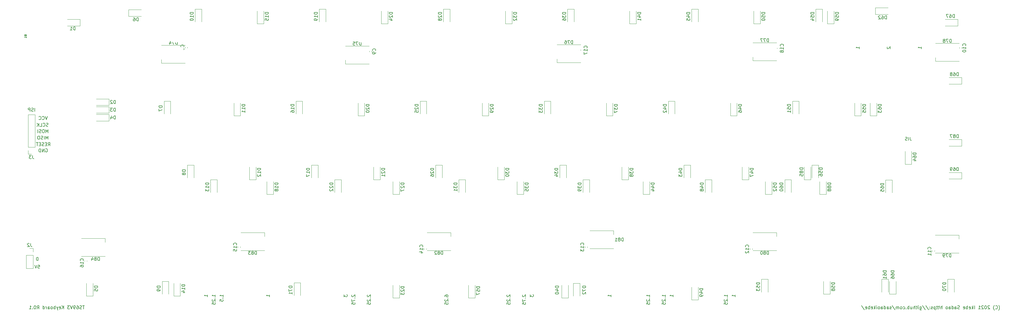
<source format=gbo>
G04 #@! TF.GenerationSoftware,KiCad,Pcbnew,(5.1.8-0-10_14)*
G04 #@! TF.CreationDate,2021-09-26T01:44:44+09:00*
G04 #@! TF.ProjectId,ts69v3,74733639-7633-42e6-9b69-6361645f7063,rev?*
G04 #@! TF.SameCoordinates,Original*
G04 #@! TF.FileFunction,Legend,Bot*
G04 #@! TF.FilePolarity,Positive*
%FSLAX46Y46*%
G04 Gerber Fmt 4.6, Leading zero omitted, Abs format (unit mm)*
G04 Created by KiCad (PCBNEW (5.1.8-0-10_14)) date 2021-09-26 01:44:44*
%MOMM*%
%LPD*%
G01*
G04 APERTURE LIST*
%ADD10C,0.150000*%
%ADD11C,0.120000*%
%ADD12C,0.127000*%
%ADD13C,2.250000*%
%ADD14C,3.987800*%
%ADD15C,1.750000*%
%ADD16R,1.200000X0.900000*%
%ADD17C,3.048000*%
%ADD18R,1.500000X1.000000*%
%ADD19R,0.900000X1.200000*%
%ADD20R,1.350000X1.350000*%
%ADD21O,1.350000X1.350000*%
%ADD22C,2.082800*%
G04 APERTURE END LIST*
D10*
X3143156Y-70342247D02*
X3238394Y-70294627D01*
X3381252Y-70294627D01*
X3524109Y-70342247D01*
X3619347Y-70437485D01*
X3666966Y-70532723D01*
X3714585Y-70723199D01*
X3714585Y-70866056D01*
X3666966Y-71056532D01*
X3619347Y-71151770D01*
X3524109Y-71247008D01*
X3381252Y-71294627D01*
X3286013Y-71294627D01*
X3143156Y-71247008D01*
X3095537Y-71199389D01*
X3095537Y-70866056D01*
X3286013Y-70866056D01*
X2666966Y-71294627D02*
X2666966Y-70294627D01*
X2095537Y-71294627D01*
X2095537Y-70294627D01*
X1619347Y-71294627D02*
X1619347Y-70294627D01*
X1381252Y-70294627D01*
X1238394Y-70342247D01*
X1143156Y-70437485D01*
X1095537Y-70532723D01*
X1047918Y-70723199D01*
X1047918Y-70866056D01*
X1095537Y-71056532D01*
X1143156Y-71151770D01*
X1238394Y-71247008D01*
X1381252Y-71294627D01*
X1619347Y-71294627D01*
X268462278Y-66722749D02*
X268462278Y-67437035D01*
X268509897Y-67579892D01*
X268605135Y-67675130D01*
X268747992Y-67722749D01*
X268843230Y-67722749D01*
X267986088Y-67722749D02*
X267986088Y-66722749D01*
X267557516Y-67675130D02*
X267414659Y-67722749D01*
X267176564Y-67722749D01*
X267081326Y-67675130D01*
X267033707Y-67627511D01*
X266986088Y-67532273D01*
X266986088Y-67437035D01*
X267033707Y-67341797D01*
X267081326Y-67294178D01*
X267176564Y-67246559D01*
X267367040Y-67198940D01*
X267462278Y-67151321D01*
X267509897Y-67103702D01*
X267557516Y-67008464D01*
X267557516Y-66913226D01*
X267509897Y-66817988D01*
X267462278Y-66770369D01*
X267367040Y-66722749D01*
X267128945Y-66722749D01*
X266986088Y-66770369D01*
X15048442Y-118514980D02*
X14477014Y-118514980D01*
X14762728Y-119514980D02*
X14762728Y-118514980D01*
X14191300Y-119467361D02*
X14048443Y-119514980D01*
X13810347Y-119514980D01*
X13715109Y-119467361D01*
X13667490Y-119419742D01*
X13619871Y-119324504D01*
X13619871Y-119229266D01*
X13667490Y-119134028D01*
X13715109Y-119086409D01*
X13810347Y-119038790D01*
X14000823Y-118991171D01*
X14096062Y-118943552D01*
X14143681Y-118895933D01*
X14191300Y-118800695D01*
X14191300Y-118705457D01*
X14143681Y-118610219D01*
X14096062Y-118562600D01*
X14000823Y-118514980D01*
X13762728Y-118514980D01*
X13619871Y-118562600D01*
X12762728Y-118514980D02*
X12953204Y-118514980D01*
X13048443Y-118562600D01*
X13096062Y-118610219D01*
X13191300Y-118753076D01*
X13238919Y-118943552D01*
X13238919Y-119324504D01*
X13191300Y-119419742D01*
X13143681Y-119467361D01*
X13048443Y-119514980D01*
X12857966Y-119514980D01*
X12762728Y-119467361D01*
X12715109Y-119419742D01*
X12667490Y-119324504D01*
X12667490Y-119086409D01*
X12715109Y-118991171D01*
X12762728Y-118943552D01*
X12857966Y-118895933D01*
X13048443Y-118895933D01*
X13143681Y-118943552D01*
X13191300Y-118991171D01*
X13238919Y-119086409D01*
X12191300Y-119514980D02*
X12000823Y-119514980D01*
X11905585Y-119467361D01*
X11857966Y-119419742D01*
X11762728Y-119276885D01*
X11715109Y-119086409D01*
X11715109Y-118705457D01*
X11762728Y-118610219D01*
X11810347Y-118562600D01*
X11905585Y-118514980D01*
X12096062Y-118514980D01*
X12191300Y-118562600D01*
X12238919Y-118610219D01*
X12286538Y-118705457D01*
X12286538Y-118943552D01*
X12238919Y-119038790D01*
X12191300Y-119086409D01*
X12096062Y-119134028D01*
X11905585Y-119134028D01*
X11810347Y-119086409D01*
X11762728Y-119038790D01*
X11715109Y-118943552D01*
X11429395Y-118514980D02*
X11096062Y-119514980D01*
X10762728Y-118514980D01*
X10524633Y-118514980D02*
X9905585Y-118514980D01*
X10238919Y-118895933D01*
X10096062Y-118895933D01*
X10000823Y-118943552D01*
X9953204Y-118991171D01*
X9905585Y-119086409D01*
X9905585Y-119324504D01*
X9953204Y-119419742D01*
X10000823Y-119467361D01*
X10096062Y-119514980D01*
X10381776Y-119514980D01*
X10477014Y-119467361D01*
X10524633Y-119419742D01*
X8715109Y-119514980D02*
X8715109Y-118514980D01*
X8143681Y-119514980D02*
X8572252Y-118943552D01*
X8143681Y-118514980D02*
X8715109Y-119086409D01*
X7334157Y-119467361D02*
X7429395Y-119514980D01*
X7619871Y-119514980D01*
X7715109Y-119467361D01*
X7762728Y-119372123D01*
X7762728Y-118991171D01*
X7715109Y-118895933D01*
X7619871Y-118848314D01*
X7429395Y-118848314D01*
X7334157Y-118895933D01*
X7286538Y-118991171D01*
X7286538Y-119086409D01*
X7762728Y-119181647D01*
X6953204Y-118848314D02*
X6715109Y-119514980D01*
X6477014Y-118848314D02*
X6715109Y-119514980D01*
X6810347Y-119753076D01*
X6857966Y-119800695D01*
X6953204Y-119848314D01*
X6096062Y-119514980D02*
X6096062Y-118514980D01*
X6096062Y-118895933D02*
X6000823Y-118848314D01*
X5810347Y-118848314D01*
X5715109Y-118895933D01*
X5667490Y-118943552D01*
X5619871Y-119038790D01*
X5619871Y-119324504D01*
X5667490Y-119419742D01*
X5715109Y-119467361D01*
X5810347Y-119514980D01*
X6000823Y-119514980D01*
X6096062Y-119467361D01*
X5048443Y-119514980D02*
X5143681Y-119467361D01*
X5191300Y-119419742D01*
X5238919Y-119324504D01*
X5238919Y-119038790D01*
X5191300Y-118943552D01*
X5143681Y-118895933D01*
X5048443Y-118848314D01*
X4905585Y-118848314D01*
X4810347Y-118895933D01*
X4762728Y-118943552D01*
X4715109Y-119038790D01*
X4715109Y-119324504D01*
X4762728Y-119419742D01*
X4810347Y-119467361D01*
X4905585Y-119514980D01*
X5048443Y-119514980D01*
X3857966Y-119514980D02*
X3857966Y-118991171D01*
X3905585Y-118895933D01*
X4000823Y-118848314D01*
X4191300Y-118848314D01*
X4286538Y-118895933D01*
X3857966Y-119467361D02*
X3953204Y-119514980D01*
X4191300Y-119514980D01*
X4286538Y-119467361D01*
X4334157Y-119372123D01*
X4334157Y-119276885D01*
X4286538Y-119181647D01*
X4191300Y-119134028D01*
X3953204Y-119134028D01*
X3857966Y-119086409D01*
X3381776Y-119514980D02*
X3381776Y-118848314D01*
X3381776Y-119038790D02*
X3334157Y-118943552D01*
X3286538Y-118895933D01*
X3191300Y-118848314D01*
X3096062Y-118848314D01*
X2334157Y-119514980D02*
X2334157Y-118514980D01*
X2334157Y-119467361D02*
X2429395Y-119514980D01*
X2619871Y-119514980D01*
X2715109Y-119467361D01*
X2762728Y-119419742D01*
X2810347Y-119324504D01*
X2810347Y-119038790D01*
X2762728Y-118943552D01*
X2715109Y-118895933D01*
X2619871Y-118848314D01*
X2429395Y-118848314D01*
X2334157Y-118895933D01*
X524633Y-119514980D02*
X857966Y-119038790D01*
X1096062Y-119514980D02*
X1096062Y-118514980D01*
X715109Y-118514980D01*
X619871Y-118562600D01*
X572252Y-118610219D01*
X524633Y-118705457D01*
X524633Y-118848314D01*
X572252Y-118943552D01*
X619871Y-118991171D01*
X715109Y-119038790D01*
X1096062Y-119038790D01*
X-94414Y-118514980D02*
X-189652Y-118514980D01*
X-284890Y-118562600D01*
X-332509Y-118610219D01*
X-380128Y-118705457D01*
X-427747Y-118895933D01*
X-427747Y-119134028D01*
X-380128Y-119324504D01*
X-332509Y-119419742D01*
X-284890Y-119467361D01*
X-189652Y-119514980D01*
X-94414Y-119514980D01*
X823Y-119467361D01*
X48443Y-119419742D01*
X96062Y-119324504D01*
X143681Y-119134028D01*
X143681Y-118895933D01*
X96062Y-118705457D01*
X48443Y-118610219D01*
X823Y-118562600D01*
X-94414Y-118514980D01*
X-856318Y-119419742D02*
X-903937Y-119467361D01*
X-856318Y-119514980D01*
X-808699Y-119467361D01*
X-856318Y-119419742D01*
X-856318Y-119514980D01*
X-1856318Y-119514980D02*
X-1284890Y-119514980D01*
X-1570604Y-119514980D02*
X-1570604Y-118514980D01*
X-1475366Y-118657838D01*
X-1380128Y-118753076D01*
X-1284890Y-118800695D01*
X785789Y-106013407D02*
X1261979Y-106013407D01*
X1309598Y-106489598D01*
X1261979Y-106441979D01*
X1166741Y-106394360D01*
X928646Y-106394360D01*
X833408Y-106441979D01*
X785789Y-106489598D01*
X738170Y-106584836D01*
X738170Y-106822931D01*
X785789Y-106918169D01*
X833408Y-106965788D01*
X928646Y-107013407D01*
X1166741Y-107013407D01*
X1261979Y-106965788D01*
X1309598Y-106918169D01*
X452455Y-106013407D02*
X119122Y-107013407D01*
X-214210Y-106013407D01*
X857217Y-104632155D02*
X857217Y-103632155D01*
X619122Y-103632155D01*
X476265Y-103679775D01*
X381027Y-103775013D01*
X333408Y-103870251D01*
X285789Y-104060727D01*
X285789Y-104203584D01*
X333408Y-104394060D01*
X381027Y-104489298D01*
X476265Y-104584536D01*
X619122Y-104632155D01*
X857217Y-104632155D01*
X3880809Y-69394632D02*
X4214142Y-68918442D01*
X4452237Y-69394632D02*
X4452237Y-68394632D01*
X4071285Y-68394632D01*
X3976047Y-68442252D01*
X3928428Y-68489871D01*
X3880809Y-68585109D01*
X3880809Y-68727966D01*
X3928428Y-68823204D01*
X3976047Y-68870823D01*
X4071285Y-68918442D01*
X4452237Y-68918442D01*
X3452237Y-68870823D02*
X3118904Y-68870823D01*
X2976047Y-69394632D02*
X3452237Y-69394632D01*
X3452237Y-68394632D01*
X2976047Y-68394632D01*
X2595094Y-69347013D02*
X2452237Y-69394632D01*
X2214142Y-69394632D01*
X2118904Y-69347013D01*
X2071285Y-69299394D01*
X2023666Y-69204156D01*
X2023666Y-69108918D01*
X2071285Y-69013680D01*
X2118904Y-68966061D01*
X2214142Y-68918442D01*
X2404618Y-68870823D01*
X2499856Y-68823204D01*
X2547475Y-68775585D01*
X2595094Y-68680347D01*
X2595094Y-68585109D01*
X2547475Y-68489871D01*
X2499856Y-68442252D01*
X2404618Y-68394632D01*
X2166523Y-68394632D01*
X2023666Y-68442252D01*
X1595094Y-68870823D02*
X1261761Y-68870823D01*
X1118904Y-69394632D02*
X1595094Y-69394632D01*
X1595094Y-68394632D01*
X1118904Y-68394632D01*
X833190Y-68394632D02*
X261761Y-68394632D01*
X547475Y-69394632D02*
X547475Y-68394632D01*
X3877168Y-67383389D02*
X3877168Y-66383389D01*
X3543835Y-67097675D01*
X3210502Y-66383389D01*
X3210502Y-67383389D01*
X2734311Y-67383389D02*
X2734311Y-66383389D01*
X2305740Y-67335770D02*
X2162883Y-67383389D01*
X1924787Y-67383389D01*
X1829549Y-67335770D01*
X1781930Y-67288151D01*
X1734311Y-67192913D01*
X1734311Y-67097675D01*
X1781930Y-67002437D01*
X1829549Y-66954818D01*
X1924787Y-66907199D01*
X2115264Y-66859580D01*
X2210502Y-66811961D01*
X2258121Y-66764342D01*
X2305740Y-66669104D01*
X2305740Y-66573866D01*
X2258121Y-66478628D01*
X2210502Y-66431009D01*
X2115264Y-66383389D01*
X1877168Y-66383389D01*
X1734311Y-66431009D01*
X1115264Y-66383389D02*
X924787Y-66383389D01*
X829549Y-66431009D01*
X734311Y-66526247D01*
X686692Y-66716723D01*
X686692Y-67050056D01*
X734311Y-67240532D01*
X829549Y-67335770D01*
X924787Y-67383389D01*
X1115264Y-67383389D01*
X1210502Y-67335770D01*
X1305740Y-67240532D01*
X1353359Y-67050056D01*
X1353359Y-66716723D01*
X1305740Y-66526247D01*
X1210502Y-66431009D01*
X1115264Y-66383389D01*
X3879804Y-65380204D02*
X3879804Y-64380204D01*
X3546471Y-65094490D01*
X3213138Y-64380204D01*
X3213138Y-65380204D01*
X2546471Y-64380204D02*
X2355995Y-64380204D01*
X2260757Y-64427824D01*
X2165519Y-64523062D01*
X2117900Y-64713538D01*
X2117900Y-65046871D01*
X2165519Y-65237347D01*
X2260757Y-65332585D01*
X2355995Y-65380204D01*
X2546471Y-65380204D01*
X2641709Y-65332585D01*
X2736947Y-65237347D01*
X2784566Y-65046871D01*
X2784566Y-64713538D01*
X2736947Y-64523062D01*
X2641709Y-64427824D01*
X2546471Y-64380204D01*
X1736947Y-65332585D02*
X1594090Y-65380204D01*
X1355995Y-65380204D01*
X1260757Y-65332585D01*
X1213138Y-65284966D01*
X1165519Y-65189728D01*
X1165519Y-65094490D01*
X1213138Y-64999252D01*
X1260757Y-64951633D01*
X1355995Y-64904014D01*
X1546471Y-64856395D01*
X1641709Y-64808776D01*
X1689328Y-64761157D01*
X1736947Y-64665919D01*
X1736947Y-64570681D01*
X1689328Y-64475443D01*
X1641709Y-64427824D01*
X1546471Y-64380204D01*
X1308376Y-64380204D01*
X1165519Y-64427824D01*
X736947Y-65380204D02*
X736947Y-64380204D01*
X3901427Y-63371487D02*
X3758570Y-63419106D01*
X3520475Y-63419106D01*
X3425237Y-63371487D01*
X3377618Y-63323868D01*
X3329999Y-63228630D01*
X3329999Y-63133392D01*
X3377618Y-63038154D01*
X3425237Y-62990535D01*
X3520475Y-62942916D01*
X3710951Y-62895297D01*
X3806189Y-62847678D01*
X3853808Y-62800059D01*
X3901427Y-62704821D01*
X3901427Y-62609583D01*
X3853808Y-62514345D01*
X3806189Y-62466726D01*
X3710951Y-62419106D01*
X3472856Y-62419106D01*
X3329999Y-62466726D01*
X2329999Y-63323868D02*
X2377618Y-63371487D01*
X2520475Y-63419106D01*
X2615713Y-63419106D01*
X2758570Y-63371487D01*
X2853808Y-63276249D01*
X2901427Y-63181011D01*
X2949046Y-62990535D01*
X2949046Y-62847678D01*
X2901427Y-62657202D01*
X2853808Y-62561964D01*
X2758570Y-62466726D01*
X2615713Y-62419106D01*
X2520475Y-62419106D01*
X2377618Y-62466726D01*
X2329999Y-62514345D01*
X1425237Y-63419106D02*
X1901427Y-63419106D01*
X1901427Y-62419106D01*
X1091904Y-63419106D02*
X1091904Y-62419106D01*
X520475Y-63419106D02*
X949046Y-62847678D01*
X520475Y-62419106D02*
X1091904Y-62990535D01*
X3682811Y-60354280D02*
X3349478Y-61354280D01*
X3016145Y-60354280D01*
X2111383Y-61259042D02*
X2159002Y-61306661D01*
X2301859Y-61354280D01*
X2397097Y-61354280D01*
X2539954Y-61306661D01*
X2635192Y-61211423D01*
X2682811Y-61116185D01*
X2730430Y-60925709D01*
X2730430Y-60782852D01*
X2682811Y-60592376D01*
X2635192Y-60497138D01*
X2539954Y-60401900D01*
X2397097Y-60354280D01*
X2301859Y-60354280D01*
X2159002Y-60401900D01*
X2111383Y-60449519D01*
X1111383Y-61259042D02*
X1159002Y-61306661D01*
X1301859Y-61354280D01*
X1397097Y-61354280D01*
X1539954Y-61306661D01*
X1635192Y-61211423D01*
X1682811Y-61116185D01*
X1730430Y-60925709D01*
X1730430Y-60782852D01*
X1682811Y-60592376D01*
X1635192Y-60497138D01*
X1539954Y-60401900D01*
X1397097Y-60354280D01*
X1301859Y-60354280D01*
X1159002Y-60401900D01*
X1111383Y-60449519D01*
X-214435Y-58793054D02*
X-214435Y-57793054D01*
X-643006Y-58745435D02*
X-785864Y-58793054D01*
X-1023959Y-58793054D01*
X-1119197Y-58745435D01*
X-1166816Y-58697816D01*
X-1214435Y-58602578D01*
X-1214435Y-58507340D01*
X-1166816Y-58412102D01*
X-1119197Y-58364483D01*
X-1023959Y-58316864D01*
X-833483Y-58269245D01*
X-738245Y-58221626D01*
X-690626Y-58174007D01*
X-643006Y-58078769D01*
X-643006Y-57983531D01*
X-690626Y-57888293D01*
X-738245Y-57840674D01*
X-833483Y-57793054D01*
X-1071578Y-57793054D01*
X-1214435Y-57840674D01*
X-1643006Y-58793054D02*
X-1643006Y-57793054D01*
X-2023959Y-57793054D01*
X-2119197Y-57840674D01*
X-2166816Y-57888293D01*
X-2214435Y-57983531D01*
X-2214435Y-58126388D01*
X-2166816Y-58221626D01*
X-2119197Y-58269245D01*
X-2023959Y-58316864D01*
X-1643006Y-58316864D01*
X271915108Y-39554749D02*
X271915108Y-38983321D01*
X271915108Y-39269035D02*
X270915108Y-39269035D01*
X271057966Y-39173797D01*
X271153204Y-39078559D01*
X271200823Y-38983321D01*
X261485339Y-38983321D02*
X261437720Y-39030940D01*
X261390100Y-39126178D01*
X261390100Y-39364273D01*
X261437720Y-39459511D01*
X261485339Y-39507130D01*
X261580577Y-39554749D01*
X261675815Y-39554749D01*
X261818672Y-39507130D01*
X262390100Y-38935702D01*
X262390100Y-39554749D01*
X252865092Y-39554749D02*
X252865092Y-38983321D01*
X252865092Y-39269035D02*
X251865092Y-39269035D01*
X252007950Y-39173797D01*
X252103188Y-39078559D01*
X252150807Y-38983321D01*
X214765060Y-115754813D02*
X214765060Y-115183385D01*
X214765060Y-115469099D02*
X213765060Y-115469099D01*
X213907918Y-115373861D01*
X214003156Y-115278623D01*
X214050775Y-115183385D01*
X212383808Y-115754813D02*
X212383808Y-115183385D01*
X212383808Y-115469099D02*
X211383808Y-115469099D01*
X211526666Y-115373861D01*
X211621904Y-115278623D01*
X211669523Y-115183385D01*
X212288570Y-116183385D02*
X212336189Y-116231004D01*
X212383808Y-116183385D01*
X212336189Y-116135766D01*
X212288570Y-116183385D01*
X212383808Y-116183385D01*
X211479047Y-116611956D02*
X211431428Y-116659575D01*
X211383808Y-116754813D01*
X211383808Y-116992909D01*
X211431428Y-117088147D01*
X211479047Y-117135766D01*
X211574285Y-117183385D01*
X211669523Y-117183385D01*
X211812380Y-117135766D01*
X212383808Y-116564337D01*
X212383808Y-117183385D01*
X211383808Y-118088147D02*
X211383808Y-117611956D01*
X211859999Y-117564337D01*
X211812380Y-117611956D01*
X211764761Y-117707194D01*
X211764761Y-117945289D01*
X211812380Y-118040528D01*
X211859999Y-118088147D01*
X211955237Y-118135766D01*
X212193332Y-118135766D01*
X212288570Y-118088147D01*
X212336189Y-118040528D01*
X212383808Y-117945289D01*
X212383808Y-117707194D01*
X212336189Y-117611956D01*
X212288570Y-117564337D01*
X195715044Y-115754813D02*
X195715044Y-115183385D01*
X195715044Y-115469099D02*
X194715044Y-115469099D01*
X194857902Y-115373861D01*
X194953140Y-115278623D01*
X195000759Y-115183385D01*
X193333792Y-115754813D02*
X193333792Y-115183385D01*
X193333792Y-115469099D02*
X192333792Y-115469099D01*
X192476650Y-115373861D01*
X192571888Y-115278623D01*
X192619507Y-115183385D01*
X193238554Y-116183385D02*
X193286173Y-116231004D01*
X193333792Y-116183385D01*
X193286173Y-116135766D01*
X193238554Y-116183385D01*
X193333792Y-116183385D01*
X192429031Y-116611956D02*
X192381412Y-116659575D01*
X192333792Y-116754813D01*
X192333792Y-116992909D01*
X192381412Y-117088147D01*
X192429031Y-117135766D01*
X192524269Y-117183385D01*
X192619507Y-117183385D01*
X192762364Y-117135766D01*
X193333792Y-116564337D01*
X193333792Y-117183385D01*
X192333792Y-118088147D02*
X192333792Y-117611956D01*
X192809983Y-117564337D01*
X192762364Y-117611956D01*
X192714745Y-117707194D01*
X192714745Y-117945289D01*
X192762364Y-118040528D01*
X192809983Y-118088147D01*
X192905221Y-118135766D01*
X193143316Y-118135766D01*
X193238554Y-118088147D01*
X193286173Y-118040528D01*
X193333792Y-117945289D01*
X193333792Y-117707194D01*
X193286173Y-117611956D01*
X193238554Y-117564337D01*
X188571288Y-115754813D02*
X188571288Y-115183385D01*
X188571288Y-115469099D02*
X187571288Y-115469099D01*
X187714146Y-115373861D01*
X187809384Y-115278623D01*
X187857003Y-115183385D01*
X188476050Y-116183385D02*
X188523669Y-116231004D01*
X188571288Y-116183385D01*
X188523669Y-116135766D01*
X188476050Y-116183385D01*
X188571288Y-116183385D01*
X187666527Y-116611956D02*
X187618908Y-116659575D01*
X187571288Y-116754813D01*
X187571288Y-116992909D01*
X187618908Y-117088147D01*
X187666527Y-117135766D01*
X187761765Y-117183385D01*
X187857003Y-117183385D01*
X187999860Y-117135766D01*
X188571288Y-116564337D01*
X188571288Y-117183385D01*
X187571288Y-118088147D02*
X187571288Y-117611956D01*
X188047479Y-117564337D01*
X187999860Y-117611956D01*
X187952241Y-117707194D01*
X187952241Y-117945289D01*
X187999860Y-118040528D01*
X188047479Y-118088147D01*
X188142717Y-118135766D01*
X188380812Y-118135766D01*
X188476050Y-118088147D01*
X188523669Y-118040528D01*
X188571288Y-117945289D01*
X188571288Y-117707194D01*
X188523669Y-117611956D01*
X188476050Y-117564337D01*
X176665028Y-115754813D02*
X176665028Y-115183385D01*
X176665028Y-115469099D02*
X175665028Y-115469099D01*
X175807886Y-115373861D01*
X175903124Y-115278623D01*
X175950743Y-115183385D01*
X151852508Y-115135766D02*
X151852508Y-115754813D01*
X152233461Y-115421480D01*
X152233461Y-115564337D01*
X152281080Y-115659575D01*
X152328699Y-115707194D01*
X152423937Y-115754813D01*
X152662032Y-115754813D01*
X152757270Y-115707194D01*
X152804889Y-115659575D01*
X152852508Y-115564337D01*
X152852508Y-115278623D01*
X152804889Y-115183385D01*
X152757270Y-115135766D01*
X149566495Y-115183385D02*
X149518876Y-115231004D01*
X149471256Y-115326242D01*
X149471256Y-115564337D01*
X149518876Y-115659575D01*
X149566495Y-115707194D01*
X149661733Y-115754813D01*
X149756971Y-115754813D01*
X149899828Y-115707194D01*
X150471256Y-115135766D01*
X150471256Y-115754813D01*
X150376018Y-116183385D02*
X150423637Y-116231004D01*
X150471256Y-116183385D01*
X150423637Y-116135766D01*
X150376018Y-116183385D01*
X150471256Y-116183385D01*
X149471256Y-116564337D02*
X149471256Y-117231004D01*
X150471256Y-116802432D01*
X149471256Y-118088147D02*
X149471256Y-117611956D01*
X149947447Y-117564337D01*
X149899828Y-117611956D01*
X149852209Y-117707194D01*
X149852209Y-117945289D01*
X149899828Y-118040528D01*
X149947447Y-118088147D01*
X150042685Y-118135766D01*
X150280780Y-118135766D01*
X150376018Y-118088147D01*
X150423637Y-118040528D01*
X150471256Y-117945289D01*
X150471256Y-117707194D01*
X150423637Y-117611956D01*
X150376018Y-117564337D01*
X144803991Y-115183385D02*
X144756372Y-115231004D01*
X144708752Y-115326242D01*
X144708752Y-115564337D01*
X144756372Y-115659575D01*
X144803991Y-115707194D01*
X144899229Y-115754813D01*
X144994467Y-115754813D01*
X145137324Y-115707194D01*
X145708752Y-115135766D01*
X145708752Y-115754813D01*
X145613514Y-116183385D02*
X145661133Y-116231004D01*
X145708752Y-116183385D01*
X145661133Y-116135766D01*
X145613514Y-116183385D01*
X145708752Y-116183385D01*
X144803991Y-116611956D02*
X144756372Y-116659575D01*
X144708752Y-116754813D01*
X144708752Y-116992909D01*
X144756372Y-117088147D01*
X144803991Y-117135766D01*
X144899229Y-117183385D01*
X144994467Y-117183385D01*
X145137324Y-117135766D01*
X145708752Y-116564337D01*
X145708752Y-117183385D01*
X144708752Y-118088147D02*
X144708752Y-117611956D01*
X145184943Y-117564337D01*
X145137324Y-117611956D01*
X145089705Y-117707194D01*
X145089705Y-117945289D01*
X145137324Y-118040528D01*
X145184943Y-118088147D01*
X145280181Y-118135766D01*
X145518276Y-118135766D01*
X145613514Y-118088147D01*
X145661133Y-118040528D01*
X145708752Y-117945289D01*
X145708752Y-117707194D01*
X145661133Y-117611956D01*
X145613514Y-117564337D01*
X125658736Y-115659575D02*
X125658736Y-115469099D01*
X125706356Y-115373861D01*
X125753975Y-115326242D01*
X125896832Y-115231004D01*
X126087308Y-115183385D01*
X126468260Y-115183385D01*
X126563498Y-115231004D01*
X126611117Y-115278623D01*
X126658736Y-115373861D01*
X126658736Y-115564337D01*
X126611117Y-115659575D01*
X126563498Y-115707194D01*
X126468260Y-115754813D01*
X126230165Y-115754813D01*
X126134927Y-115707194D01*
X126087308Y-115659575D01*
X126039689Y-115564337D01*
X126039689Y-115373861D01*
X126087308Y-115278623D01*
X126134927Y-115231004D01*
X126230165Y-115183385D01*
X126563498Y-116183385D02*
X126611117Y-116231004D01*
X126658736Y-116183385D01*
X126611117Y-116135766D01*
X126563498Y-116183385D01*
X126658736Y-116183385D01*
X125753975Y-116611956D02*
X125706356Y-116659575D01*
X125658736Y-116754813D01*
X125658736Y-116992909D01*
X125706356Y-117088147D01*
X125753975Y-117135766D01*
X125849213Y-117183385D01*
X125944451Y-117183385D01*
X126087308Y-117135766D01*
X126658736Y-116564337D01*
X126658736Y-117183385D01*
X125658736Y-118088147D02*
X125658736Y-117611956D01*
X126134927Y-117564337D01*
X126087308Y-117611956D01*
X126039689Y-117707194D01*
X126039689Y-117945289D01*
X126087308Y-118040528D01*
X126134927Y-118088147D01*
X126230165Y-118135766D01*
X126468260Y-118135766D01*
X126563498Y-118088147D01*
X126611117Y-118040528D01*
X126658736Y-117945289D01*
X126658736Y-117707194D01*
X126611117Y-117611956D01*
X126563498Y-117564337D01*
X101941455Y-115183385D02*
X101893836Y-115231004D01*
X101846216Y-115326242D01*
X101846216Y-115564337D01*
X101893836Y-115659575D01*
X101941455Y-115707194D01*
X102036693Y-115754813D01*
X102131931Y-115754813D01*
X102274788Y-115707194D01*
X102846216Y-115135766D01*
X102846216Y-115754813D01*
X102750978Y-116183385D02*
X102798597Y-116231004D01*
X102846216Y-116183385D01*
X102798597Y-116135766D01*
X102750978Y-116183385D01*
X102846216Y-116183385D01*
X101941455Y-116611956D02*
X101893836Y-116659575D01*
X101846216Y-116754813D01*
X101846216Y-116992909D01*
X101893836Y-117088147D01*
X101941455Y-117135766D01*
X102036693Y-117183385D01*
X102131931Y-117183385D01*
X102274788Y-117135766D01*
X102846216Y-116564337D01*
X102846216Y-117183385D01*
X101846216Y-118088147D02*
X101846216Y-117611956D01*
X102322407Y-117564337D01*
X102274788Y-117611956D01*
X102227169Y-117707194D01*
X102227169Y-117945289D01*
X102274788Y-118040528D01*
X102322407Y-118088147D01*
X102417645Y-118135766D01*
X102655740Y-118135766D01*
X102750978Y-118088147D01*
X102798597Y-118040528D01*
X102846216Y-117945289D01*
X102846216Y-117707194D01*
X102798597Y-117611956D01*
X102750978Y-117564337D01*
X97178951Y-115183385D02*
X97131332Y-115231004D01*
X97083712Y-115326242D01*
X97083712Y-115564337D01*
X97131332Y-115659575D01*
X97178951Y-115707194D01*
X97274189Y-115754813D01*
X97369427Y-115754813D01*
X97512284Y-115707194D01*
X98083712Y-115135766D01*
X98083712Y-115754813D01*
X97988474Y-116183385D02*
X98036093Y-116231004D01*
X98083712Y-116183385D01*
X98036093Y-116135766D01*
X97988474Y-116183385D01*
X98083712Y-116183385D01*
X97083712Y-116564337D02*
X97083712Y-117231004D01*
X98083712Y-116802432D01*
X97083712Y-118088147D02*
X97083712Y-117611956D01*
X97559903Y-117564337D01*
X97512284Y-117611956D01*
X97464665Y-117707194D01*
X97464665Y-117945289D01*
X97512284Y-118040528D01*
X97559903Y-118088147D01*
X97655141Y-118135766D01*
X97893236Y-118135766D01*
X97988474Y-118088147D01*
X98036093Y-118040528D01*
X98083712Y-117945289D01*
X98083712Y-117707194D01*
X98036093Y-117611956D01*
X97988474Y-117564337D01*
X94702460Y-115135766D02*
X94702460Y-115754813D01*
X95083413Y-115421480D01*
X95083413Y-115564337D01*
X95131032Y-115659575D01*
X95178651Y-115707194D01*
X95273889Y-115754813D01*
X95511984Y-115754813D01*
X95607222Y-115707194D01*
X95654841Y-115659575D01*
X95702460Y-115564337D01*
X95702460Y-115278623D01*
X95654841Y-115183385D01*
X95607222Y-115135766D01*
X71889940Y-115754813D02*
X71889940Y-115183385D01*
X71889940Y-115469099D02*
X70889940Y-115469099D01*
X71032798Y-115373861D01*
X71128036Y-115278623D01*
X71175655Y-115183385D01*
X57602428Y-115754813D02*
X57602428Y-115183385D01*
X57602428Y-115469099D02*
X56602428Y-115469099D01*
X56745286Y-115373861D01*
X56840524Y-115278623D01*
X56888143Y-115183385D01*
X57507190Y-116183385D02*
X57554809Y-116231004D01*
X57602428Y-116183385D01*
X57554809Y-116135766D01*
X57507190Y-116183385D01*
X57602428Y-116183385D01*
X56602428Y-117135766D02*
X56602428Y-116659575D01*
X57078619Y-116611956D01*
X57031000Y-116659575D01*
X56983381Y-116754813D01*
X56983381Y-116992909D01*
X57031000Y-117088147D01*
X57078619Y-117135766D01*
X57173857Y-117183385D01*
X57411952Y-117183385D01*
X57507190Y-117135766D01*
X57554809Y-117088147D01*
X57602428Y-116992909D01*
X57602428Y-116754813D01*
X57554809Y-116659575D01*
X57507190Y-116611956D01*
X55221176Y-115754813D02*
X55221176Y-115183385D01*
X55221176Y-115469099D02*
X54221176Y-115469099D01*
X54364034Y-115373861D01*
X54459272Y-115278623D01*
X54506891Y-115183385D01*
X55125938Y-116183385D02*
X55173557Y-116231004D01*
X55221176Y-116183385D01*
X55173557Y-116135766D01*
X55125938Y-116183385D01*
X55221176Y-116183385D01*
X54316415Y-116611956D02*
X54268796Y-116659575D01*
X54221176Y-116754813D01*
X54221176Y-116992909D01*
X54268796Y-117088147D01*
X54316415Y-117135766D01*
X54411653Y-117183385D01*
X54506891Y-117183385D01*
X54649748Y-117135766D01*
X55221176Y-116564337D01*
X55221176Y-117183385D01*
X54221176Y-118088147D02*
X54221176Y-117611956D01*
X54697367Y-117564337D01*
X54649748Y-117611956D01*
X54602129Y-117707194D01*
X54602129Y-117945289D01*
X54649748Y-118040528D01*
X54697367Y-118088147D01*
X54792605Y-118135766D01*
X55030700Y-118135766D01*
X55125938Y-118088147D01*
X55173557Y-118040528D01*
X55221176Y-117945289D01*
X55221176Y-117707194D01*
X55173557Y-117611956D01*
X55125938Y-117564337D01*
X52839924Y-115754813D02*
X52839924Y-115183385D01*
X52839924Y-115469099D02*
X51839924Y-115469099D01*
X51982782Y-115373861D01*
X52078020Y-115278623D01*
X52125639Y-115183385D01*
X295629769Y-119895933D02*
X295677388Y-119848314D01*
X295772626Y-119705457D01*
X295820245Y-119610219D01*
X295867864Y-119467361D01*
X295915483Y-119229266D01*
X295915483Y-119038790D01*
X295867864Y-118800695D01*
X295820245Y-118657838D01*
X295772626Y-118562600D01*
X295677388Y-118419742D01*
X295629769Y-118372123D01*
X294677388Y-119419742D02*
X294725007Y-119467361D01*
X294867864Y-119514980D01*
X294963102Y-119514980D01*
X295105959Y-119467361D01*
X295201197Y-119372123D01*
X295248816Y-119276885D01*
X295296435Y-119086409D01*
X295296435Y-118943552D01*
X295248816Y-118753076D01*
X295201197Y-118657838D01*
X295105959Y-118562600D01*
X294963102Y-118514980D01*
X294867864Y-118514980D01*
X294725007Y-118562600D01*
X294677388Y-118610219D01*
X294344054Y-119895933D02*
X294296435Y-119848314D01*
X294201197Y-119705457D01*
X294153578Y-119610219D01*
X294105959Y-119467361D01*
X294058340Y-119229266D01*
X294058340Y-119038790D01*
X294105959Y-118800695D01*
X294153578Y-118657838D01*
X294201197Y-118562600D01*
X294296435Y-118419742D01*
X294344054Y-118372123D01*
X292867864Y-118610219D02*
X292820245Y-118562600D01*
X292725007Y-118514980D01*
X292486912Y-118514980D01*
X292391673Y-118562600D01*
X292344054Y-118610219D01*
X292296435Y-118705457D01*
X292296435Y-118800695D01*
X292344054Y-118943552D01*
X292915483Y-119514980D01*
X292296435Y-119514980D01*
X291677388Y-118514980D02*
X291582150Y-118514980D01*
X291486912Y-118562600D01*
X291439293Y-118610219D01*
X291391673Y-118705457D01*
X291344054Y-118895933D01*
X291344054Y-119134028D01*
X291391673Y-119324504D01*
X291439293Y-119419742D01*
X291486912Y-119467361D01*
X291582150Y-119514980D01*
X291677388Y-119514980D01*
X291772626Y-119467361D01*
X291820245Y-119419742D01*
X291867864Y-119324504D01*
X291915483Y-119134028D01*
X291915483Y-118895933D01*
X291867864Y-118705457D01*
X291820245Y-118610219D01*
X291772626Y-118562600D01*
X291677388Y-118514980D01*
X290963102Y-118610219D02*
X290915483Y-118562600D01*
X290820245Y-118514980D01*
X290582150Y-118514980D01*
X290486912Y-118562600D01*
X290439293Y-118610219D01*
X290391673Y-118705457D01*
X290391673Y-118800695D01*
X290439293Y-118943552D01*
X291010721Y-119514980D01*
X290391673Y-119514980D01*
X289439293Y-119514980D02*
X290010721Y-119514980D01*
X289725007Y-119514980D02*
X289725007Y-118514980D01*
X289820245Y-118657838D01*
X289915483Y-118753076D01*
X290010721Y-118800695D01*
X288248816Y-119514980D02*
X288248816Y-118514980D01*
X287772626Y-119514980D02*
X287772626Y-118514980D01*
X287677388Y-119134028D02*
X287391673Y-119514980D01*
X287391673Y-118848314D02*
X287772626Y-119229266D01*
X286582150Y-119467361D02*
X286677388Y-119514980D01*
X286867864Y-119514980D01*
X286963102Y-119467361D01*
X287010721Y-119372123D01*
X287010721Y-118991171D01*
X286963102Y-118895933D01*
X286867864Y-118848314D01*
X286677388Y-118848314D01*
X286582150Y-118895933D01*
X286534531Y-118991171D01*
X286534531Y-119086409D01*
X287010721Y-119181647D01*
X286105959Y-119514980D02*
X286105959Y-118514980D01*
X286105959Y-118895933D02*
X286010721Y-118848314D01*
X285820245Y-118848314D01*
X285725007Y-118895933D01*
X285677388Y-118943552D01*
X285629769Y-119038790D01*
X285629769Y-119324504D01*
X285677388Y-119419742D01*
X285725007Y-119467361D01*
X285820245Y-119514980D01*
X286010721Y-119514980D01*
X286105959Y-119467361D01*
X284820245Y-119467361D02*
X284915483Y-119514980D01*
X285105959Y-119514980D01*
X285201197Y-119467361D01*
X285248816Y-119372123D01*
X285248816Y-118991171D01*
X285201197Y-118895933D01*
X285105959Y-118848314D01*
X284915483Y-118848314D01*
X284820245Y-118895933D01*
X284772626Y-118991171D01*
X284772626Y-119086409D01*
X285248816Y-119181647D01*
X283629769Y-119467361D02*
X283486912Y-119514980D01*
X283248816Y-119514980D01*
X283153578Y-119467361D01*
X283105959Y-119419742D01*
X283058340Y-119324504D01*
X283058340Y-119229266D01*
X283105959Y-119134028D01*
X283153578Y-119086409D01*
X283248816Y-119038790D01*
X283439293Y-118991171D01*
X283534531Y-118943552D01*
X283582150Y-118895933D01*
X283629769Y-118800695D01*
X283629769Y-118705457D01*
X283582150Y-118610219D01*
X283534531Y-118562600D01*
X283439293Y-118514980D01*
X283201197Y-118514980D01*
X283058340Y-118562600D01*
X282201197Y-119514980D02*
X282201197Y-118991171D01*
X282248816Y-118895933D01*
X282344054Y-118848314D01*
X282534531Y-118848314D01*
X282629769Y-118895933D01*
X282201197Y-119467361D02*
X282296435Y-119514980D01*
X282534531Y-119514980D01*
X282629769Y-119467361D01*
X282677388Y-119372123D01*
X282677388Y-119276885D01*
X282629769Y-119181647D01*
X282534531Y-119134028D01*
X282296435Y-119134028D01*
X282201197Y-119086409D01*
X281296435Y-119514980D02*
X281296435Y-118514980D01*
X281296435Y-119467361D02*
X281391673Y-119514980D01*
X281582150Y-119514980D01*
X281677388Y-119467361D01*
X281725007Y-119419742D01*
X281772626Y-119324504D01*
X281772626Y-119038790D01*
X281725007Y-118943552D01*
X281677388Y-118895933D01*
X281582150Y-118848314D01*
X281391673Y-118848314D01*
X281296435Y-118895933D01*
X280391673Y-119514980D02*
X280391673Y-118991171D01*
X280439293Y-118895933D01*
X280534531Y-118848314D01*
X280725007Y-118848314D01*
X280820245Y-118895933D01*
X280391673Y-119467361D02*
X280486912Y-119514980D01*
X280725007Y-119514980D01*
X280820245Y-119467361D01*
X280867864Y-119372123D01*
X280867864Y-119276885D01*
X280820245Y-119181647D01*
X280725007Y-119134028D01*
X280486912Y-119134028D01*
X280391673Y-119086409D01*
X279772626Y-119514980D02*
X279867864Y-119467361D01*
X279915483Y-119419742D01*
X279963102Y-119324504D01*
X279963102Y-119038790D01*
X279915483Y-118943552D01*
X279867864Y-118895933D01*
X279772626Y-118848314D01*
X279629769Y-118848314D01*
X279534531Y-118895933D01*
X279486912Y-118943552D01*
X279439293Y-119038790D01*
X279439293Y-119324504D01*
X279486912Y-119419742D01*
X279534531Y-119467361D01*
X279629769Y-119514980D01*
X279772626Y-119514980D01*
X278248816Y-119514980D02*
X278248816Y-118514980D01*
X277820245Y-119514980D02*
X277820245Y-118991171D01*
X277867864Y-118895933D01*
X277963102Y-118848314D01*
X278105959Y-118848314D01*
X278201197Y-118895933D01*
X278248816Y-118943552D01*
X277486912Y-118848314D02*
X277105959Y-118848314D01*
X277344054Y-118514980D02*
X277344054Y-119372123D01*
X277296435Y-119467361D01*
X277201197Y-119514980D01*
X277105959Y-119514980D01*
X276915483Y-118848314D02*
X276534531Y-118848314D01*
X276772626Y-118514980D02*
X276772626Y-119372123D01*
X276725007Y-119467361D01*
X276629769Y-119514980D01*
X276534531Y-119514980D01*
X276201197Y-118848314D02*
X276201197Y-119848314D01*
X276201197Y-118895933D02*
X276105959Y-118848314D01*
X275915483Y-118848314D01*
X275820245Y-118895933D01*
X275772626Y-118943552D01*
X275725007Y-119038790D01*
X275725007Y-119324504D01*
X275772626Y-119419742D01*
X275820245Y-119467361D01*
X275915483Y-119514980D01*
X276105959Y-119514980D01*
X276201197Y-119467361D01*
X275344054Y-119467361D02*
X275248816Y-119514980D01*
X275058340Y-119514980D01*
X274963102Y-119467361D01*
X274915483Y-119372123D01*
X274915483Y-119324504D01*
X274963102Y-119229266D01*
X275058340Y-119181647D01*
X275201197Y-119181647D01*
X275296435Y-119134028D01*
X275344054Y-119038790D01*
X275344054Y-118991171D01*
X275296435Y-118895933D01*
X275201197Y-118848314D01*
X275058340Y-118848314D01*
X274963102Y-118895933D01*
X274486912Y-119419742D02*
X274439293Y-119467361D01*
X274486912Y-119514980D01*
X274534531Y-119467361D01*
X274486912Y-119419742D01*
X274486912Y-119514980D01*
X274486912Y-118895933D02*
X274439293Y-118943552D01*
X274486912Y-118991171D01*
X274534531Y-118943552D01*
X274486912Y-118895933D01*
X274486912Y-118991171D01*
X273296435Y-118467361D02*
X274153578Y-119753076D01*
X272248816Y-118467361D02*
X273105959Y-119753076D01*
X271486912Y-118848314D02*
X271486912Y-119657838D01*
X271534531Y-119753076D01*
X271582150Y-119800695D01*
X271677388Y-119848314D01*
X271820245Y-119848314D01*
X271915483Y-119800695D01*
X271486912Y-119467361D02*
X271582150Y-119514980D01*
X271772626Y-119514980D01*
X271867864Y-119467361D01*
X271915483Y-119419742D01*
X271963102Y-119324504D01*
X271963102Y-119038790D01*
X271915483Y-118943552D01*
X271867864Y-118895933D01*
X271772626Y-118848314D01*
X271582150Y-118848314D01*
X271486912Y-118895933D01*
X271010721Y-119514980D02*
X271010721Y-118848314D01*
X271010721Y-118514980D02*
X271058340Y-118562600D01*
X271010721Y-118610219D01*
X270963102Y-118562600D01*
X271010721Y-118514980D01*
X271010721Y-118610219D01*
X270677388Y-118848314D02*
X270296435Y-118848314D01*
X270534531Y-118514980D02*
X270534531Y-119372123D01*
X270486912Y-119467361D01*
X270391673Y-119514980D01*
X270296435Y-119514980D01*
X269963102Y-119514980D02*
X269963102Y-118514980D01*
X269534531Y-119514980D02*
X269534531Y-118991171D01*
X269582150Y-118895933D01*
X269677388Y-118848314D01*
X269820245Y-118848314D01*
X269915483Y-118895933D01*
X269963102Y-118943552D01*
X268629769Y-118848314D02*
X268629769Y-119514980D01*
X269058340Y-118848314D02*
X269058340Y-119372123D01*
X269010721Y-119467361D01*
X268915483Y-119514980D01*
X268772626Y-119514980D01*
X268677388Y-119467361D01*
X268629769Y-119419742D01*
X268153578Y-119514980D02*
X268153578Y-118514980D01*
X268153578Y-118895933D02*
X268058340Y-118848314D01*
X267867864Y-118848314D01*
X267772626Y-118895933D01*
X267725007Y-118943552D01*
X267677388Y-119038790D01*
X267677388Y-119324504D01*
X267725007Y-119419742D01*
X267772626Y-119467361D01*
X267867864Y-119514980D01*
X268058340Y-119514980D01*
X268153578Y-119467361D01*
X267248816Y-119419742D02*
X267201197Y-119467361D01*
X267248816Y-119514980D01*
X267296435Y-119467361D01*
X267248816Y-119419742D01*
X267248816Y-119514980D01*
X266344054Y-119467361D02*
X266439293Y-119514980D01*
X266629769Y-119514980D01*
X266725007Y-119467361D01*
X266772626Y-119419742D01*
X266820245Y-119324504D01*
X266820245Y-119038790D01*
X266772626Y-118943552D01*
X266725007Y-118895933D01*
X266629769Y-118848314D01*
X266439293Y-118848314D01*
X266344054Y-118895933D01*
X265772626Y-119514980D02*
X265867864Y-119467361D01*
X265915483Y-119419742D01*
X265963102Y-119324504D01*
X265963102Y-119038790D01*
X265915483Y-118943552D01*
X265867864Y-118895933D01*
X265772626Y-118848314D01*
X265629769Y-118848314D01*
X265534531Y-118895933D01*
X265486912Y-118943552D01*
X265439293Y-119038790D01*
X265439293Y-119324504D01*
X265486912Y-119419742D01*
X265534531Y-119467361D01*
X265629769Y-119514980D01*
X265772626Y-119514980D01*
X265010721Y-119514980D02*
X265010721Y-118848314D01*
X265010721Y-118943552D02*
X264963102Y-118895933D01*
X264867864Y-118848314D01*
X264725007Y-118848314D01*
X264629769Y-118895933D01*
X264582150Y-118991171D01*
X264582150Y-119514980D01*
X264582150Y-118991171D02*
X264534531Y-118895933D01*
X264439293Y-118848314D01*
X264296435Y-118848314D01*
X264201197Y-118895933D01*
X264153578Y-118991171D01*
X264153578Y-119514980D01*
X262963102Y-118467361D02*
X263820245Y-119753076D01*
X262677388Y-119467361D02*
X262582150Y-119514980D01*
X262391673Y-119514980D01*
X262296435Y-119467361D01*
X262248816Y-119372123D01*
X262248816Y-119324504D01*
X262296435Y-119229266D01*
X262391673Y-119181647D01*
X262534531Y-119181647D01*
X262629769Y-119134028D01*
X262677388Y-119038790D01*
X262677388Y-118991171D01*
X262629769Y-118895933D01*
X262534531Y-118848314D01*
X262391673Y-118848314D01*
X262296435Y-118895933D01*
X261391673Y-119514980D02*
X261391673Y-118991171D01*
X261439293Y-118895933D01*
X261534531Y-118848314D01*
X261725007Y-118848314D01*
X261820245Y-118895933D01*
X261391673Y-119467361D02*
X261486912Y-119514980D01*
X261725007Y-119514980D01*
X261820245Y-119467361D01*
X261867864Y-119372123D01*
X261867864Y-119276885D01*
X261820245Y-119181647D01*
X261725007Y-119134028D01*
X261486912Y-119134028D01*
X261391673Y-119086409D01*
X260486912Y-119514980D02*
X260486912Y-118514980D01*
X260486912Y-119467361D02*
X260582150Y-119514980D01*
X260772626Y-119514980D01*
X260867864Y-119467361D01*
X260915483Y-119419742D01*
X260963102Y-119324504D01*
X260963102Y-119038790D01*
X260915483Y-118943552D01*
X260867864Y-118895933D01*
X260772626Y-118848314D01*
X260582150Y-118848314D01*
X260486912Y-118895933D01*
X259582150Y-119514980D02*
X259582150Y-118991171D01*
X259629769Y-118895933D01*
X259725007Y-118848314D01*
X259915483Y-118848314D01*
X260010721Y-118895933D01*
X259582150Y-119467361D02*
X259677388Y-119514980D01*
X259915483Y-119514980D01*
X260010721Y-119467361D01*
X260058340Y-119372123D01*
X260058340Y-119276885D01*
X260010721Y-119181647D01*
X259915483Y-119134028D01*
X259677388Y-119134028D01*
X259582150Y-119086409D01*
X258963102Y-119514980D02*
X259058340Y-119467361D01*
X259105959Y-119419742D01*
X259153578Y-119324504D01*
X259153578Y-119038790D01*
X259105959Y-118943552D01*
X259058340Y-118895933D01*
X258963102Y-118848314D01*
X258820245Y-118848314D01*
X258725007Y-118895933D01*
X258677388Y-118943552D01*
X258629769Y-119038790D01*
X258629769Y-119324504D01*
X258677388Y-119419742D01*
X258725007Y-119467361D01*
X258820245Y-119514980D01*
X258963102Y-119514980D01*
X258201197Y-119514980D02*
X258201197Y-118848314D01*
X258201197Y-118514980D02*
X258248816Y-118562600D01*
X258201197Y-118610219D01*
X258153578Y-118562600D01*
X258201197Y-118514980D01*
X258201197Y-118610219D01*
X257725007Y-119514980D02*
X257725007Y-118514980D01*
X257629769Y-119134028D02*
X257344054Y-119514980D01*
X257344054Y-118848314D02*
X257725007Y-119229266D01*
X256534531Y-119467361D02*
X256629769Y-119514980D01*
X256820245Y-119514980D01*
X256915483Y-119467361D01*
X256963102Y-119372123D01*
X256963102Y-118991171D01*
X256915483Y-118895933D01*
X256820245Y-118848314D01*
X256629769Y-118848314D01*
X256534531Y-118895933D01*
X256486912Y-118991171D01*
X256486912Y-119086409D01*
X256963102Y-119181647D01*
X256058340Y-119514980D02*
X256058340Y-118514980D01*
X256058340Y-118895933D02*
X255963102Y-118848314D01*
X255772626Y-118848314D01*
X255677388Y-118895933D01*
X255629769Y-118943552D01*
X255582150Y-119038790D01*
X255582150Y-119324504D01*
X255629769Y-119419742D01*
X255677388Y-119467361D01*
X255772626Y-119514980D01*
X255963102Y-119514980D01*
X256058340Y-119467361D01*
X254772626Y-119467361D02*
X254867864Y-119514980D01*
X255058340Y-119514980D01*
X255153578Y-119467361D01*
X255201197Y-119372123D01*
X255201197Y-118991171D01*
X255153578Y-118895933D01*
X255058340Y-118848314D01*
X254867864Y-118848314D01*
X254772626Y-118895933D01*
X254725007Y-118991171D01*
X254725007Y-119086409D01*
X255201197Y-119181647D01*
X253582150Y-118467361D02*
X254439293Y-119753076D01*
D11*
X45943029Y-39074908D02*
X45943029Y-39290580D01*
X46663029Y-39074908D02*
X46663029Y-39290580D01*
X87106324Y-27379711D02*
X87106324Y-31279711D01*
X89106324Y-27379711D02*
X89106324Y-31279711D01*
X87106324Y-27379711D02*
X89106324Y-27379711D01*
X143875120Y-79776629D02*
X143875120Y-75876629D01*
X141875120Y-79776629D02*
X141875120Y-75876629D01*
X143875120Y-79776629D02*
X141875120Y-79776629D01*
X220187688Y-101571958D02*
X227487688Y-101571958D01*
X220187688Y-96071958D02*
X227487688Y-96071958D01*
X227487688Y-96071958D02*
X227487688Y-97221958D01*
X127475520Y-96071958D02*
X127475520Y-97221958D01*
X120175520Y-96071958D02*
X127475520Y-96071958D01*
X120175520Y-101571958D02*
X127475520Y-101571958D01*
X111728218Y-116090722D02*
X111728218Y-112190722D01*
X109728218Y-116090722D02*
X109728218Y-112190722D01*
X111728218Y-116090722D02*
X109728218Y-116090722D01*
X44457849Y-115495409D02*
X44457849Y-111595409D01*
X42457849Y-115495409D02*
X42457849Y-111595409D01*
X44457849Y-115495409D02*
X42457849Y-115495409D01*
X226028314Y-84267255D02*
X226028314Y-80367255D01*
X224028314Y-84267255D02*
X224028314Y-80367255D01*
X226028314Y-84267255D02*
X224028314Y-84267255D01*
X45985971Y-38512536D02*
X38685971Y-38512536D01*
X45985971Y-44012536D02*
X38685971Y-44012536D01*
X38685971Y-44012536D02*
X38685971Y-42862536D01*
X279987736Y-110400096D02*
X279987736Y-114300096D01*
X281987736Y-110400096D02*
X281987736Y-114300096D01*
X279987736Y-110400096D02*
X281987736Y-110400096D01*
X284292423Y-77581316D02*
X280392423Y-77581316D01*
X284292423Y-79581316D02*
X280392423Y-79581316D01*
X284292423Y-77581316D02*
X284292423Y-79581316D01*
X284292423Y-48410979D02*
X280392423Y-48410979D01*
X284292423Y-50410979D02*
X280392423Y-50410979D01*
X284292423Y-48410979D02*
X284292423Y-50410979D01*
X283101797Y-30551589D02*
X279201797Y-30551589D01*
X283101797Y-32551589D02*
X279201797Y-32551589D01*
X283101797Y-30551589D02*
X283101797Y-32551589D01*
X264128346Y-114900096D02*
X264128346Y-111000096D01*
X262128346Y-114900096D02*
X262128346Y-111000096D01*
X264128346Y-114900096D02*
X262128346Y-114900096D01*
X260937720Y-79903194D02*
X260937720Y-83803194D01*
X262937720Y-79903194D02*
X262937720Y-83803194D01*
X260937720Y-79903194D02*
X262937720Y-79903194D01*
X268890850Y-75014125D02*
X268890850Y-71114125D01*
X266890850Y-75014125D02*
X266890850Y-71114125D01*
X268890850Y-75014125D02*
X266890850Y-75014125D01*
X258175216Y-60131250D02*
X258175216Y-56231250D01*
X256175216Y-60131250D02*
X256175216Y-56231250D01*
X258175216Y-60131250D02*
X256175216Y-60131250D01*
X257765842Y-28979711D02*
X261665842Y-28979711D01*
X257765842Y-26979711D02*
X261665842Y-26979711D01*
X257765842Y-28979711D02*
X257765842Y-26979711D01*
X259746875Y-110400096D02*
X259746875Y-114300096D01*
X261746875Y-110400096D02*
X261746875Y-114300096D01*
X259746875Y-110400096D02*
X261746875Y-110400096D01*
X245078330Y-31879711D02*
X245078330Y-27979711D01*
X243078330Y-31879711D02*
X243078330Y-27979711D01*
X245078330Y-31879711D02*
X243078330Y-31879711D01*
X243887500Y-114900000D02*
X243887500Y-111000000D01*
X241887500Y-114900000D02*
X241887500Y-111000000D01*
X243887500Y-114900000D02*
X241887500Y-114900000D01*
X237934574Y-79776629D02*
X237934574Y-75876629D01*
X235934574Y-79776629D02*
X235934574Y-75876629D01*
X237934574Y-79776629D02*
X235934574Y-79776629D01*
X253412500Y-60131300D02*
X253412500Y-56231300D01*
X251412500Y-60131300D02*
X251412500Y-56231300D01*
X253412500Y-60131300D02*
X251412500Y-60131300D01*
X239506452Y-27379711D02*
X239506452Y-31279711D01*
X241506452Y-27379711D02*
X241506452Y-31279711D01*
X239506452Y-27379711D02*
X241506452Y-27379711D01*
X222837500Y-110400096D02*
X222837500Y-114300096D01*
X224837500Y-110400096D02*
X224837500Y-114300096D01*
X222837500Y-110400096D02*
X224837500Y-110400096D01*
X232362696Y-55631300D02*
X232362696Y-59531300D01*
X234362696Y-55631300D02*
X234362696Y-59531300D01*
X232362696Y-55631300D02*
X234362696Y-55631300D01*
X222456436Y-31879711D02*
X222456436Y-27979711D01*
X220456436Y-31879711D02*
X220456436Y-27979711D01*
X222456436Y-31879711D02*
X220456436Y-31879711D01*
X203406420Y-116686035D02*
X203406420Y-112786035D01*
X201406420Y-116686035D02*
X201406420Y-112786035D01*
X203406420Y-116686035D02*
X201406420Y-116686035D01*
X205573611Y-79767255D02*
X205573611Y-83667255D01*
X207573611Y-79767255D02*
X207573611Y-83667255D01*
X205573611Y-79767255D02*
X207573611Y-79767255D01*
X218884558Y-79776629D02*
X218884558Y-75876629D01*
X216884558Y-79776629D02*
X216884558Y-75876629D01*
X218884558Y-79776629D02*
X216884558Y-79776629D01*
X215312500Y-60131250D02*
X215312500Y-56231250D01*
X213312500Y-60131250D02*
X213312500Y-56231250D01*
X215312500Y-60131250D02*
X213312500Y-60131250D01*
X201406420Y-27379711D02*
X201406420Y-31279711D01*
X203406420Y-27379711D02*
X203406420Y-31279711D01*
X201406420Y-27379711D02*
X203406420Y-27379711D01*
X188523595Y-84267255D02*
X188523595Y-80367255D01*
X186523595Y-84267255D02*
X186523595Y-80367255D01*
X188523595Y-84267255D02*
X186523595Y-84267255D01*
X199025168Y-75276629D02*
X199025168Y-79176629D01*
X201025168Y-75276629D02*
X201025168Y-79176629D01*
X199025168Y-75276629D02*
X201025168Y-75276629D01*
X194262664Y-55631300D02*
X194262664Y-59531300D01*
X196262664Y-55631300D02*
X196262664Y-59531300D01*
X194262664Y-55631300D02*
X196262664Y-55631300D01*
X184356404Y-31879711D02*
X184356404Y-27979711D01*
X182356404Y-31879711D02*
X182356404Y-27979711D01*
X184356404Y-31879711D02*
X182356404Y-31879711D01*
X163520449Y-116090722D02*
X163520449Y-112190722D01*
X161520449Y-116090722D02*
X161520449Y-112190722D01*
X163520449Y-116090722D02*
X161520449Y-116090722D01*
X168068892Y-79767255D02*
X168068892Y-83667255D01*
X170068892Y-79767255D02*
X170068892Y-83667255D01*
X168068892Y-79767255D02*
X170068892Y-79767255D01*
X181975000Y-79776629D02*
X181975000Y-75876629D01*
X179975000Y-79776629D02*
X179975000Y-75876629D01*
X181975000Y-79776629D02*
X179975000Y-79776629D01*
X177212500Y-60131250D02*
X177212500Y-56231250D01*
X175212500Y-60131250D02*
X175212500Y-56231250D01*
X177212500Y-60131250D02*
X175212500Y-60131250D01*
X163306388Y-27379711D02*
X165306388Y-27379711D01*
X165306388Y-27379711D02*
X165306388Y-31279711D01*
X163306388Y-27379711D02*
X163306388Y-31279711D01*
X149828250Y-84267255D02*
X149828250Y-80367255D01*
X147828250Y-84267255D02*
X147828250Y-80367255D01*
X149828250Y-84267255D02*
X147828250Y-84267255D01*
X160925136Y-75276629D02*
X160925136Y-79176629D01*
X162925136Y-75276629D02*
X162925136Y-79176629D01*
X160925136Y-75276629D02*
X162925136Y-75276629D01*
X156162632Y-55631300D02*
X156162632Y-59531300D01*
X158162632Y-55631300D02*
X158162632Y-59531300D01*
X156162632Y-55631300D02*
X158162632Y-55631300D01*
X146256372Y-31879711D02*
X146256372Y-27979711D01*
X144256372Y-31879711D02*
X144256372Y-27979711D01*
X146256372Y-31879711D02*
X144256372Y-31879711D01*
X129968860Y-79767255D02*
X129968860Y-83667255D01*
X131968860Y-79767255D02*
X131968860Y-83667255D01*
X129968860Y-79767255D02*
X131968860Y-79767255D01*
X139112616Y-60131300D02*
X139112616Y-56231300D01*
X137112616Y-60131300D02*
X137112616Y-56231300D01*
X139112616Y-60131300D02*
X137112616Y-60131300D01*
X125206356Y-27379711D02*
X125206356Y-31279711D01*
X127206356Y-27379711D02*
X127206356Y-31279711D01*
X125206356Y-27379711D02*
X127206356Y-27379711D01*
X111728218Y-84267255D02*
X111728218Y-80367255D01*
X109728218Y-84267255D02*
X109728218Y-80367255D01*
X111728218Y-84267255D02*
X109728218Y-84267255D01*
X122825104Y-75276629D02*
X122825104Y-79176629D01*
X124825104Y-75276629D02*
X124825104Y-79176629D01*
X122825104Y-75276629D02*
X124825104Y-75276629D01*
X118062500Y-55631300D02*
X118062500Y-59531300D01*
X120062500Y-55631300D02*
X120062500Y-59531300D01*
X118062500Y-55631300D02*
X120062500Y-55631300D01*
X108156340Y-31879711D02*
X108156340Y-27979711D01*
X106156340Y-31879711D02*
X106156340Y-27979711D01*
X108156340Y-31879711D02*
X106156340Y-31879711D01*
X91868828Y-79767255D02*
X91868828Y-83667255D01*
X93868828Y-79767255D02*
X93868828Y-83667255D01*
X91868828Y-79767255D02*
X93868828Y-79767255D01*
X105775000Y-79776629D02*
X105775000Y-75876629D01*
X103775000Y-79776629D02*
X103775000Y-75876629D01*
X105775000Y-79776629D02*
X103775000Y-79776629D01*
X101012500Y-60131250D02*
X101012500Y-56231250D01*
X99012500Y-60131250D02*
X99012500Y-56231250D01*
X101012500Y-60131250D02*
X99012500Y-60131250D01*
X73032873Y-84267255D02*
X73032873Y-80367255D01*
X71032873Y-84267255D02*
X71032873Y-80367255D01*
X73032873Y-84267255D02*
X71032873Y-84267255D01*
X84725072Y-75276629D02*
X84725072Y-79176629D01*
X86725072Y-75276629D02*
X86725072Y-79176629D01*
X84725072Y-75276629D02*
X86725072Y-75276629D01*
X79962568Y-55631300D02*
X79962568Y-59531300D01*
X81962568Y-55631300D02*
X81962568Y-59531300D01*
X79962568Y-55631300D02*
X81962568Y-55631300D01*
X70056308Y-31879711D02*
X70056308Y-27979711D01*
X68056308Y-31879711D02*
X68056308Y-27979711D01*
X70056308Y-31879711D02*
X68056308Y-31879711D01*
X53768796Y-79767255D02*
X53768796Y-83667255D01*
X55768796Y-79767255D02*
X55768796Y-83667255D01*
X53768796Y-79767255D02*
X55768796Y-79767255D01*
X67675056Y-79776629D02*
X67675056Y-75876629D01*
X65675056Y-79776629D02*
X65675056Y-75876629D01*
X67675056Y-79776629D02*
X65675056Y-79776629D01*
X62912500Y-60131250D02*
X62912500Y-56231250D01*
X60912500Y-60131250D02*
X60912500Y-56231250D01*
X62912500Y-60131250D02*
X60912500Y-60131250D01*
X49006292Y-27379711D02*
X49006292Y-31279711D01*
X51006292Y-27379711D02*
X51006292Y-31279711D01*
X49006292Y-27379711D02*
X51006292Y-27379711D01*
X38885971Y-110995409D02*
X38885971Y-114895409D01*
X40885971Y-110995409D02*
X40885971Y-114895409D01*
X38885971Y-110995409D02*
X40885971Y-110995409D01*
X46625040Y-75276629D02*
X46625040Y-79176629D01*
X48625040Y-75276629D02*
X48625040Y-79176629D01*
X46625040Y-75276629D02*
X48625040Y-75276629D01*
X39481284Y-55631300D02*
X39481284Y-59531300D01*
X41481284Y-55631300D02*
X41481284Y-59531300D01*
X39481284Y-55631300D02*
X41481284Y-55631300D01*
X28570337Y-29575024D02*
X32470337Y-29575024D01*
X28570337Y-27575024D02*
X32470337Y-27575024D01*
X28570337Y-29575024D02*
X28570337Y-27575024D01*
X17668750Y-115495409D02*
X17668750Y-111595409D01*
X15668750Y-115495409D02*
X15668750Y-111595409D01*
X17668750Y-115495409D02*
X15668750Y-115495409D01*
X22626581Y-59721926D02*
X18726581Y-59721926D01*
X22626581Y-61721926D02*
X18726581Y-61721926D01*
X22626581Y-59721926D02*
X22626581Y-61721926D01*
X22626581Y-57340674D02*
X18726581Y-57340674D01*
X22626581Y-59340674D02*
X18726581Y-59340674D01*
X22626581Y-57340674D02*
X22626581Y-59340674D01*
X22626581Y-54959422D02*
X18726581Y-54959422D01*
X22626581Y-56959422D02*
X18726581Y-56959422D01*
X22626581Y-54959422D02*
X22626581Y-56959422D01*
X13696886Y-30551589D02*
X9796886Y-30551589D01*
X13696886Y-32551589D02*
X9796886Y-32551589D01*
X13696886Y-30551589D02*
X13696886Y-32551589D01*
X79367255Y-111454783D02*
X79367255Y-115354783D01*
X81367255Y-111454783D02*
X81367255Y-115354783D01*
X79367255Y-111454783D02*
X81367255Y-111454783D01*
X165092327Y-111590722D02*
X167092327Y-111590722D01*
X167092327Y-111590722D02*
X167092327Y-115490722D01*
X165092327Y-111590722D02*
X165092327Y-115490722D01*
X95103210Y-44235971D02*
X95103210Y-43085971D01*
X102403210Y-44235971D02*
X95103210Y-44235971D01*
X102403210Y-38735971D02*
X95103210Y-38735971D01*
X167361075Y-38326597D02*
X160061075Y-38326597D01*
X167361075Y-43826597D02*
X160061075Y-43826597D01*
X160061075Y-43826597D02*
X160061075Y-42676597D01*
X220188440Y-43231420D02*
X220188440Y-42081420D01*
X227488440Y-43231420D02*
X220188440Y-43231420D01*
X227488440Y-37731420D02*
X220188440Y-37731420D01*
X283515858Y-37917223D02*
X276215858Y-37917223D01*
X283515858Y-43417223D02*
X276215858Y-43417223D01*
X276215858Y-43417223D02*
X276215858Y-42267223D01*
X283447110Y-96853210D02*
X283447110Y-98003210D01*
X276147110Y-96853210D02*
X283447110Y-96853210D01*
X276147110Y-102353210D02*
X283447110Y-102353210D01*
X177481396Y-95476645D02*
X177481396Y-96626645D01*
X170181396Y-95476645D02*
X177481396Y-95476645D01*
X170181396Y-100976645D02*
X177481396Y-100976645D01*
X63025056Y-101571958D02*
X70325056Y-101571958D01*
X63025056Y-96071958D02*
X70325056Y-96071958D01*
X70325056Y-96071958D02*
X70325056Y-97221958D01*
X21440710Y-97857897D02*
X21440710Y-99007897D01*
X14140710Y-97857897D02*
X21440710Y-97857897D01*
X14140710Y-103357897D02*
X21440710Y-103357897D01*
X-725939Y-107025714D02*
X-2845939Y-107025714D01*
X-725939Y-102965714D02*
X-725939Y-107025714D01*
X-2845939Y-102965714D02*
X-2845939Y-107025714D01*
X-725939Y-102965714D02*
X-2845939Y-102965714D01*
X-725939Y-101965714D02*
X-725939Y-100905714D01*
X-725939Y-100905714D02*
X-1785939Y-100905714D01*
X-2250626Y-59782247D02*
X-130626Y-59782247D01*
X-2250626Y-69842247D02*
X-2250626Y-59782247D01*
X-130626Y-69842247D02*
X-130626Y-59782247D01*
X-2250626Y-69842247D02*
X-130626Y-69842247D01*
X-2250626Y-70842247D02*
X-2250626Y-71902247D01*
X-2250626Y-71902247D02*
X-1190626Y-71902247D01*
X284292423Y-67460995D02*
X284292423Y-69460995D01*
X284292423Y-69460995D02*
X280392423Y-69460995D01*
X284292423Y-67460995D02*
X280392423Y-67460995D01*
X242697078Y-84267255D02*
X240697078Y-84267255D01*
X240697078Y-84267255D02*
X240697078Y-80367255D01*
X242697078Y-84267255D02*
X242697078Y-80367255D01*
X134945425Y-116090722D02*
X134945425Y-112190722D01*
X132945425Y-116090722D02*
X132945425Y-112190722D01*
X134945425Y-116090722D02*
X132945425Y-116090722D01*
X103192285Y-40477866D02*
X103192285Y-40262194D01*
X102472285Y-40477866D02*
X102472285Y-40262194D01*
X284324301Y-39398494D02*
X284324301Y-39182822D01*
X283604301Y-39398494D02*
X283604301Y-39182822D01*
X275989919Y-101791046D02*
X275989919Y-101575374D01*
X275269919Y-101791046D02*
X275269919Y-101575374D01*
X220030497Y-101195733D02*
X220030497Y-100980061D01*
X219310497Y-101195733D02*
X219310497Y-100980061D01*
X168708892Y-100600420D02*
X168708892Y-100384748D01*
X169428892Y-100600420D02*
X169428892Y-100384748D01*
X119297913Y-101195733D02*
X119297913Y-100980061D01*
X120017913Y-101195733D02*
X120017913Y-100980061D01*
X62867865Y-100600420D02*
X62867865Y-100384748D01*
X62147865Y-100600420D02*
X62147865Y-100384748D01*
X15118138Y-104882924D02*
X15118138Y-104667252D01*
X15838138Y-104882924D02*
X15838138Y-104667252D01*
X167387195Y-40064097D02*
X167387195Y-39848425D01*
X168107195Y-40064097D02*
X168107195Y-39848425D01*
X227644879Y-39513807D02*
X227644879Y-39298135D01*
X228364879Y-39513807D02*
X228364879Y-39298135D01*
X229981444Y-79767255D02*
X231981444Y-79767255D01*
X231981444Y-79767255D02*
X231981444Y-83667255D01*
X229981444Y-79767255D02*
X229981444Y-83667255D01*
X238315826Y-75276629D02*
X238315826Y-79176629D01*
X240315826Y-75276629D02*
X240315826Y-79176629D01*
X238315826Y-75276629D02*
X240315826Y-75276629D01*
D10*
X45500171Y-39016077D02*
X45547790Y-38968458D01*
X45595409Y-38825601D01*
X45595409Y-38730363D01*
X45547790Y-38587505D01*
X45452552Y-38492267D01*
X45357314Y-38444648D01*
X45166838Y-38397029D01*
X45023981Y-38397029D01*
X44833505Y-38444648D01*
X44738267Y-38492267D01*
X44643029Y-38587505D01*
X44595409Y-38730363D01*
X44595409Y-38825601D01*
X44643029Y-38968458D01*
X44690648Y-39016077D01*
X45023981Y-39587505D02*
X44976362Y-39492267D01*
X44928743Y-39444648D01*
X44833505Y-39397029D01*
X44785886Y-39397029D01*
X44690648Y-39444648D01*
X44643029Y-39492267D01*
X44595409Y-39587505D01*
X44595409Y-39777982D01*
X44643029Y-39873220D01*
X44690648Y-39920839D01*
X44785886Y-39968458D01*
X44833505Y-39968458D01*
X44928743Y-39920839D01*
X44976362Y-39873220D01*
X45023981Y-39777982D01*
X45023981Y-39587505D01*
X45071600Y-39492267D01*
X45119219Y-39444648D01*
X45214457Y-39397029D01*
X45404933Y-39397029D01*
X45500171Y-39444648D01*
X45547790Y-39492267D01*
X45595409Y-39587505D01*
X45595409Y-39777982D01*
X45547790Y-39873220D01*
X45500171Y-39920839D01*
X45404933Y-39968458D01*
X45214457Y-39968458D01*
X45119219Y-39920839D01*
X45071600Y-39873220D01*
X45023981Y-39777982D01*
X86558704Y-28415425D02*
X85558704Y-28415425D01*
X85558704Y-28653520D01*
X85606324Y-28796377D01*
X85701562Y-28891615D01*
X85796800Y-28939234D01*
X85987276Y-28986853D01*
X86130133Y-28986853D01*
X86320609Y-28939234D01*
X86415847Y-28891615D01*
X86511085Y-28796377D01*
X86558704Y-28653520D01*
X86558704Y-28415425D01*
X86558704Y-29939234D02*
X86558704Y-29367806D01*
X86558704Y-29653520D02*
X85558704Y-29653520D01*
X85701562Y-29558282D01*
X85796800Y-29463044D01*
X85844419Y-29367806D01*
X86558704Y-30415425D02*
X86558704Y-30605901D01*
X86511085Y-30701139D01*
X86463466Y-30748758D01*
X86320609Y-30843996D01*
X86130133Y-30891615D01*
X85749181Y-30891615D01*
X85653943Y-30843996D01*
X85606324Y-30796377D01*
X85558704Y-30701139D01*
X85558704Y-30510663D01*
X85606324Y-30415425D01*
X85653943Y-30367806D01*
X85749181Y-30320187D01*
X85987276Y-30320187D01*
X86082514Y-30367806D01*
X86130133Y-30415425D01*
X86177752Y-30510663D01*
X86177752Y-30701139D01*
X86130133Y-30796377D01*
X86082514Y-30843996D01*
X85987276Y-30891615D01*
X145327500Y-76312343D02*
X144327500Y-76312343D01*
X144327500Y-76550438D01*
X144375120Y-76693295D01*
X144470358Y-76788533D01*
X144565596Y-76836152D01*
X144756072Y-76883771D01*
X144898929Y-76883771D01*
X145089405Y-76836152D01*
X145184643Y-76788533D01*
X145279881Y-76693295D01*
X145327500Y-76550438D01*
X145327500Y-76312343D01*
X144327500Y-77217105D02*
X144327500Y-77836152D01*
X144708453Y-77502819D01*
X144708453Y-77645676D01*
X144756072Y-77740914D01*
X144803691Y-77788533D01*
X144898929Y-77836152D01*
X145137024Y-77836152D01*
X145232262Y-77788533D01*
X145279881Y-77740914D01*
X145327500Y-77645676D01*
X145327500Y-77359962D01*
X145279881Y-77264724D01*
X145232262Y-77217105D01*
X144327500Y-78455200D02*
X144327500Y-78550438D01*
X144375120Y-78645676D01*
X144422739Y-78693295D01*
X144517977Y-78740914D01*
X144708453Y-78788533D01*
X144946548Y-78788533D01*
X145137024Y-78740914D01*
X145232262Y-78693295D01*
X145279881Y-78645676D01*
X145327500Y-78550438D01*
X145327500Y-78455200D01*
X145279881Y-78359962D01*
X145232262Y-78312343D01*
X145137024Y-78264724D01*
X144946548Y-78217105D01*
X144708453Y-78217105D01*
X144517977Y-78264724D01*
X144422739Y-78312343D01*
X144375120Y-78359962D01*
X144327500Y-78455200D01*
X225051973Y-102774338D02*
X225051973Y-101774338D01*
X224813878Y-101774338D01*
X224671021Y-101821958D01*
X224575783Y-101917196D01*
X224528164Y-102012434D01*
X224480545Y-102202910D01*
X224480545Y-102345767D01*
X224528164Y-102536243D01*
X224575783Y-102631481D01*
X224671021Y-102726719D01*
X224813878Y-102774338D01*
X225051973Y-102774338D01*
X223909116Y-102202910D02*
X224004354Y-102155291D01*
X224051973Y-102107672D01*
X224099592Y-102012434D01*
X224099592Y-101964815D01*
X224051973Y-101869577D01*
X224004354Y-101821958D01*
X223909116Y-101774338D01*
X223718640Y-101774338D01*
X223623402Y-101821958D01*
X223575783Y-101869577D01*
X223528164Y-101964815D01*
X223528164Y-102012434D01*
X223575783Y-102107672D01*
X223623402Y-102155291D01*
X223718640Y-102202910D01*
X223909116Y-102202910D01*
X224004354Y-102250529D01*
X224051973Y-102298148D01*
X224099592Y-102393386D01*
X224099592Y-102583862D01*
X224051973Y-102679100D01*
X224004354Y-102726719D01*
X223909116Y-102774338D01*
X223718640Y-102774338D01*
X223623402Y-102726719D01*
X223575783Y-102679100D01*
X223528164Y-102583862D01*
X223528164Y-102393386D01*
X223575783Y-102298148D01*
X223623402Y-102250529D01*
X223718640Y-102202910D01*
X222909116Y-101774338D02*
X222813878Y-101774338D01*
X222718640Y-101821958D01*
X222671021Y-101869577D01*
X222623402Y-101964815D01*
X222575783Y-102155291D01*
X222575783Y-102393386D01*
X222623402Y-102583862D01*
X222671021Y-102679100D01*
X222718640Y-102726719D01*
X222813878Y-102774338D01*
X222909116Y-102774338D01*
X223004354Y-102726719D01*
X223051973Y-102679100D01*
X223099592Y-102583862D01*
X223147211Y-102393386D01*
X223147211Y-102155291D01*
X223099592Y-101964815D01*
X223051973Y-101869577D01*
X223004354Y-101821958D01*
X222909116Y-101774338D01*
X125039805Y-102774338D02*
X125039805Y-101774338D01*
X124801710Y-101774338D01*
X124658853Y-101821958D01*
X124563615Y-101917196D01*
X124515996Y-102012434D01*
X124468377Y-102202910D01*
X124468377Y-102345767D01*
X124515996Y-102536243D01*
X124563615Y-102631481D01*
X124658853Y-102726719D01*
X124801710Y-102774338D01*
X125039805Y-102774338D01*
X123896948Y-102202910D02*
X123992186Y-102155291D01*
X124039805Y-102107672D01*
X124087424Y-102012434D01*
X124087424Y-101964815D01*
X124039805Y-101869577D01*
X123992186Y-101821958D01*
X123896948Y-101774338D01*
X123706472Y-101774338D01*
X123611234Y-101821958D01*
X123563615Y-101869577D01*
X123515996Y-101964815D01*
X123515996Y-102012434D01*
X123563615Y-102107672D01*
X123611234Y-102155291D01*
X123706472Y-102202910D01*
X123896948Y-102202910D01*
X123992186Y-102250529D01*
X124039805Y-102298148D01*
X124087424Y-102393386D01*
X124087424Y-102583862D01*
X124039805Y-102679100D01*
X123992186Y-102726719D01*
X123896948Y-102774338D01*
X123706472Y-102774338D01*
X123611234Y-102726719D01*
X123563615Y-102679100D01*
X123515996Y-102583862D01*
X123515996Y-102393386D01*
X123563615Y-102298148D01*
X123611234Y-102250529D01*
X123706472Y-102202910D01*
X123135043Y-101869577D02*
X123087424Y-101821958D01*
X122992186Y-101774338D01*
X122754091Y-101774338D01*
X122658853Y-101821958D01*
X122611234Y-101869577D01*
X122563615Y-101964815D01*
X122563615Y-102060053D01*
X122611234Y-102202910D01*
X123182662Y-102774338D01*
X122563615Y-102774338D01*
X113180598Y-112626436D02*
X112180598Y-112626436D01*
X112180598Y-112864531D01*
X112228218Y-113007388D01*
X112323456Y-113102626D01*
X112418694Y-113150245D01*
X112609170Y-113197864D01*
X112752027Y-113197864D01*
X112942503Y-113150245D01*
X113037741Y-113102626D01*
X113132979Y-113007388D01*
X113180598Y-112864531D01*
X113180598Y-112626436D01*
X112275837Y-113578817D02*
X112228218Y-113626436D01*
X112180598Y-113721674D01*
X112180598Y-113959769D01*
X112228218Y-114055007D01*
X112275837Y-114102626D01*
X112371075Y-114150245D01*
X112466313Y-114150245D01*
X112609170Y-114102626D01*
X113180598Y-113531198D01*
X113180598Y-114150245D01*
X112180598Y-114483579D02*
X112180598Y-115102626D01*
X112561551Y-114769293D01*
X112561551Y-114912150D01*
X112609170Y-115007388D01*
X112656789Y-115055007D01*
X112752027Y-115102626D01*
X112990122Y-115102626D01*
X113085360Y-115055007D01*
X113132979Y-115007388D01*
X113180598Y-114912150D01*
X113180598Y-114626436D01*
X113132979Y-114531198D01*
X113085360Y-114483579D01*
X45910229Y-112031123D02*
X44910229Y-112031123D01*
X44910229Y-112269218D01*
X44957849Y-112412075D01*
X45053087Y-112507313D01*
X45148325Y-112554932D01*
X45338801Y-112602551D01*
X45481658Y-112602551D01*
X45672134Y-112554932D01*
X45767372Y-112507313D01*
X45862610Y-112412075D01*
X45910229Y-112269218D01*
X45910229Y-112031123D01*
X45910229Y-113554932D02*
X45910229Y-112983504D01*
X45910229Y-113269218D02*
X44910229Y-113269218D01*
X45053087Y-113173980D01*
X45148325Y-113078742D01*
X45195944Y-112983504D01*
X45243563Y-114412075D02*
X45910229Y-114412075D01*
X44862610Y-114173980D02*
X45576896Y-113935885D01*
X45576896Y-114554932D01*
X227480694Y-80802969D02*
X226480694Y-80802969D01*
X226480694Y-81041064D01*
X226528314Y-81183921D01*
X226623552Y-81279159D01*
X226718790Y-81326778D01*
X226909266Y-81374397D01*
X227052123Y-81374397D01*
X227242599Y-81326778D01*
X227337837Y-81279159D01*
X227433075Y-81183921D01*
X227480694Y-81041064D01*
X227480694Y-80802969D01*
X226480694Y-82279159D02*
X226480694Y-81802969D01*
X226956885Y-81755350D01*
X226909266Y-81802969D01*
X226861647Y-81898207D01*
X226861647Y-82136302D01*
X226909266Y-82231540D01*
X226956885Y-82279159D01*
X227052123Y-82326778D01*
X227290218Y-82326778D01*
X227385456Y-82279159D01*
X227433075Y-82231540D01*
X227480694Y-82136302D01*
X227480694Y-81898207D01*
X227433075Y-81802969D01*
X227385456Y-81755350D01*
X226575933Y-82707731D02*
X226528314Y-82755350D01*
X226480694Y-82850588D01*
X226480694Y-83088683D01*
X226528314Y-83183921D01*
X226575933Y-83231540D01*
X226671171Y-83279159D01*
X226766409Y-83279159D01*
X226909266Y-83231540D01*
X227480694Y-82660112D01*
X227480694Y-83279159D01*
X43550256Y-38214916D02*
X43550256Y-37214916D01*
X43312161Y-37214916D01*
X43169304Y-37262536D01*
X43074066Y-37357774D01*
X43026447Y-37453012D01*
X42978828Y-37643488D01*
X42978828Y-37786345D01*
X43026447Y-37976821D01*
X43074066Y-38072059D01*
X43169304Y-38167297D01*
X43312161Y-38214916D01*
X43550256Y-38214916D01*
X42645494Y-37214916D02*
X41978828Y-37214916D01*
X42407399Y-38214916D01*
X41169304Y-37548250D02*
X41169304Y-38214916D01*
X41407399Y-37167297D02*
X41645494Y-37881583D01*
X41026447Y-37881583D01*
X279440116Y-111435810D02*
X278440116Y-111435810D01*
X278440116Y-111673905D01*
X278487736Y-111816762D01*
X278582974Y-111912000D01*
X278678212Y-111959619D01*
X278868688Y-112007238D01*
X279011545Y-112007238D01*
X279202021Y-111959619D01*
X279297259Y-111912000D01*
X279392497Y-111816762D01*
X279440116Y-111673905D01*
X279440116Y-111435810D01*
X278440116Y-112340572D02*
X278440116Y-113007238D01*
X279440116Y-112578667D01*
X278440116Y-113578667D02*
X278440116Y-113673905D01*
X278487736Y-113769143D01*
X278535355Y-113816762D01*
X278630593Y-113864381D01*
X278821069Y-113912000D01*
X279059164Y-113912000D01*
X279249640Y-113864381D01*
X279344878Y-113816762D01*
X279392497Y-113769143D01*
X279440116Y-113673905D01*
X279440116Y-113578667D01*
X279392497Y-113483429D01*
X279344878Y-113435810D01*
X279249640Y-113388191D01*
X279059164Y-113340572D01*
X278821069Y-113340572D01*
X278630593Y-113388191D01*
X278535355Y-113435810D01*
X278487736Y-113483429D01*
X278440116Y-113578667D01*
X283256708Y-77033696D02*
X283256708Y-76033696D01*
X283018613Y-76033696D01*
X282875756Y-76081316D01*
X282780518Y-76176554D01*
X282732899Y-76271792D01*
X282685280Y-76462268D01*
X282685280Y-76605125D01*
X282732899Y-76795601D01*
X282780518Y-76890839D01*
X282875756Y-76986077D01*
X283018613Y-77033696D01*
X283256708Y-77033696D01*
X281828137Y-76033696D02*
X282018613Y-76033696D01*
X282113851Y-76081316D01*
X282161470Y-76128935D01*
X282256708Y-76271792D01*
X282304327Y-76462268D01*
X282304327Y-76843220D01*
X282256708Y-76938458D01*
X282209089Y-76986077D01*
X282113851Y-77033696D01*
X281923375Y-77033696D01*
X281828137Y-76986077D01*
X281780518Y-76938458D01*
X281732899Y-76843220D01*
X281732899Y-76605125D01*
X281780518Y-76509887D01*
X281828137Y-76462268D01*
X281923375Y-76414649D01*
X282113851Y-76414649D01*
X282209089Y-76462268D01*
X282256708Y-76509887D01*
X282304327Y-76605125D01*
X281256708Y-77033696D02*
X281066232Y-77033696D01*
X280970994Y-76986077D01*
X280923375Y-76938458D01*
X280828137Y-76795601D01*
X280780518Y-76605125D01*
X280780518Y-76224173D01*
X280828137Y-76128935D01*
X280875756Y-76081316D01*
X280970994Y-76033696D01*
X281161470Y-76033696D01*
X281256708Y-76081316D01*
X281304327Y-76128935D01*
X281351946Y-76224173D01*
X281351946Y-76462268D01*
X281304327Y-76557506D01*
X281256708Y-76605125D01*
X281161470Y-76652744D01*
X280970994Y-76652744D01*
X280875756Y-76605125D01*
X280828137Y-76557506D01*
X280780518Y-76462268D01*
X283256708Y-47863359D02*
X283256708Y-46863359D01*
X283018613Y-46863359D01*
X282875756Y-46910979D01*
X282780518Y-47006217D01*
X282732899Y-47101455D01*
X282685280Y-47291931D01*
X282685280Y-47434788D01*
X282732899Y-47625264D01*
X282780518Y-47720502D01*
X282875756Y-47815740D01*
X283018613Y-47863359D01*
X283256708Y-47863359D01*
X281828137Y-46863359D02*
X282018613Y-46863359D01*
X282113851Y-46910979D01*
X282161470Y-46958598D01*
X282256708Y-47101455D01*
X282304327Y-47291931D01*
X282304327Y-47672883D01*
X282256708Y-47768121D01*
X282209089Y-47815740D01*
X282113851Y-47863359D01*
X281923375Y-47863359D01*
X281828137Y-47815740D01*
X281780518Y-47768121D01*
X281732899Y-47672883D01*
X281732899Y-47434788D01*
X281780518Y-47339550D01*
X281828137Y-47291931D01*
X281923375Y-47244312D01*
X282113851Y-47244312D01*
X282209089Y-47291931D01*
X282256708Y-47339550D01*
X282304327Y-47434788D01*
X281161470Y-47291931D02*
X281256708Y-47244312D01*
X281304327Y-47196693D01*
X281351946Y-47101455D01*
X281351946Y-47053836D01*
X281304327Y-46958598D01*
X281256708Y-46910979D01*
X281161470Y-46863359D01*
X280970994Y-46863359D01*
X280875756Y-46910979D01*
X280828137Y-46958598D01*
X280780518Y-47053836D01*
X280780518Y-47101455D01*
X280828137Y-47196693D01*
X280875756Y-47244312D01*
X280970994Y-47291931D01*
X281161470Y-47291931D01*
X281256708Y-47339550D01*
X281304327Y-47387169D01*
X281351946Y-47482407D01*
X281351946Y-47672883D01*
X281304327Y-47768121D01*
X281256708Y-47815740D01*
X281161470Y-47863359D01*
X280970994Y-47863359D01*
X280875756Y-47815740D01*
X280828137Y-47768121D01*
X280780518Y-47672883D01*
X280780518Y-47482407D01*
X280828137Y-47387169D01*
X280875756Y-47339550D01*
X280970994Y-47291931D01*
X282066082Y-30003969D02*
X282066082Y-29003969D01*
X281827987Y-29003969D01*
X281685130Y-29051589D01*
X281589892Y-29146827D01*
X281542273Y-29242065D01*
X281494654Y-29432541D01*
X281494654Y-29575398D01*
X281542273Y-29765874D01*
X281589892Y-29861112D01*
X281685130Y-29956350D01*
X281827987Y-30003969D01*
X282066082Y-30003969D01*
X280637511Y-29003969D02*
X280827987Y-29003969D01*
X280923225Y-29051589D01*
X280970844Y-29099208D01*
X281066082Y-29242065D01*
X281113701Y-29432541D01*
X281113701Y-29813493D01*
X281066082Y-29908731D01*
X281018463Y-29956350D01*
X280923225Y-30003969D01*
X280732749Y-30003969D01*
X280637511Y-29956350D01*
X280589892Y-29908731D01*
X280542273Y-29813493D01*
X280542273Y-29575398D01*
X280589892Y-29480160D01*
X280637511Y-29432541D01*
X280732749Y-29384922D01*
X280923225Y-29384922D01*
X281018463Y-29432541D01*
X281066082Y-29480160D01*
X281113701Y-29575398D01*
X280208939Y-29003969D02*
X279542273Y-29003969D01*
X279970844Y-30003969D01*
X263580726Y-107727993D02*
X262580726Y-107727993D01*
X262580726Y-107966088D01*
X262628346Y-108108945D01*
X262723584Y-108204183D01*
X262818822Y-108251802D01*
X263009298Y-108299421D01*
X263152155Y-108299421D01*
X263342631Y-108251802D01*
X263437869Y-108204183D01*
X263533107Y-108108945D01*
X263580726Y-107966088D01*
X263580726Y-107727993D01*
X262580726Y-109156564D02*
X262580726Y-108966088D01*
X262628346Y-108870850D01*
X262675965Y-108823231D01*
X262818822Y-108727993D01*
X263009298Y-108680374D01*
X263390250Y-108680374D01*
X263485488Y-108727993D01*
X263533107Y-108775612D01*
X263580726Y-108870850D01*
X263580726Y-109061326D01*
X263533107Y-109156564D01*
X263485488Y-109204183D01*
X263390250Y-109251802D01*
X263152155Y-109251802D01*
X263056917Y-109204183D01*
X263009298Y-109156564D01*
X262961679Y-109061326D01*
X262961679Y-108870850D01*
X263009298Y-108775612D01*
X263056917Y-108727993D01*
X263152155Y-108680374D01*
X262580726Y-110108945D02*
X262580726Y-109918469D01*
X262628346Y-109823231D01*
X262675965Y-109775612D01*
X262818822Y-109680374D01*
X263009298Y-109632755D01*
X263390250Y-109632755D01*
X263485488Y-109680374D01*
X263533107Y-109727993D01*
X263580726Y-109823231D01*
X263580726Y-110013707D01*
X263533107Y-110108945D01*
X263485488Y-110156564D01*
X263390250Y-110204183D01*
X263152155Y-110204183D01*
X263056917Y-110156564D01*
X263009298Y-110108945D01*
X262961679Y-110013707D01*
X262961679Y-109823231D01*
X263009298Y-109727993D01*
X263056917Y-109680374D01*
X263152155Y-109632755D01*
X260390100Y-80938908D02*
X259390100Y-80938908D01*
X259390100Y-81177003D01*
X259437720Y-81319860D01*
X259532958Y-81415098D01*
X259628196Y-81462717D01*
X259818672Y-81510336D01*
X259961529Y-81510336D01*
X260152005Y-81462717D01*
X260247243Y-81415098D01*
X260342481Y-81319860D01*
X260390100Y-81177003D01*
X260390100Y-80938908D01*
X259390100Y-82367479D02*
X259390100Y-82177003D01*
X259437720Y-82081765D01*
X259485339Y-82034146D01*
X259628196Y-81938908D01*
X259818672Y-81891289D01*
X260199624Y-81891289D01*
X260294862Y-81938908D01*
X260342481Y-81986527D01*
X260390100Y-82081765D01*
X260390100Y-82272241D01*
X260342481Y-82367479D01*
X260294862Y-82415098D01*
X260199624Y-82462717D01*
X259961529Y-82462717D01*
X259866291Y-82415098D01*
X259818672Y-82367479D01*
X259771053Y-82272241D01*
X259771053Y-82081765D01*
X259818672Y-81986527D01*
X259866291Y-81938908D01*
X259961529Y-81891289D01*
X259390100Y-83367479D02*
X259390100Y-82891289D01*
X259866291Y-82843670D01*
X259818672Y-82891289D01*
X259771053Y-82986527D01*
X259771053Y-83224622D01*
X259818672Y-83319860D01*
X259866291Y-83367479D01*
X259961529Y-83415098D01*
X260199624Y-83415098D01*
X260294862Y-83367479D01*
X260342481Y-83319860D01*
X260390100Y-83224622D01*
X260390100Y-82986527D01*
X260342481Y-82891289D01*
X260294862Y-82843670D01*
X270343230Y-71549839D02*
X269343230Y-71549839D01*
X269343230Y-71787934D01*
X269390850Y-71930791D01*
X269486088Y-72026029D01*
X269581326Y-72073648D01*
X269771802Y-72121267D01*
X269914659Y-72121267D01*
X270105135Y-72073648D01*
X270200373Y-72026029D01*
X270295611Y-71930791D01*
X270343230Y-71787934D01*
X270343230Y-71549839D01*
X269343230Y-72978410D02*
X269343230Y-72787934D01*
X269390850Y-72692696D01*
X269438469Y-72645077D01*
X269581326Y-72549839D01*
X269771802Y-72502220D01*
X270152754Y-72502220D01*
X270247992Y-72549839D01*
X270295611Y-72597458D01*
X270343230Y-72692696D01*
X270343230Y-72883172D01*
X270295611Y-72978410D01*
X270247992Y-73026029D01*
X270152754Y-73073648D01*
X269914659Y-73073648D01*
X269819421Y-73026029D01*
X269771802Y-72978410D01*
X269724183Y-72883172D01*
X269724183Y-72692696D01*
X269771802Y-72597458D01*
X269819421Y-72549839D01*
X269914659Y-72502220D01*
X269676564Y-73930791D02*
X270343230Y-73930791D01*
X269295611Y-73692696D02*
X270009897Y-73454601D01*
X270009897Y-74073648D01*
X259627596Y-56666964D02*
X258627596Y-56666964D01*
X258627596Y-56905059D01*
X258675216Y-57047916D01*
X258770454Y-57143154D01*
X258865692Y-57190773D01*
X259056168Y-57238392D01*
X259199025Y-57238392D01*
X259389501Y-57190773D01*
X259484739Y-57143154D01*
X259579977Y-57047916D01*
X259627596Y-56905059D01*
X259627596Y-56666964D01*
X258627596Y-58095535D02*
X258627596Y-57905059D01*
X258675216Y-57809821D01*
X258722835Y-57762202D01*
X258865692Y-57666964D01*
X259056168Y-57619345D01*
X259437120Y-57619345D01*
X259532358Y-57666964D01*
X259579977Y-57714583D01*
X259627596Y-57809821D01*
X259627596Y-58000297D01*
X259579977Y-58095535D01*
X259532358Y-58143154D01*
X259437120Y-58190773D01*
X259199025Y-58190773D01*
X259103787Y-58143154D01*
X259056168Y-58095535D01*
X259008549Y-58000297D01*
X259008549Y-57809821D01*
X259056168Y-57714583D01*
X259103787Y-57666964D01*
X259199025Y-57619345D01*
X258627596Y-58524107D02*
X258627596Y-59143154D01*
X259008549Y-58809821D01*
X259008549Y-58952678D01*
X259056168Y-59047916D01*
X259103787Y-59095535D01*
X259199025Y-59143154D01*
X259437120Y-59143154D01*
X259532358Y-59095535D01*
X259579977Y-59047916D01*
X259627596Y-58952678D01*
X259627596Y-58666964D01*
X259579977Y-58571726D01*
X259532358Y-58524107D01*
X261230127Y-30432091D02*
X261230127Y-29432091D01*
X260992032Y-29432091D01*
X260849175Y-29479711D01*
X260753937Y-29574949D01*
X260706318Y-29670187D01*
X260658699Y-29860663D01*
X260658699Y-30003520D01*
X260706318Y-30193996D01*
X260753937Y-30289234D01*
X260849175Y-30384472D01*
X260992032Y-30432091D01*
X261230127Y-30432091D01*
X259801556Y-29432091D02*
X259992032Y-29432091D01*
X260087270Y-29479711D01*
X260134889Y-29527330D01*
X260230127Y-29670187D01*
X260277746Y-29860663D01*
X260277746Y-30241615D01*
X260230127Y-30336853D01*
X260182508Y-30384472D01*
X260087270Y-30432091D01*
X259896794Y-30432091D01*
X259801556Y-30384472D01*
X259753937Y-30336853D01*
X259706318Y-30241615D01*
X259706318Y-30003520D01*
X259753937Y-29908282D01*
X259801556Y-29860663D01*
X259896794Y-29813044D01*
X260087270Y-29813044D01*
X260182508Y-29860663D01*
X260230127Y-29908282D01*
X260277746Y-30003520D01*
X259325365Y-29527330D02*
X259277746Y-29479711D01*
X259182508Y-29432091D01*
X258944413Y-29432091D01*
X258849175Y-29479711D01*
X258801556Y-29527330D01*
X258753937Y-29622568D01*
X258753937Y-29717806D01*
X258801556Y-29860663D01*
X259372984Y-30432091D01*
X258753937Y-30432091D01*
X261199474Y-107727993D02*
X260199474Y-107727993D01*
X260199474Y-107966088D01*
X260247094Y-108108945D01*
X260342332Y-108204183D01*
X260437570Y-108251802D01*
X260628046Y-108299421D01*
X260770903Y-108299421D01*
X260961379Y-108251802D01*
X261056617Y-108204183D01*
X261151855Y-108108945D01*
X261199474Y-107966088D01*
X261199474Y-107727993D01*
X260199474Y-109156564D02*
X260199474Y-108966088D01*
X260247094Y-108870850D01*
X260294713Y-108823231D01*
X260437570Y-108727993D01*
X260628046Y-108680374D01*
X261008998Y-108680374D01*
X261104236Y-108727993D01*
X261151855Y-108775612D01*
X261199474Y-108870850D01*
X261199474Y-109061326D01*
X261151855Y-109156564D01*
X261104236Y-109204183D01*
X261008998Y-109251802D01*
X260770903Y-109251802D01*
X260675665Y-109204183D01*
X260628046Y-109156564D01*
X260580427Y-109061326D01*
X260580427Y-108870850D01*
X260628046Y-108775612D01*
X260675665Y-108727993D01*
X260770903Y-108680374D01*
X261199474Y-110204183D02*
X261199474Y-109632755D01*
X261199474Y-109918469D02*
X260199474Y-109918469D01*
X260342332Y-109823231D01*
X260437570Y-109727993D01*
X260485189Y-109632755D01*
X246530710Y-28415425D02*
X245530710Y-28415425D01*
X245530710Y-28653520D01*
X245578330Y-28796377D01*
X245673568Y-28891615D01*
X245768806Y-28939234D01*
X245959282Y-28986853D01*
X246102139Y-28986853D01*
X246292615Y-28939234D01*
X246387853Y-28891615D01*
X246483091Y-28796377D01*
X246530710Y-28653520D01*
X246530710Y-28415425D01*
X245530710Y-29891615D02*
X245530710Y-29415425D01*
X246006901Y-29367806D01*
X245959282Y-29415425D01*
X245911663Y-29510663D01*
X245911663Y-29748758D01*
X245959282Y-29843996D01*
X246006901Y-29891615D01*
X246102139Y-29939234D01*
X246340234Y-29939234D01*
X246435472Y-29891615D01*
X246483091Y-29843996D01*
X246530710Y-29748758D01*
X246530710Y-29510663D01*
X246483091Y-29415425D01*
X246435472Y-29367806D01*
X246530710Y-30415425D02*
X246530710Y-30605901D01*
X246483091Y-30701139D01*
X246435472Y-30748758D01*
X246292615Y-30843996D01*
X246102139Y-30891615D01*
X245721187Y-30891615D01*
X245625949Y-30843996D01*
X245578330Y-30796377D01*
X245530710Y-30701139D01*
X245530710Y-30510663D01*
X245578330Y-30415425D01*
X245625949Y-30367806D01*
X245721187Y-30320187D01*
X245959282Y-30320187D01*
X246054520Y-30367806D01*
X246102139Y-30415425D01*
X246149758Y-30510663D01*
X246149758Y-30701139D01*
X246102139Y-30796377D01*
X246054520Y-30843996D01*
X245959282Y-30891615D01*
X245339880Y-111435714D02*
X244339880Y-111435714D01*
X244339880Y-111673809D01*
X244387500Y-111816666D01*
X244482738Y-111911904D01*
X244577976Y-111959523D01*
X244768452Y-112007142D01*
X244911309Y-112007142D01*
X245101785Y-111959523D01*
X245197023Y-111911904D01*
X245292261Y-111816666D01*
X245339880Y-111673809D01*
X245339880Y-111435714D01*
X244339880Y-112911904D02*
X244339880Y-112435714D01*
X244816071Y-112388095D01*
X244768452Y-112435714D01*
X244720833Y-112530952D01*
X244720833Y-112769047D01*
X244768452Y-112864285D01*
X244816071Y-112911904D01*
X244911309Y-112959523D01*
X245149404Y-112959523D01*
X245244642Y-112911904D01*
X245292261Y-112864285D01*
X245339880Y-112769047D01*
X245339880Y-112530952D01*
X245292261Y-112435714D01*
X245244642Y-112388095D01*
X244768452Y-113530952D02*
X244720833Y-113435714D01*
X244673214Y-113388095D01*
X244577976Y-113340476D01*
X244530357Y-113340476D01*
X244435119Y-113388095D01*
X244387500Y-113435714D01*
X244339880Y-113530952D01*
X244339880Y-113721428D01*
X244387500Y-113816666D01*
X244435119Y-113864285D01*
X244530357Y-113911904D01*
X244577976Y-113911904D01*
X244673214Y-113864285D01*
X244720833Y-113816666D01*
X244768452Y-113721428D01*
X244768452Y-113530952D01*
X244816071Y-113435714D01*
X244863690Y-113388095D01*
X244958928Y-113340476D01*
X245149404Y-113340476D01*
X245244642Y-113388095D01*
X245292261Y-113435714D01*
X245339880Y-113530952D01*
X245339880Y-113721428D01*
X245292261Y-113816666D01*
X245244642Y-113864285D01*
X245149404Y-113911904D01*
X244958928Y-113911904D01*
X244863690Y-113864285D01*
X244816071Y-113816666D01*
X244768452Y-113721428D01*
X241554145Y-76176404D02*
X240554145Y-76176404D01*
X240554145Y-76414499D01*
X240601765Y-76557356D01*
X240697003Y-76652594D01*
X240792241Y-76700213D01*
X240982717Y-76747832D01*
X241125574Y-76747832D01*
X241316050Y-76700213D01*
X241411288Y-76652594D01*
X241506526Y-76557356D01*
X241554145Y-76414499D01*
X241554145Y-76176404D01*
X240554145Y-77652594D02*
X240554145Y-77176404D01*
X241030336Y-77128785D01*
X240982717Y-77176404D01*
X240935098Y-77271642D01*
X240935098Y-77509737D01*
X240982717Y-77604975D01*
X241030336Y-77652594D01*
X241125574Y-77700213D01*
X241363669Y-77700213D01*
X241458907Y-77652594D01*
X241506526Y-77604975D01*
X241554145Y-77509737D01*
X241554145Y-77271642D01*
X241506526Y-77176404D01*
X241458907Y-77128785D01*
X240554145Y-78557356D02*
X240554145Y-78366880D01*
X240601765Y-78271642D01*
X240649384Y-78224023D01*
X240792241Y-78128785D01*
X240982717Y-78081166D01*
X241363669Y-78081166D01*
X241458907Y-78128785D01*
X241506526Y-78176404D01*
X241554145Y-78271642D01*
X241554145Y-78462118D01*
X241506526Y-78557356D01*
X241458907Y-78604975D01*
X241363669Y-78652594D01*
X241125574Y-78652594D01*
X241030336Y-78604975D01*
X240982717Y-78557356D01*
X240935098Y-78462118D01*
X240935098Y-78271642D01*
X240982717Y-78176404D01*
X241030336Y-78128785D01*
X241125574Y-78081166D01*
X254864880Y-56667014D02*
X253864880Y-56667014D01*
X253864880Y-56905109D01*
X253912500Y-57047966D01*
X254007738Y-57143204D01*
X254102976Y-57190823D01*
X254293452Y-57238442D01*
X254436309Y-57238442D01*
X254626785Y-57190823D01*
X254722023Y-57143204D01*
X254817261Y-57047966D01*
X254864880Y-56905109D01*
X254864880Y-56667014D01*
X253864880Y-58143204D02*
X253864880Y-57667014D01*
X254341071Y-57619395D01*
X254293452Y-57667014D01*
X254245833Y-57762252D01*
X254245833Y-58000347D01*
X254293452Y-58095585D01*
X254341071Y-58143204D01*
X254436309Y-58190823D01*
X254674404Y-58190823D01*
X254769642Y-58143204D01*
X254817261Y-58095585D01*
X254864880Y-58000347D01*
X254864880Y-57762252D01*
X254817261Y-57667014D01*
X254769642Y-57619395D01*
X253864880Y-59095585D02*
X253864880Y-58619395D01*
X254341071Y-58571776D01*
X254293452Y-58619395D01*
X254245833Y-58714633D01*
X254245833Y-58952728D01*
X254293452Y-59047966D01*
X254341071Y-59095585D01*
X254436309Y-59143204D01*
X254674404Y-59143204D01*
X254769642Y-59095585D01*
X254817261Y-59047966D01*
X254864880Y-58952728D01*
X254864880Y-58714633D01*
X254817261Y-58619395D01*
X254769642Y-58571776D01*
X238958832Y-28415425D02*
X237958832Y-28415425D01*
X237958832Y-28653520D01*
X238006452Y-28796377D01*
X238101690Y-28891615D01*
X238196928Y-28939234D01*
X238387404Y-28986853D01*
X238530261Y-28986853D01*
X238720737Y-28939234D01*
X238815975Y-28891615D01*
X238911213Y-28796377D01*
X238958832Y-28653520D01*
X238958832Y-28415425D01*
X237958832Y-29891615D02*
X237958832Y-29415425D01*
X238435023Y-29367806D01*
X238387404Y-29415425D01*
X238339785Y-29510663D01*
X238339785Y-29748758D01*
X238387404Y-29843996D01*
X238435023Y-29891615D01*
X238530261Y-29939234D01*
X238768356Y-29939234D01*
X238863594Y-29891615D01*
X238911213Y-29843996D01*
X238958832Y-29748758D01*
X238958832Y-29510663D01*
X238911213Y-29415425D01*
X238863594Y-29367806D01*
X238292166Y-30796377D02*
X238958832Y-30796377D01*
X237911213Y-30558282D02*
X238625499Y-30320187D01*
X238625499Y-30939234D01*
X222289880Y-111435810D02*
X221289880Y-111435810D01*
X221289880Y-111673905D01*
X221337500Y-111816762D01*
X221432738Y-111912000D01*
X221527976Y-111959619D01*
X221718452Y-112007238D01*
X221861309Y-112007238D01*
X222051785Y-111959619D01*
X222147023Y-111912000D01*
X222242261Y-111816762D01*
X222289880Y-111673905D01*
X222289880Y-111435810D01*
X221289880Y-112912000D02*
X221289880Y-112435810D01*
X221766071Y-112388191D01*
X221718452Y-112435810D01*
X221670833Y-112531048D01*
X221670833Y-112769143D01*
X221718452Y-112864381D01*
X221766071Y-112912000D01*
X221861309Y-112959619D01*
X222099404Y-112959619D01*
X222194642Y-112912000D01*
X222242261Y-112864381D01*
X222289880Y-112769143D01*
X222289880Y-112531048D01*
X222242261Y-112435810D01*
X222194642Y-112388191D01*
X221289880Y-113292953D02*
X221289880Y-113912000D01*
X221670833Y-113578667D01*
X221670833Y-113721524D01*
X221718452Y-113816762D01*
X221766071Y-113864381D01*
X221861309Y-113912000D01*
X222099404Y-113912000D01*
X222194642Y-113864381D01*
X222242261Y-113816762D01*
X222289880Y-113721524D01*
X222289880Y-113435810D01*
X222242261Y-113340572D01*
X222194642Y-113292953D01*
X231815076Y-56667014D02*
X230815076Y-56667014D01*
X230815076Y-56905109D01*
X230862696Y-57047966D01*
X230957934Y-57143204D01*
X231053172Y-57190823D01*
X231243648Y-57238442D01*
X231386505Y-57238442D01*
X231576981Y-57190823D01*
X231672219Y-57143204D01*
X231767457Y-57047966D01*
X231815076Y-56905109D01*
X231815076Y-56667014D01*
X230815076Y-58143204D02*
X230815076Y-57667014D01*
X231291267Y-57619395D01*
X231243648Y-57667014D01*
X231196029Y-57762252D01*
X231196029Y-58000347D01*
X231243648Y-58095585D01*
X231291267Y-58143204D01*
X231386505Y-58190823D01*
X231624600Y-58190823D01*
X231719838Y-58143204D01*
X231767457Y-58095585D01*
X231815076Y-58000347D01*
X231815076Y-57762252D01*
X231767457Y-57667014D01*
X231719838Y-57619395D01*
X231815076Y-59143204D02*
X231815076Y-58571776D01*
X231815076Y-58857490D02*
X230815076Y-58857490D01*
X230957934Y-58762252D01*
X231053172Y-58667014D01*
X231100791Y-58571776D01*
X223908816Y-28415425D02*
X222908816Y-28415425D01*
X222908816Y-28653520D01*
X222956436Y-28796377D01*
X223051674Y-28891615D01*
X223146912Y-28939234D01*
X223337388Y-28986853D01*
X223480245Y-28986853D01*
X223670721Y-28939234D01*
X223765959Y-28891615D01*
X223861197Y-28796377D01*
X223908816Y-28653520D01*
X223908816Y-28415425D01*
X222908816Y-29891615D02*
X222908816Y-29415425D01*
X223385007Y-29367806D01*
X223337388Y-29415425D01*
X223289769Y-29510663D01*
X223289769Y-29748758D01*
X223337388Y-29843996D01*
X223385007Y-29891615D01*
X223480245Y-29939234D01*
X223718340Y-29939234D01*
X223813578Y-29891615D01*
X223861197Y-29843996D01*
X223908816Y-29748758D01*
X223908816Y-29510663D01*
X223861197Y-29415425D01*
X223813578Y-29367806D01*
X222908816Y-30558282D02*
X222908816Y-30653520D01*
X222956436Y-30748758D01*
X223004055Y-30796377D01*
X223099293Y-30843996D01*
X223289769Y-30891615D01*
X223527864Y-30891615D01*
X223718340Y-30843996D01*
X223813578Y-30796377D01*
X223861197Y-30748758D01*
X223908816Y-30653520D01*
X223908816Y-30558282D01*
X223861197Y-30463044D01*
X223813578Y-30415425D01*
X223718340Y-30367806D01*
X223527864Y-30320187D01*
X223289769Y-30320187D01*
X223099293Y-30367806D01*
X223004055Y-30415425D01*
X222956436Y-30463044D01*
X222908816Y-30558282D01*
X204858800Y-113221749D02*
X203858800Y-113221749D01*
X203858800Y-113459844D01*
X203906420Y-113602701D01*
X204001658Y-113697939D01*
X204096896Y-113745558D01*
X204287372Y-113793177D01*
X204430229Y-113793177D01*
X204620705Y-113745558D01*
X204715943Y-113697939D01*
X204811181Y-113602701D01*
X204858800Y-113459844D01*
X204858800Y-113221749D01*
X204192134Y-114650320D02*
X204858800Y-114650320D01*
X203811181Y-114412225D02*
X204525467Y-114174130D01*
X204525467Y-114793177D01*
X204858800Y-115221749D02*
X204858800Y-115412225D01*
X204811181Y-115507463D01*
X204763562Y-115555082D01*
X204620705Y-115650320D01*
X204430229Y-115697939D01*
X204049277Y-115697939D01*
X203954039Y-115650320D01*
X203906420Y-115602701D01*
X203858800Y-115507463D01*
X203858800Y-115316987D01*
X203906420Y-115221749D01*
X203954039Y-115174130D01*
X204049277Y-115126511D01*
X204287372Y-115126511D01*
X204382610Y-115174130D01*
X204430229Y-115221749D01*
X204477848Y-115316987D01*
X204477848Y-115507463D01*
X204430229Y-115602701D01*
X204382610Y-115650320D01*
X204287372Y-115697939D01*
X205025991Y-80802969D02*
X204025991Y-80802969D01*
X204025991Y-81041064D01*
X204073611Y-81183921D01*
X204168849Y-81279159D01*
X204264087Y-81326778D01*
X204454563Y-81374397D01*
X204597420Y-81374397D01*
X204787896Y-81326778D01*
X204883134Y-81279159D01*
X204978372Y-81183921D01*
X205025991Y-81041064D01*
X205025991Y-80802969D01*
X204359325Y-82231540D02*
X205025991Y-82231540D01*
X203978372Y-81993445D02*
X204692658Y-81755350D01*
X204692658Y-82374397D01*
X204454563Y-82898207D02*
X204406944Y-82802969D01*
X204359325Y-82755350D01*
X204264087Y-82707731D01*
X204216468Y-82707731D01*
X204121230Y-82755350D01*
X204073611Y-82802969D01*
X204025991Y-82898207D01*
X204025991Y-83088683D01*
X204073611Y-83183921D01*
X204121230Y-83231540D01*
X204216468Y-83279159D01*
X204264087Y-83279159D01*
X204359325Y-83231540D01*
X204406944Y-83183921D01*
X204454563Y-83088683D01*
X204454563Y-82898207D01*
X204502182Y-82802969D01*
X204549801Y-82755350D01*
X204645039Y-82707731D01*
X204835515Y-82707731D01*
X204930753Y-82755350D01*
X204978372Y-82802969D01*
X205025991Y-82898207D01*
X205025991Y-83088683D01*
X204978372Y-83183921D01*
X204930753Y-83231540D01*
X204835515Y-83279159D01*
X204645039Y-83279159D01*
X204549801Y-83231540D01*
X204502182Y-83183921D01*
X204454563Y-83088683D01*
X220336938Y-76312343D02*
X219336938Y-76312343D01*
X219336938Y-76550438D01*
X219384558Y-76693295D01*
X219479796Y-76788533D01*
X219575034Y-76836152D01*
X219765510Y-76883771D01*
X219908367Y-76883771D01*
X220098843Y-76836152D01*
X220194081Y-76788533D01*
X220289319Y-76693295D01*
X220336938Y-76550438D01*
X220336938Y-76312343D01*
X219670272Y-77740914D02*
X220336938Y-77740914D01*
X219289319Y-77502819D02*
X220003605Y-77264724D01*
X220003605Y-77883771D01*
X219336938Y-78169486D02*
X219336938Y-78836152D01*
X220336938Y-78407581D01*
X216764880Y-56666964D02*
X215764880Y-56666964D01*
X215764880Y-56905059D01*
X215812500Y-57047916D01*
X215907738Y-57143154D01*
X216002976Y-57190773D01*
X216193452Y-57238392D01*
X216336309Y-57238392D01*
X216526785Y-57190773D01*
X216622023Y-57143154D01*
X216717261Y-57047916D01*
X216764880Y-56905059D01*
X216764880Y-56666964D01*
X216098214Y-58095535D02*
X216764880Y-58095535D01*
X215717261Y-57857440D02*
X216431547Y-57619345D01*
X216431547Y-58238392D01*
X215764880Y-59047916D02*
X215764880Y-58857440D01*
X215812500Y-58762202D01*
X215860119Y-58714583D01*
X216002976Y-58619345D01*
X216193452Y-58571726D01*
X216574404Y-58571726D01*
X216669642Y-58619345D01*
X216717261Y-58666964D01*
X216764880Y-58762202D01*
X216764880Y-58952678D01*
X216717261Y-59047916D01*
X216669642Y-59095535D01*
X216574404Y-59143154D01*
X216336309Y-59143154D01*
X216241071Y-59095535D01*
X216193452Y-59047916D01*
X216145833Y-58952678D01*
X216145833Y-58762202D01*
X216193452Y-58666964D01*
X216241071Y-58619345D01*
X216336309Y-58571726D01*
X200858800Y-28415425D02*
X199858800Y-28415425D01*
X199858800Y-28653520D01*
X199906420Y-28796377D01*
X200001658Y-28891615D01*
X200096896Y-28939234D01*
X200287372Y-28986853D01*
X200430229Y-28986853D01*
X200620705Y-28939234D01*
X200715943Y-28891615D01*
X200811181Y-28796377D01*
X200858800Y-28653520D01*
X200858800Y-28415425D01*
X200192134Y-29843996D02*
X200858800Y-29843996D01*
X199811181Y-29605901D02*
X200525467Y-29367806D01*
X200525467Y-29986853D01*
X199858800Y-30843996D02*
X199858800Y-30367806D01*
X200334991Y-30320187D01*
X200287372Y-30367806D01*
X200239753Y-30463044D01*
X200239753Y-30701139D01*
X200287372Y-30796377D01*
X200334991Y-30843996D01*
X200430229Y-30891615D01*
X200668324Y-30891615D01*
X200763562Y-30843996D01*
X200811181Y-30796377D01*
X200858800Y-30701139D01*
X200858800Y-30463044D01*
X200811181Y-30367806D01*
X200763562Y-30320187D01*
X189975975Y-80802969D02*
X188975975Y-80802969D01*
X188975975Y-81041064D01*
X189023595Y-81183921D01*
X189118833Y-81279159D01*
X189214071Y-81326778D01*
X189404547Y-81374397D01*
X189547404Y-81374397D01*
X189737880Y-81326778D01*
X189833118Y-81279159D01*
X189928356Y-81183921D01*
X189975975Y-81041064D01*
X189975975Y-80802969D01*
X189309309Y-82231540D02*
X189975975Y-82231540D01*
X188928356Y-81993445D02*
X189642642Y-81755350D01*
X189642642Y-82374397D01*
X189309309Y-83183921D02*
X189975975Y-83183921D01*
X188928356Y-82945826D02*
X189642642Y-82707731D01*
X189642642Y-83326778D01*
X198477548Y-76312343D02*
X197477548Y-76312343D01*
X197477548Y-76550438D01*
X197525168Y-76693295D01*
X197620406Y-76788533D01*
X197715644Y-76836152D01*
X197906120Y-76883771D01*
X198048977Y-76883771D01*
X198239453Y-76836152D01*
X198334691Y-76788533D01*
X198429929Y-76693295D01*
X198477548Y-76550438D01*
X198477548Y-76312343D01*
X197810882Y-77740914D02*
X198477548Y-77740914D01*
X197429929Y-77502819D02*
X198144215Y-77264724D01*
X198144215Y-77883771D01*
X197477548Y-78169486D02*
X197477548Y-78788533D01*
X197858501Y-78455200D01*
X197858501Y-78598057D01*
X197906120Y-78693295D01*
X197953739Y-78740914D01*
X198048977Y-78788533D01*
X198287072Y-78788533D01*
X198382310Y-78740914D01*
X198429929Y-78693295D01*
X198477548Y-78598057D01*
X198477548Y-78312343D01*
X198429929Y-78217105D01*
X198382310Y-78169486D01*
X193715044Y-56667014D02*
X192715044Y-56667014D01*
X192715044Y-56905109D01*
X192762664Y-57047966D01*
X192857902Y-57143204D01*
X192953140Y-57190823D01*
X193143616Y-57238442D01*
X193286473Y-57238442D01*
X193476949Y-57190823D01*
X193572187Y-57143204D01*
X193667425Y-57047966D01*
X193715044Y-56905109D01*
X193715044Y-56667014D01*
X193048378Y-58095585D02*
X193715044Y-58095585D01*
X192667425Y-57857490D02*
X193381711Y-57619395D01*
X193381711Y-58238442D01*
X192810283Y-58571776D02*
X192762664Y-58619395D01*
X192715044Y-58714633D01*
X192715044Y-58952728D01*
X192762664Y-59047966D01*
X192810283Y-59095585D01*
X192905521Y-59143204D01*
X193000759Y-59143204D01*
X193143616Y-59095585D01*
X193715044Y-58524157D01*
X193715044Y-59143204D01*
X185808784Y-28415425D02*
X184808784Y-28415425D01*
X184808784Y-28653520D01*
X184856404Y-28796377D01*
X184951642Y-28891615D01*
X185046880Y-28939234D01*
X185237356Y-28986853D01*
X185380213Y-28986853D01*
X185570689Y-28939234D01*
X185665927Y-28891615D01*
X185761165Y-28796377D01*
X185808784Y-28653520D01*
X185808784Y-28415425D01*
X185142118Y-29843996D02*
X185808784Y-29843996D01*
X184761165Y-29605901D02*
X185475451Y-29367806D01*
X185475451Y-29986853D01*
X185808784Y-30891615D02*
X185808784Y-30320187D01*
X185808784Y-30605901D02*
X184808784Y-30605901D01*
X184951642Y-30510663D01*
X185046880Y-30415425D01*
X185094499Y-30320187D01*
X160591577Y-112490497D02*
X159591577Y-112490497D01*
X159591577Y-112728592D01*
X159639197Y-112871449D01*
X159734435Y-112966687D01*
X159829673Y-113014306D01*
X160020149Y-113061925D01*
X160163006Y-113061925D01*
X160353482Y-113014306D01*
X160448720Y-112966687D01*
X160543958Y-112871449D01*
X160591577Y-112728592D01*
X160591577Y-112490497D01*
X159924911Y-113919068D02*
X160591577Y-113919068D01*
X159543958Y-113680973D02*
X160258244Y-113442878D01*
X160258244Y-114061925D01*
X159591577Y-114633354D02*
X159591577Y-114728592D01*
X159639197Y-114823830D01*
X159686816Y-114871449D01*
X159782054Y-114919068D01*
X159972530Y-114966687D01*
X160210625Y-114966687D01*
X160401101Y-114919068D01*
X160496339Y-114871449D01*
X160543958Y-114823830D01*
X160591577Y-114728592D01*
X160591577Y-114633354D01*
X160543958Y-114538116D01*
X160496339Y-114490497D01*
X160401101Y-114442878D01*
X160210625Y-114395259D01*
X159972530Y-114395259D01*
X159782054Y-114442878D01*
X159686816Y-114490497D01*
X159639197Y-114538116D01*
X159591577Y-114633354D01*
X167521272Y-80802969D02*
X166521272Y-80802969D01*
X166521272Y-81041064D01*
X166568892Y-81183921D01*
X166664130Y-81279159D01*
X166759368Y-81326778D01*
X166949844Y-81374397D01*
X167092701Y-81374397D01*
X167283177Y-81326778D01*
X167378415Y-81279159D01*
X167473653Y-81183921D01*
X167521272Y-81041064D01*
X167521272Y-80802969D01*
X166521272Y-81707731D02*
X166521272Y-82326778D01*
X166902225Y-81993445D01*
X166902225Y-82136302D01*
X166949844Y-82231540D01*
X166997463Y-82279159D01*
X167092701Y-82326778D01*
X167330796Y-82326778D01*
X167426034Y-82279159D01*
X167473653Y-82231540D01*
X167521272Y-82136302D01*
X167521272Y-81850588D01*
X167473653Y-81755350D01*
X167426034Y-81707731D01*
X167521272Y-82802969D02*
X167521272Y-82993445D01*
X167473653Y-83088683D01*
X167426034Y-83136302D01*
X167283177Y-83231540D01*
X167092701Y-83279159D01*
X166711749Y-83279159D01*
X166616511Y-83231540D01*
X166568892Y-83183921D01*
X166521272Y-83088683D01*
X166521272Y-82898207D01*
X166568892Y-82802969D01*
X166616511Y-82755350D01*
X166711749Y-82707731D01*
X166949844Y-82707731D01*
X167045082Y-82755350D01*
X167092701Y-82802969D01*
X167140320Y-82898207D01*
X167140320Y-83088683D01*
X167092701Y-83183921D01*
X167045082Y-83231540D01*
X166949844Y-83279159D01*
X183427380Y-76312343D02*
X182427380Y-76312343D01*
X182427380Y-76550438D01*
X182475000Y-76693295D01*
X182570238Y-76788533D01*
X182665476Y-76836152D01*
X182855952Y-76883771D01*
X182998809Y-76883771D01*
X183189285Y-76836152D01*
X183284523Y-76788533D01*
X183379761Y-76693295D01*
X183427380Y-76550438D01*
X183427380Y-76312343D01*
X182427380Y-77217105D02*
X182427380Y-77836152D01*
X182808333Y-77502819D01*
X182808333Y-77645676D01*
X182855952Y-77740914D01*
X182903571Y-77788533D01*
X182998809Y-77836152D01*
X183236904Y-77836152D01*
X183332142Y-77788533D01*
X183379761Y-77740914D01*
X183427380Y-77645676D01*
X183427380Y-77359962D01*
X183379761Y-77264724D01*
X183332142Y-77217105D01*
X182855952Y-78407581D02*
X182808333Y-78312343D01*
X182760714Y-78264724D01*
X182665476Y-78217105D01*
X182617857Y-78217105D01*
X182522619Y-78264724D01*
X182475000Y-78312343D01*
X182427380Y-78407581D01*
X182427380Y-78598057D01*
X182475000Y-78693295D01*
X182522619Y-78740914D01*
X182617857Y-78788533D01*
X182665476Y-78788533D01*
X182760714Y-78740914D01*
X182808333Y-78693295D01*
X182855952Y-78598057D01*
X182855952Y-78407581D01*
X182903571Y-78312343D01*
X182951190Y-78264724D01*
X183046428Y-78217105D01*
X183236904Y-78217105D01*
X183332142Y-78264724D01*
X183379761Y-78312343D01*
X183427380Y-78407581D01*
X183427380Y-78598057D01*
X183379761Y-78693295D01*
X183332142Y-78740914D01*
X183236904Y-78788533D01*
X183046428Y-78788533D01*
X182951190Y-78740914D01*
X182903571Y-78693295D01*
X182855952Y-78598057D01*
X178664880Y-56666964D02*
X177664880Y-56666964D01*
X177664880Y-56905059D01*
X177712500Y-57047916D01*
X177807738Y-57143154D01*
X177902976Y-57190773D01*
X178093452Y-57238392D01*
X178236309Y-57238392D01*
X178426785Y-57190773D01*
X178522023Y-57143154D01*
X178617261Y-57047916D01*
X178664880Y-56905059D01*
X178664880Y-56666964D01*
X177664880Y-57571726D02*
X177664880Y-58190773D01*
X178045833Y-57857440D01*
X178045833Y-58000297D01*
X178093452Y-58095535D01*
X178141071Y-58143154D01*
X178236309Y-58190773D01*
X178474404Y-58190773D01*
X178569642Y-58143154D01*
X178617261Y-58095535D01*
X178664880Y-58000297D01*
X178664880Y-57714583D01*
X178617261Y-57619345D01*
X178569642Y-57571726D01*
X177664880Y-58524107D02*
X177664880Y-59190773D01*
X178664880Y-58762202D01*
X162758768Y-28415425D02*
X161758768Y-28415425D01*
X161758768Y-28653520D01*
X161806388Y-28796377D01*
X161901626Y-28891615D01*
X161996864Y-28939234D01*
X162187340Y-28986853D01*
X162330197Y-28986853D01*
X162520673Y-28939234D01*
X162615911Y-28891615D01*
X162711149Y-28796377D01*
X162758768Y-28653520D01*
X162758768Y-28415425D01*
X161758768Y-29320187D02*
X161758768Y-29939234D01*
X162139721Y-29605901D01*
X162139721Y-29748758D01*
X162187340Y-29843996D01*
X162234959Y-29891615D01*
X162330197Y-29939234D01*
X162568292Y-29939234D01*
X162663530Y-29891615D01*
X162711149Y-29843996D01*
X162758768Y-29748758D01*
X162758768Y-29463044D01*
X162711149Y-29367806D01*
X162663530Y-29320187D01*
X161758768Y-30796377D02*
X161758768Y-30605901D01*
X161806388Y-30510663D01*
X161854007Y-30463044D01*
X161996864Y-30367806D01*
X162187340Y-30320187D01*
X162568292Y-30320187D01*
X162663530Y-30367806D01*
X162711149Y-30415425D01*
X162758768Y-30510663D01*
X162758768Y-30701139D01*
X162711149Y-30796377D01*
X162663530Y-30843996D01*
X162568292Y-30891615D01*
X162330197Y-30891615D01*
X162234959Y-30843996D01*
X162187340Y-30796377D01*
X162139721Y-30701139D01*
X162139721Y-30510663D01*
X162187340Y-30415425D01*
X162234959Y-30367806D01*
X162330197Y-30320187D01*
X151280630Y-80802969D02*
X150280630Y-80802969D01*
X150280630Y-81041064D01*
X150328250Y-81183921D01*
X150423488Y-81279159D01*
X150518726Y-81326778D01*
X150709202Y-81374397D01*
X150852059Y-81374397D01*
X151042535Y-81326778D01*
X151137773Y-81279159D01*
X151233011Y-81183921D01*
X151280630Y-81041064D01*
X151280630Y-80802969D01*
X150280630Y-81707731D02*
X150280630Y-82326778D01*
X150661583Y-81993445D01*
X150661583Y-82136302D01*
X150709202Y-82231540D01*
X150756821Y-82279159D01*
X150852059Y-82326778D01*
X151090154Y-82326778D01*
X151185392Y-82279159D01*
X151233011Y-82231540D01*
X151280630Y-82136302D01*
X151280630Y-81850588D01*
X151233011Y-81755350D01*
X151185392Y-81707731D01*
X150280630Y-83231540D02*
X150280630Y-82755350D01*
X150756821Y-82707731D01*
X150709202Y-82755350D01*
X150661583Y-82850588D01*
X150661583Y-83088683D01*
X150709202Y-83183921D01*
X150756821Y-83231540D01*
X150852059Y-83279159D01*
X151090154Y-83279159D01*
X151185392Y-83231540D01*
X151233011Y-83183921D01*
X151280630Y-83088683D01*
X151280630Y-82850588D01*
X151233011Y-82755350D01*
X151185392Y-82707731D01*
X160377516Y-76312343D02*
X159377516Y-76312343D01*
X159377516Y-76550438D01*
X159425136Y-76693295D01*
X159520374Y-76788533D01*
X159615612Y-76836152D01*
X159806088Y-76883771D01*
X159948945Y-76883771D01*
X160139421Y-76836152D01*
X160234659Y-76788533D01*
X160329897Y-76693295D01*
X160377516Y-76550438D01*
X160377516Y-76312343D01*
X159377516Y-77217105D02*
X159377516Y-77836152D01*
X159758469Y-77502819D01*
X159758469Y-77645676D01*
X159806088Y-77740914D01*
X159853707Y-77788533D01*
X159948945Y-77836152D01*
X160187040Y-77836152D01*
X160282278Y-77788533D01*
X160329897Y-77740914D01*
X160377516Y-77645676D01*
X160377516Y-77359962D01*
X160329897Y-77264724D01*
X160282278Y-77217105D01*
X159710850Y-78693295D02*
X160377516Y-78693295D01*
X159329897Y-78455200D02*
X160044183Y-78217105D01*
X160044183Y-78836152D01*
X155615012Y-56667014D02*
X154615012Y-56667014D01*
X154615012Y-56905109D01*
X154662632Y-57047966D01*
X154757870Y-57143204D01*
X154853108Y-57190823D01*
X155043584Y-57238442D01*
X155186441Y-57238442D01*
X155376917Y-57190823D01*
X155472155Y-57143204D01*
X155567393Y-57047966D01*
X155615012Y-56905109D01*
X155615012Y-56667014D01*
X154615012Y-57571776D02*
X154615012Y-58190823D01*
X154995965Y-57857490D01*
X154995965Y-58000347D01*
X155043584Y-58095585D01*
X155091203Y-58143204D01*
X155186441Y-58190823D01*
X155424536Y-58190823D01*
X155519774Y-58143204D01*
X155567393Y-58095585D01*
X155615012Y-58000347D01*
X155615012Y-57714633D01*
X155567393Y-57619395D01*
X155519774Y-57571776D01*
X154615012Y-58524157D02*
X154615012Y-59143204D01*
X154995965Y-58809871D01*
X154995965Y-58952728D01*
X155043584Y-59047966D01*
X155091203Y-59095585D01*
X155186441Y-59143204D01*
X155424536Y-59143204D01*
X155519774Y-59095585D01*
X155567393Y-59047966D01*
X155615012Y-58952728D01*
X155615012Y-58667014D01*
X155567393Y-58571776D01*
X155519774Y-58524157D01*
X147708752Y-28415425D02*
X146708752Y-28415425D01*
X146708752Y-28653520D01*
X146756372Y-28796377D01*
X146851610Y-28891615D01*
X146946848Y-28939234D01*
X147137324Y-28986853D01*
X147280181Y-28986853D01*
X147470657Y-28939234D01*
X147565895Y-28891615D01*
X147661133Y-28796377D01*
X147708752Y-28653520D01*
X147708752Y-28415425D01*
X146708752Y-29320187D02*
X146708752Y-29939234D01*
X147089705Y-29605901D01*
X147089705Y-29748758D01*
X147137324Y-29843996D01*
X147184943Y-29891615D01*
X147280181Y-29939234D01*
X147518276Y-29939234D01*
X147613514Y-29891615D01*
X147661133Y-29843996D01*
X147708752Y-29748758D01*
X147708752Y-29463044D01*
X147661133Y-29367806D01*
X147613514Y-29320187D01*
X146803991Y-30320187D02*
X146756372Y-30367806D01*
X146708752Y-30463044D01*
X146708752Y-30701139D01*
X146756372Y-30796377D01*
X146803991Y-30843996D01*
X146899229Y-30891615D01*
X146994467Y-30891615D01*
X147137324Y-30843996D01*
X147708752Y-30272568D01*
X147708752Y-30891615D01*
X129421240Y-80802969D02*
X128421240Y-80802969D01*
X128421240Y-81041064D01*
X128468860Y-81183921D01*
X128564098Y-81279159D01*
X128659336Y-81326778D01*
X128849812Y-81374397D01*
X128992669Y-81374397D01*
X129183145Y-81326778D01*
X129278383Y-81279159D01*
X129373621Y-81183921D01*
X129421240Y-81041064D01*
X129421240Y-80802969D01*
X128421240Y-81707731D02*
X128421240Y-82326778D01*
X128802193Y-81993445D01*
X128802193Y-82136302D01*
X128849812Y-82231540D01*
X128897431Y-82279159D01*
X128992669Y-82326778D01*
X129230764Y-82326778D01*
X129326002Y-82279159D01*
X129373621Y-82231540D01*
X129421240Y-82136302D01*
X129421240Y-81850588D01*
X129373621Y-81755350D01*
X129326002Y-81707731D01*
X129421240Y-83279159D02*
X129421240Y-82707731D01*
X129421240Y-82993445D02*
X128421240Y-82993445D01*
X128564098Y-82898207D01*
X128659336Y-82802969D01*
X128706955Y-82707731D01*
X140564996Y-56667014D02*
X139564996Y-56667014D01*
X139564996Y-56905109D01*
X139612616Y-57047966D01*
X139707854Y-57143204D01*
X139803092Y-57190823D01*
X139993568Y-57238442D01*
X140136425Y-57238442D01*
X140326901Y-57190823D01*
X140422139Y-57143204D01*
X140517377Y-57047966D01*
X140564996Y-56905109D01*
X140564996Y-56667014D01*
X139660235Y-57619395D02*
X139612616Y-57667014D01*
X139564996Y-57762252D01*
X139564996Y-58000347D01*
X139612616Y-58095585D01*
X139660235Y-58143204D01*
X139755473Y-58190823D01*
X139850711Y-58190823D01*
X139993568Y-58143204D01*
X140564996Y-57571776D01*
X140564996Y-58190823D01*
X140564996Y-58667014D02*
X140564996Y-58857490D01*
X140517377Y-58952728D01*
X140469758Y-59000347D01*
X140326901Y-59095585D01*
X140136425Y-59143204D01*
X139755473Y-59143204D01*
X139660235Y-59095585D01*
X139612616Y-59047966D01*
X139564996Y-58952728D01*
X139564996Y-58762252D01*
X139612616Y-58667014D01*
X139660235Y-58619395D01*
X139755473Y-58571776D01*
X139993568Y-58571776D01*
X140088806Y-58619395D01*
X140136425Y-58667014D01*
X140184044Y-58762252D01*
X140184044Y-58952728D01*
X140136425Y-59047966D01*
X140088806Y-59095585D01*
X139993568Y-59143204D01*
X124658736Y-28415425D02*
X123658736Y-28415425D01*
X123658736Y-28653520D01*
X123706356Y-28796377D01*
X123801594Y-28891615D01*
X123896832Y-28939234D01*
X124087308Y-28986853D01*
X124230165Y-28986853D01*
X124420641Y-28939234D01*
X124515879Y-28891615D01*
X124611117Y-28796377D01*
X124658736Y-28653520D01*
X124658736Y-28415425D01*
X123753975Y-29367806D02*
X123706356Y-29415425D01*
X123658736Y-29510663D01*
X123658736Y-29748758D01*
X123706356Y-29843996D01*
X123753975Y-29891615D01*
X123849213Y-29939234D01*
X123944451Y-29939234D01*
X124087308Y-29891615D01*
X124658736Y-29320187D01*
X124658736Y-29939234D01*
X124087308Y-30510663D02*
X124039689Y-30415425D01*
X123992070Y-30367806D01*
X123896832Y-30320187D01*
X123849213Y-30320187D01*
X123753975Y-30367806D01*
X123706356Y-30415425D01*
X123658736Y-30510663D01*
X123658736Y-30701139D01*
X123706356Y-30796377D01*
X123753975Y-30843996D01*
X123849213Y-30891615D01*
X123896832Y-30891615D01*
X123992070Y-30843996D01*
X124039689Y-30796377D01*
X124087308Y-30701139D01*
X124087308Y-30510663D01*
X124134927Y-30415425D01*
X124182546Y-30367806D01*
X124277784Y-30320187D01*
X124468260Y-30320187D01*
X124563498Y-30367806D01*
X124611117Y-30415425D01*
X124658736Y-30510663D01*
X124658736Y-30701139D01*
X124611117Y-30796377D01*
X124563498Y-30843996D01*
X124468260Y-30891615D01*
X124277784Y-30891615D01*
X124182546Y-30843996D01*
X124134927Y-30796377D01*
X124087308Y-30701139D01*
X113180598Y-80802969D02*
X112180598Y-80802969D01*
X112180598Y-81041064D01*
X112228218Y-81183921D01*
X112323456Y-81279159D01*
X112418694Y-81326778D01*
X112609170Y-81374397D01*
X112752027Y-81374397D01*
X112942503Y-81326778D01*
X113037741Y-81279159D01*
X113132979Y-81183921D01*
X113180598Y-81041064D01*
X113180598Y-80802969D01*
X112275837Y-81755350D02*
X112228218Y-81802969D01*
X112180598Y-81898207D01*
X112180598Y-82136302D01*
X112228218Y-82231540D01*
X112275837Y-82279159D01*
X112371075Y-82326778D01*
X112466313Y-82326778D01*
X112609170Y-82279159D01*
X113180598Y-81707731D01*
X113180598Y-82326778D01*
X112180598Y-82660112D02*
X112180598Y-83326778D01*
X113180598Y-82898207D01*
X122277484Y-76312343D02*
X121277484Y-76312343D01*
X121277484Y-76550438D01*
X121325104Y-76693295D01*
X121420342Y-76788533D01*
X121515580Y-76836152D01*
X121706056Y-76883771D01*
X121848913Y-76883771D01*
X122039389Y-76836152D01*
X122134627Y-76788533D01*
X122229865Y-76693295D01*
X122277484Y-76550438D01*
X122277484Y-76312343D01*
X121372723Y-77264724D02*
X121325104Y-77312343D01*
X121277484Y-77407581D01*
X121277484Y-77645676D01*
X121325104Y-77740914D01*
X121372723Y-77788533D01*
X121467961Y-77836152D01*
X121563199Y-77836152D01*
X121706056Y-77788533D01*
X122277484Y-77217105D01*
X122277484Y-77836152D01*
X121277484Y-78693295D02*
X121277484Y-78502819D01*
X121325104Y-78407581D01*
X121372723Y-78359962D01*
X121515580Y-78264724D01*
X121706056Y-78217105D01*
X122087008Y-78217105D01*
X122182246Y-78264724D01*
X122229865Y-78312343D01*
X122277484Y-78407581D01*
X122277484Y-78598057D01*
X122229865Y-78693295D01*
X122182246Y-78740914D01*
X122087008Y-78788533D01*
X121848913Y-78788533D01*
X121753675Y-78740914D01*
X121706056Y-78693295D01*
X121658437Y-78598057D01*
X121658437Y-78407581D01*
X121706056Y-78312343D01*
X121753675Y-78264724D01*
X121848913Y-78217105D01*
X117514880Y-56667014D02*
X116514880Y-56667014D01*
X116514880Y-56905109D01*
X116562500Y-57047966D01*
X116657738Y-57143204D01*
X116752976Y-57190823D01*
X116943452Y-57238442D01*
X117086309Y-57238442D01*
X117276785Y-57190823D01*
X117372023Y-57143204D01*
X117467261Y-57047966D01*
X117514880Y-56905109D01*
X117514880Y-56667014D01*
X116610119Y-57619395D02*
X116562500Y-57667014D01*
X116514880Y-57762252D01*
X116514880Y-58000347D01*
X116562500Y-58095585D01*
X116610119Y-58143204D01*
X116705357Y-58190823D01*
X116800595Y-58190823D01*
X116943452Y-58143204D01*
X117514880Y-57571776D01*
X117514880Y-58190823D01*
X116514880Y-59095585D02*
X116514880Y-58619395D01*
X116991071Y-58571776D01*
X116943452Y-58619395D01*
X116895833Y-58714633D01*
X116895833Y-58952728D01*
X116943452Y-59047966D01*
X116991071Y-59095585D01*
X117086309Y-59143204D01*
X117324404Y-59143204D01*
X117419642Y-59095585D01*
X117467261Y-59047966D01*
X117514880Y-58952728D01*
X117514880Y-58714633D01*
X117467261Y-58619395D01*
X117419642Y-58571776D01*
X109608720Y-28415425D02*
X108608720Y-28415425D01*
X108608720Y-28653520D01*
X108656340Y-28796377D01*
X108751578Y-28891615D01*
X108846816Y-28939234D01*
X109037292Y-28986853D01*
X109180149Y-28986853D01*
X109370625Y-28939234D01*
X109465863Y-28891615D01*
X109561101Y-28796377D01*
X109608720Y-28653520D01*
X109608720Y-28415425D01*
X108703959Y-29367806D02*
X108656340Y-29415425D01*
X108608720Y-29510663D01*
X108608720Y-29748758D01*
X108656340Y-29843996D01*
X108703959Y-29891615D01*
X108799197Y-29939234D01*
X108894435Y-29939234D01*
X109037292Y-29891615D01*
X109608720Y-29320187D01*
X109608720Y-29939234D01*
X108942054Y-30796377D02*
X109608720Y-30796377D01*
X108561101Y-30558282D02*
X109275387Y-30320187D01*
X109275387Y-30939234D01*
X91321208Y-80802969D02*
X90321208Y-80802969D01*
X90321208Y-81041064D01*
X90368828Y-81183921D01*
X90464066Y-81279159D01*
X90559304Y-81326778D01*
X90749780Y-81374397D01*
X90892637Y-81374397D01*
X91083113Y-81326778D01*
X91178351Y-81279159D01*
X91273589Y-81183921D01*
X91321208Y-81041064D01*
X91321208Y-80802969D01*
X90416447Y-81755350D02*
X90368828Y-81802969D01*
X90321208Y-81898207D01*
X90321208Y-82136302D01*
X90368828Y-82231540D01*
X90416447Y-82279159D01*
X90511685Y-82326778D01*
X90606923Y-82326778D01*
X90749780Y-82279159D01*
X91321208Y-81707731D01*
X91321208Y-82326778D01*
X90416447Y-82707731D02*
X90368828Y-82755350D01*
X90321208Y-82850588D01*
X90321208Y-83088683D01*
X90368828Y-83183921D01*
X90416447Y-83231540D01*
X90511685Y-83279159D01*
X90606923Y-83279159D01*
X90749780Y-83231540D01*
X91321208Y-82660112D01*
X91321208Y-83279159D01*
X107227380Y-76312343D02*
X106227380Y-76312343D01*
X106227380Y-76550438D01*
X106275000Y-76693295D01*
X106370238Y-76788533D01*
X106465476Y-76836152D01*
X106655952Y-76883771D01*
X106798809Y-76883771D01*
X106989285Y-76836152D01*
X107084523Y-76788533D01*
X107179761Y-76693295D01*
X107227380Y-76550438D01*
X107227380Y-76312343D01*
X106322619Y-77264724D02*
X106275000Y-77312343D01*
X106227380Y-77407581D01*
X106227380Y-77645676D01*
X106275000Y-77740914D01*
X106322619Y-77788533D01*
X106417857Y-77836152D01*
X106513095Y-77836152D01*
X106655952Y-77788533D01*
X107227380Y-77217105D01*
X107227380Y-77836152D01*
X107227380Y-78788533D02*
X107227380Y-78217105D01*
X107227380Y-78502819D02*
X106227380Y-78502819D01*
X106370238Y-78407581D01*
X106465476Y-78312343D01*
X106513095Y-78217105D01*
X102464880Y-56666964D02*
X101464880Y-56666964D01*
X101464880Y-56905059D01*
X101512500Y-57047916D01*
X101607738Y-57143154D01*
X101702976Y-57190773D01*
X101893452Y-57238392D01*
X102036309Y-57238392D01*
X102226785Y-57190773D01*
X102322023Y-57143154D01*
X102417261Y-57047916D01*
X102464880Y-56905059D01*
X102464880Y-56666964D01*
X101560119Y-57619345D02*
X101512500Y-57666964D01*
X101464880Y-57762202D01*
X101464880Y-58000297D01*
X101512500Y-58095535D01*
X101560119Y-58143154D01*
X101655357Y-58190773D01*
X101750595Y-58190773D01*
X101893452Y-58143154D01*
X102464880Y-57571726D01*
X102464880Y-58190773D01*
X101464880Y-58809821D02*
X101464880Y-58905059D01*
X101512500Y-59000297D01*
X101560119Y-59047916D01*
X101655357Y-59095535D01*
X101845833Y-59143154D01*
X102083928Y-59143154D01*
X102274404Y-59095535D01*
X102369642Y-59047916D01*
X102417261Y-59000297D01*
X102464880Y-58905059D01*
X102464880Y-58809821D01*
X102417261Y-58714583D01*
X102369642Y-58666964D01*
X102274404Y-58619345D01*
X102083928Y-58571726D01*
X101845833Y-58571726D01*
X101655357Y-58619345D01*
X101560119Y-58666964D01*
X101512500Y-58714583D01*
X101464880Y-58809821D01*
X74485253Y-80802969D02*
X73485253Y-80802969D01*
X73485253Y-81041064D01*
X73532873Y-81183921D01*
X73628111Y-81279159D01*
X73723349Y-81326778D01*
X73913825Y-81374397D01*
X74056682Y-81374397D01*
X74247158Y-81326778D01*
X74342396Y-81279159D01*
X74437634Y-81183921D01*
X74485253Y-81041064D01*
X74485253Y-80802969D01*
X74485253Y-82326778D02*
X74485253Y-81755350D01*
X74485253Y-82041064D02*
X73485253Y-82041064D01*
X73628111Y-81945826D01*
X73723349Y-81850588D01*
X73770968Y-81755350D01*
X73913825Y-82898207D02*
X73866206Y-82802969D01*
X73818587Y-82755350D01*
X73723349Y-82707731D01*
X73675730Y-82707731D01*
X73580492Y-82755350D01*
X73532873Y-82802969D01*
X73485253Y-82898207D01*
X73485253Y-83088683D01*
X73532873Y-83183921D01*
X73580492Y-83231540D01*
X73675730Y-83279159D01*
X73723349Y-83279159D01*
X73818587Y-83231540D01*
X73866206Y-83183921D01*
X73913825Y-83088683D01*
X73913825Y-82898207D01*
X73961444Y-82802969D01*
X74009063Y-82755350D01*
X74104301Y-82707731D01*
X74294777Y-82707731D01*
X74390015Y-82755350D01*
X74437634Y-82802969D01*
X74485253Y-82898207D01*
X74485253Y-83088683D01*
X74437634Y-83183921D01*
X74390015Y-83231540D01*
X74294777Y-83279159D01*
X74104301Y-83279159D01*
X74009063Y-83231540D01*
X73961444Y-83183921D01*
X73913825Y-83088683D01*
X84177452Y-76312343D02*
X83177452Y-76312343D01*
X83177452Y-76550438D01*
X83225072Y-76693295D01*
X83320310Y-76788533D01*
X83415548Y-76836152D01*
X83606024Y-76883771D01*
X83748881Y-76883771D01*
X83939357Y-76836152D01*
X84034595Y-76788533D01*
X84129833Y-76693295D01*
X84177452Y-76550438D01*
X84177452Y-76312343D01*
X84177452Y-77836152D02*
X84177452Y-77264724D01*
X84177452Y-77550438D02*
X83177452Y-77550438D01*
X83320310Y-77455200D01*
X83415548Y-77359962D01*
X83463167Y-77264724D01*
X83177452Y-78169486D02*
X83177452Y-78836152D01*
X84177452Y-78407581D01*
X79414948Y-56667014D02*
X78414948Y-56667014D01*
X78414948Y-56905109D01*
X78462568Y-57047966D01*
X78557806Y-57143204D01*
X78653044Y-57190823D01*
X78843520Y-57238442D01*
X78986377Y-57238442D01*
X79176853Y-57190823D01*
X79272091Y-57143204D01*
X79367329Y-57047966D01*
X79414948Y-56905109D01*
X79414948Y-56667014D01*
X79414948Y-58190823D02*
X79414948Y-57619395D01*
X79414948Y-57905109D02*
X78414948Y-57905109D01*
X78557806Y-57809871D01*
X78653044Y-57714633D01*
X78700663Y-57619395D01*
X78414948Y-59047966D02*
X78414948Y-58857490D01*
X78462568Y-58762252D01*
X78510187Y-58714633D01*
X78653044Y-58619395D01*
X78843520Y-58571776D01*
X79224472Y-58571776D01*
X79319710Y-58619395D01*
X79367329Y-58667014D01*
X79414948Y-58762252D01*
X79414948Y-58952728D01*
X79367329Y-59047966D01*
X79319710Y-59095585D01*
X79224472Y-59143204D01*
X78986377Y-59143204D01*
X78891139Y-59095585D01*
X78843520Y-59047966D01*
X78795901Y-58952728D01*
X78795901Y-58762252D01*
X78843520Y-58667014D01*
X78891139Y-58619395D01*
X78986377Y-58571776D01*
X71508688Y-28415425D02*
X70508688Y-28415425D01*
X70508688Y-28653520D01*
X70556308Y-28796377D01*
X70651546Y-28891615D01*
X70746784Y-28939234D01*
X70937260Y-28986853D01*
X71080117Y-28986853D01*
X71270593Y-28939234D01*
X71365831Y-28891615D01*
X71461069Y-28796377D01*
X71508688Y-28653520D01*
X71508688Y-28415425D01*
X71508688Y-29939234D02*
X71508688Y-29367806D01*
X71508688Y-29653520D02*
X70508688Y-29653520D01*
X70651546Y-29558282D01*
X70746784Y-29463044D01*
X70794403Y-29367806D01*
X70508688Y-30843996D02*
X70508688Y-30367806D01*
X70984879Y-30320187D01*
X70937260Y-30367806D01*
X70889641Y-30463044D01*
X70889641Y-30701139D01*
X70937260Y-30796377D01*
X70984879Y-30843996D01*
X71080117Y-30891615D01*
X71318212Y-30891615D01*
X71413450Y-30843996D01*
X71461069Y-30796377D01*
X71508688Y-30701139D01*
X71508688Y-30463044D01*
X71461069Y-30367806D01*
X71413450Y-30320187D01*
X53221176Y-80802969D02*
X52221176Y-80802969D01*
X52221176Y-81041064D01*
X52268796Y-81183921D01*
X52364034Y-81279159D01*
X52459272Y-81326778D01*
X52649748Y-81374397D01*
X52792605Y-81374397D01*
X52983081Y-81326778D01*
X53078319Y-81279159D01*
X53173557Y-81183921D01*
X53221176Y-81041064D01*
X53221176Y-80802969D01*
X53221176Y-82326778D02*
X53221176Y-81755350D01*
X53221176Y-82041064D02*
X52221176Y-82041064D01*
X52364034Y-81945826D01*
X52459272Y-81850588D01*
X52506891Y-81755350D01*
X52221176Y-82660112D02*
X52221176Y-83279159D01*
X52602129Y-82945826D01*
X52602129Y-83088683D01*
X52649748Y-83183921D01*
X52697367Y-83231540D01*
X52792605Y-83279159D01*
X53030700Y-83279159D01*
X53125938Y-83231540D01*
X53173557Y-83183921D01*
X53221176Y-83088683D01*
X53221176Y-82802969D01*
X53173557Y-82707731D01*
X53125938Y-82660112D01*
X69127436Y-76312343D02*
X68127436Y-76312343D01*
X68127436Y-76550438D01*
X68175056Y-76693295D01*
X68270294Y-76788533D01*
X68365532Y-76836152D01*
X68556008Y-76883771D01*
X68698865Y-76883771D01*
X68889341Y-76836152D01*
X68984579Y-76788533D01*
X69079817Y-76693295D01*
X69127436Y-76550438D01*
X69127436Y-76312343D01*
X69127436Y-77836152D02*
X69127436Y-77264724D01*
X69127436Y-77550438D02*
X68127436Y-77550438D01*
X68270294Y-77455200D01*
X68365532Y-77359962D01*
X68413151Y-77264724D01*
X68222675Y-78217105D02*
X68175056Y-78264724D01*
X68127436Y-78359962D01*
X68127436Y-78598057D01*
X68175056Y-78693295D01*
X68222675Y-78740914D01*
X68317913Y-78788533D01*
X68413151Y-78788533D01*
X68556008Y-78740914D01*
X69127436Y-78169486D01*
X69127436Y-78788533D01*
X64364880Y-56666964D02*
X63364880Y-56666964D01*
X63364880Y-56905059D01*
X63412500Y-57047916D01*
X63507738Y-57143154D01*
X63602976Y-57190773D01*
X63793452Y-57238392D01*
X63936309Y-57238392D01*
X64126785Y-57190773D01*
X64222023Y-57143154D01*
X64317261Y-57047916D01*
X64364880Y-56905059D01*
X64364880Y-56666964D01*
X64364880Y-58190773D02*
X64364880Y-57619345D01*
X64364880Y-57905059D02*
X63364880Y-57905059D01*
X63507738Y-57809821D01*
X63602976Y-57714583D01*
X63650595Y-57619345D01*
X64364880Y-59143154D02*
X64364880Y-58571726D01*
X64364880Y-58857440D02*
X63364880Y-58857440D01*
X63507738Y-58762202D01*
X63602976Y-58666964D01*
X63650595Y-58571726D01*
X48458672Y-28415425D02*
X47458672Y-28415425D01*
X47458672Y-28653520D01*
X47506292Y-28796377D01*
X47601530Y-28891615D01*
X47696768Y-28939234D01*
X47887244Y-28986853D01*
X48030101Y-28986853D01*
X48220577Y-28939234D01*
X48315815Y-28891615D01*
X48411053Y-28796377D01*
X48458672Y-28653520D01*
X48458672Y-28415425D01*
X48458672Y-29939234D02*
X48458672Y-29367806D01*
X48458672Y-29653520D02*
X47458672Y-29653520D01*
X47601530Y-29558282D01*
X47696768Y-29463044D01*
X47744387Y-29367806D01*
X47458672Y-30558282D02*
X47458672Y-30653520D01*
X47506292Y-30748758D01*
X47553911Y-30796377D01*
X47649149Y-30843996D01*
X47839625Y-30891615D01*
X48077720Y-30891615D01*
X48268196Y-30843996D01*
X48363434Y-30796377D01*
X48411053Y-30748758D01*
X48458672Y-30653520D01*
X48458672Y-30558282D01*
X48411053Y-30463044D01*
X48363434Y-30415425D01*
X48268196Y-30367806D01*
X48077720Y-30320187D01*
X47839625Y-30320187D01*
X47649149Y-30367806D01*
X47553911Y-30415425D01*
X47506292Y-30463044D01*
X47458672Y-30558282D01*
X38338351Y-112507313D02*
X37338351Y-112507313D01*
X37338351Y-112745409D01*
X37385971Y-112888266D01*
X37481209Y-112983504D01*
X37576447Y-113031123D01*
X37766923Y-113078742D01*
X37909780Y-113078742D01*
X38100256Y-113031123D01*
X38195494Y-112983504D01*
X38290732Y-112888266D01*
X38338351Y-112745409D01*
X38338351Y-112507313D01*
X38338351Y-113554932D02*
X38338351Y-113745409D01*
X38290732Y-113840647D01*
X38243113Y-113888266D01*
X38100256Y-113983504D01*
X37909780Y-114031123D01*
X37528828Y-114031123D01*
X37433590Y-113983504D01*
X37385971Y-113935885D01*
X37338351Y-113840647D01*
X37338351Y-113650170D01*
X37385971Y-113554932D01*
X37433590Y-113507313D01*
X37528828Y-113459694D01*
X37766923Y-113459694D01*
X37862161Y-113507313D01*
X37909780Y-113554932D01*
X37957399Y-113650170D01*
X37957399Y-113840647D01*
X37909780Y-113935885D01*
X37862161Y-113983504D01*
X37766923Y-114031123D01*
X46077420Y-76788533D02*
X45077420Y-76788533D01*
X45077420Y-77026629D01*
X45125040Y-77169486D01*
X45220278Y-77264724D01*
X45315516Y-77312343D01*
X45505992Y-77359962D01*
X45648849Y-77359962D01*
X45839325Y-77312343D01*
X45934563Y-77264724D01*
X46029801Y-77169486D01*
X46077420Y-77026629D01*
X46077420Y-76788533D01*
X45505992Y-77931390D02*
X45458373Y-77836152D01*
X45410754Y-77788533D01*
X45315516Y-77740914D01*
X45267897Y-77740914D01*
X45172659Y-77788533D01*
X45125040Y-77836152D01*
X45077420Y-77931390D01*
X45077420Y-78121867D01*
X45125040Y-78217105D01*
X45172659Y-78264724D01*
X45267897Y-78312343D01*
X45315516Y-78312343D01*
X45410754Y-78264724D01*
X45458373Y-78217105D01*
X45505992Y-78121867D01*
X45505992Y-77931390D01*
X45553611Y-77836152D01*
X45601230Y-77788533D01*
X45696468Y-77740914D01*
X45886944Y-77740914D01*
X45982182Y-77788533D01*
X46029801Y-77836152D01*
X46077420Y-77931390D01*
X46077420Y-78121867D01*
X46029801Y-78217105D01*
X45982182Y-78264724D01*
X45886944Y-78312343D01*
X45696468Y-78312343D01*
X45601230Y-78264724D01*
X45553611Y-78217105D01*
X45505992Y-78121867D01*
X38933664Y-57143204D02*
X37933664Y-57143204D01*
X37933664Y-57381300D01*
X37981284Y-57524157D01*
X38076522Y-57619395D01*
X38171760Y-57667014D01*
X38362236Y-57714633D01*
X38505093Y-57714633D01*
X38695569Y-57667014D01*
X38790807Y-57619395D01*
X38886045Y-57524157D01*
X38933664Y-57381300D01*
X38933664Y-57143204D01*
X37933664Y-58047966D02*
X37933664Y-58714633D01*
X38933664Y-58286061D01*
X31558432Y-31027404D02*
X31558432Y-30027404D01*
X31320337Y-30027404D01*
X31177479Y-30075024D01*
X31082241Y-30170262D01*
X31034622Y-30265500D01*
X30987003Y-30455976D01*
X30987003Y-30598833D01*
X31034622Y-30789309D01*
X31082241Y-30884547D01*
X31177479Y-30979785D01*
X31320337Y-31027404D01*
X31558432Y-31027404D01*
X30129860Y-30027404D02*
X30320337Y-30027404D01*
X30415575Y-30075024D01*
X30463194Y-30122643D01*
X30558432Y-30265500D01*
X30606051Y-30455976D01*
X30606051Y-30836928D01*
X30558432Y-30932166D01*
X30510813Y-30979785D01*
X30415575Y-31027404D01*
X30225098Y-31027404D01*
X30129860Y-30979785D01*
X30082241Y-30932166D01*
X30034622Y-30836928D01*
X30034622Y-30598833D01*
X30082241Y-30503595D01*
X30129860Y-30455976D01*
X30225098Y-30408357D01*
X30415575Y-30408357D01*
X30510813Y-30455976D01*
X30558432Y-30503595D01*
X30606051Y-30598833D01*
X19121130Y-112507313D02*
X18121130Y-112507313D01*
X18121130Y-112745409D01*
X18168750Y-112888266D01*
X18263988Y-112983504D01*
X18359226Y-113031123D01*
X18549702Y-113078742D01*
X18692559Y-113078742D01*
X18883035Y-113031123D01*
X18978273Y-112983504D01*
X19073511Y-112888266D01*
X19121130Y-112745409D01*
X19121130Y-112507313D01*
X18121130Y-113983504D02*
X18121130Y-113507313D01*
X18597321Y-113459694D01*
X18549702Y-113507313D01*
X18502083Y-113602551D01*
X18502083Y-113840647D01*
X18549702Y-113935885D01*
X18597321Y-113983504D01*
X18692559Y-114031123D01*
X18930654Y-114031123D01*
X19025892Y-113983504D01*
X19073511Y-113935885D01*
X19121130Y-113840647D01*
X19121130Y-113602551D01*
X19073511Y-113507313D01*
X19025892Y-113459694D01*
X24550615Y-61174306D02*
X24550615Y-60174306D01*
X24312520Y-60174306D01*
X24169662Y-60221926D01*
X24074424Y-60317164D01*
X24026805Y-60412402D01*
X23979186Y-60602878D01*
X23979186Y-60745735D01*
X24026805Y-60936211D01*
X24074424Y-61031449D01*
X24169662Y-61126687D01*
X24312520Y-61174306D01*
X24550615Y-61174306D01*
X23122043Y-60507640D02*
X23122043Y-61174306D01*
X23360139Y-60126687D02*
X23598234Y-60840973D01*
X22979186Y-60840973D01*
X24550615Y-58793054D02*
X24550615Y-57793054D01*
X24312520Y-57793054D01*
X24169662Y-57840674D01*
X24074424Y-57935912D01*
X24026805Y-58031150D01*
X23979186Y-58221626D01*
X23979186Y-58364483D01*
X24026805Y-58554959D01*
X24074424Y-58650197D01*
X24169662Y-58745435D01*
X24312520Y-58793054D01*
X24550615Y-58793054D01*
X23645853Y-57793054D02*
X23026805Y-57793054D01*
X23360139Y-58174007D01*
X23217281Y-58174007D01*
X23122043Y-58221626D01*
X23074424Y-58269245D01*
X23026805Y-58364483D01*
X23026805Y-58602578D01*
X23074424Y-58697816D01*
X23122043Y-58745435D01*
X23217281Y-58793054D01*
X23502996Y-58793054D01*
X23598234Y-58745435D01*
X23645853Y-58697816D01*
X24550615Y-56411802D02*
X24550615Y-55411802D01*
X24312520Y-55411802D01*
X24169662Y-55459422D01*
X24074424Y-55554660D01*
X24026805Y-55649898D01*
X23979186Y-55840374D01*
X23979186Y-55983231D01*
X24026805Y-56173707D01*
X24074424Y-56268945D01*
X24169662Y-56364183D01*
X24312520Y-56411802D01*
X24550615Y-56411802D01*
X23598234Y-55507041D02*
X23550615Y-55459422D01*
X23455377Y-55411802D01*
X23217281Y-55411802D01*
X23122043Y-55459422D01*
X23074424Y-55507041D01*
X23026805Y-55602279D01*
X23026805Y-55697517D01*
X23074424Y-55840374D01*
X23645853Y-56411802D01*
X23026805Y-56411802D01*
X12184981Y-33789908D02*
X12184981Y-32789908D01*
X11946886Y-32789908D01*
X11804028Y-32837528D01*
X11708790Y-32932766D01*
X11661171Y-33028004D01*
X11613552Y-33218480D01*
X11613552Y-33361337D01*
X11661171Y-33551813D01*
X11708790Y-33647051D01*
X11804028Y-33742289D01*
X11946886Y-33789908D01*
X12184981Y-33789908D01*
X10661171Y-33789908D02*
X11232600Y-33789908D01*
X10946886Y-33789908D02*
X10946886Y-32789908D01*
X11042124Y-32932766D01*
X11137362Y-33028004D01*
X11232600Y-33075623D01*
X78819635Y-112490497D02*
X77819635Y-112490497D01*
X77819635Y-112728592D01*
X77867255Y-112871449D01*
X77962493Y-112966687D01*
X78057731Y-113014306D01*
X78248207Y-113061925D01*
X78391064Y-113061925D01*
X78581540Y-113014306D01*
X78676778Y-112966687D01*
X78772016Y-112871449D01*
X78819635Y-112728592D01*
X78819635Y-112490497D01*
X77819635Y-113395259D02*
X77819635Y-114061925D01*
X78819635Y-113633354D01*
X78819635Y-114966687D02*
X78819635Y-114395259D01*
X78819635Y-114680973D02*
X77819635Y-114680973D01*
X77962493Y-114585735D01*
X78057731Y-114490497D01*
X78105350Y-114395259D01*
X168925959Y-112490497D02*
X167925959Y-112490497D01*
X167925959Y-112728592D01*
X167973579Y-112871449D01*
X168068817Y-112966687D01*
X168164055Y-113014306D01*
X168354531Y-113061925D01*
X168497388Y-113061925D01*
X168687864Y-113014306D01*
X168783102Y-112966687D01*
X168878340Y-112871449D01*
X168925959Y-112728592D01*
X168925959Y-112490497D01*
X167925959Y-113395259D02*
X167925959Y-114061925D01*
X168925959Y-113633354D01*
X168021198Y-114395259D02*
X167973579Y-114442878D01*
X167925959Y-114538116D01*
X167925959Y-114776211D01*
X167973579Y-114871449D01*
X168021198Y-114919068D01*
X168116436Y-114966687D01*
X168211674Y-114966687D01*
X168354531Y-114919068D01*
X168925959Y-114347640D01*
X168925959Y-114966687D01*
X99967495Y-38438351D02*
X99967495Y-37438351D01*
X99729400Y-37438351D01*
X99586543Y-37485971D01*
X99491305Y-37581209D01*
X99443686Y-37676447D01*
X99396067Y-37866923D01*
X99396067Y-38009780D01*
X99443686Y-38200256D01*
X99491305Y-38295494D01*
X99586543Y-38390732D01*
X99729400Y-38438351D01*
X99967495Y-38438351D01*
X99062733Y-37438351D02*
X98396067Y-37438351D01*
X98824638Y-38438351D01*
X97538924Y-37438351D02*
X98015114Y-37438351D01*
X98062733Y-37914542D01*
X98015114Y-37866923D01*
X97919876Y-37819304D01*
X97681781Y-37819304D01*
X97586543Y-37866923D01*
X97538924Y-37914542D01*
X97491305Y-38009780D01*
X97491305Y-38247875D01*
X97538924Y-38343113D01*
X97586543Y-38390732D01*
X97681781Y-38438351D01*
X97919876Y-38438351D01*
X98015114Y-38390732D01*
X98062733Y-38343113D01*
X164925360Y-38028977D02*
X164925360Y-37028977D01*
X164687265Y-37028977D01*
X164544408Y-37076597D01*
X164449170Y-37171835D01*
X164401551Y-37267073D01*
X164353932Y-37457549D01*
X164353932Y-37600406D01*
X164401551Y-37790882D01*
X164449170Y-37886120D01*
X164544408Y-37981358D01*
X164687265Y-38028977D01*
X164925360Y-38028977D01*
X164020598Y-37028977D02*
X163353932Y-37028977D01*
X163782503Y-38028977D01*
X162544408Y-37028977D02*
X162734884Y-37028977D01*
X162830122Y-37076597D01*
X162877741Y-37124216D01*
X162972979Y-37267073D01*
X163020598Y-37457549D01*
X163020598Y-37838501D01*
X162972979Y-37933739D01*
X162925360Y-37981358D01*
X162830122Y-38028977D01*
X162639646Y-38028977D01*
X162544408Y-37981358D01*
X162496789Y-37933739D01*
X162449170Y-37838501D01*
X162449170Y-37600406D01*
X162496789Y-37505168D01*
X162544408Y-37457549D01*
X162639646Y-37409930D01*
X162830122Y-37409930D01*
X162925360Y-37457549D01*
X162972979Y-37505168D01*
X163020598Y-37600406D01*
X225052725Y-37433800D02*
X225052725Y-36433800D01*
X224814630Y-36433800D01*
X224671773Y-36481420D01*
X224576535Y-36576658D01*
X224528916Y-36671896D01*
X224481297Y-36862372D01*
X224481297Y-37005229D01*
X224528916Y-37195705D01*
X224576535Y-37290943D01*
X224671773Y-37386181D01*
X224814630Y-37433800D01*
X225052725Y-37433800D01*
X224147963Y-36433800D02*
X223481297Y-36433800D01*
X223909868Y-37433800D01*
X223195582Y-36433800D02*
X222528916Y-36433800D01*
X222957487Y-37433800D01*
X281080143Y-37619603D02*
X281080143Y-36619603D01*
X280842048Y-36619603D01*
X280699191Y-36667223D01*
X280603953Y-36762461D01*
X280556334Y-36857699D01*
X280508715Y-37048175D01*
X280508715Y-37191032D01*
X280556334Y-37381508D01*
X280603953Y-37476746D01*
X280699191Y-37571984D01*
X280842048Y-37619603D01*
X281080143Y-37619603D01*
X280175381Y-36619603D02*
X279508715Y-36619603D01*
X279937286Y-37619603D01*
X278984905Y-37048175D02*
X279080143Y-37000556D01*
X279127762Y-36952937D01*
X279175381Y-36857699D01*
X279175381Y-36810080D01*
X279127762Y-36714842D01*
X279080143Y-36667223D01*
X278984905Y-36619603D01*
X278794429Y-36619603D01*
X278699191Y-36667223D01*
X278651572Y-36714842D01*
X278603953Y-36810080D01*
X278603953Y-36857699D01*
X278651572Y-36952937D01*
X278699191Y-37000556D01*
X278794429Y-37048175D01*
X278984905Y-37048175D01*
X279080143Y-37095794D01*
X279127762Y-37143413D01*
X279175381Y-37238651D01*
X279175381Y-37429127D01*
X279127762Y-37524365D01*
X279080143Y-37571984D01*
X278984905Y-37619603D01*
X278794429Y-37619603D01*
X278699191Y-37571984D01*
X278651572Y-37524365D01*
X278603953Y-37429127D01*
X278603953Y-37238651D01*
X278651572Y-37143413D01*
X278699191Y-37095794D01*
X278794429Y-37048175D01*
X281011395Y-103555590D02*
X281011395Y-102555590D01*
X280773300Y-102555590D01*
X280630443Y-102603210D01*
X280535205Y-102698448D01*
X280487586Y-102793686D01*
X280439967Y-102984162D01*
X280439967Y-103127019D01*
X280487586Y-103317495D01*
X280535205Y-103412733D01*
X280630443Y-103507971D01*
X280773300Y-103555590D01*
X281011395Y-103555590D01*
X280106633Y-102555590D02*
X279439967Y-102555590D01*
X279868538Y-103555590D01*
X279011395Y-103555590D02*
X278820919Y-103555590D01*
X278725681Y-103507971D01*
X278678062Y-103460352D01*
X278582824Y-103317495D01*
X278535205Y-103127019D01*
X278535205Y-102746067D01*
X278582824Y-102650829D01*
X278630443Y-102603210D01*
X278725681Y-102555590D01*
X278916157Y-102555590D01*
X279011395Y-102603210D01*
X279059014Y-102650829D01*
X279106633Y-102746067D01*
X279106633Y-102984162D01*
X279059014Y-103079400D01*
X279011395Y-103127019D01*
X278916157Y-103174638D01*
X278725681Y-103174638D01*
X278630443Y-103127019D01*
X278582824Y-103079400D01*
X278535205Y-102984162D01*
X180403498Y-98679025D02*
X180403498Y-97679025D01*
X180165403Y-97679025D01*
X180022546Y-97726645D01*
X179927308Y-97821883D01*
X179879689Y-97917121D01*
X179832070Y-98107597D01*
X179832070Y-98250454D01*
X179879689Y-98440930D01*
X179927308Y-98536168D01*
X180022546Y-98631406D01*
X180165403Y-98679025D01*
X180403498Y-98679025D01*
X179260641Y-98107597D02*
X179355879Y-98059978D01*
X179403498Y-98012359D01*
X179451117Y-97917121D01*
X179451117Y-97869502D01*
X179403498Y-97774264D01*
X179355879Y-97726645D01*
X179260641Y-97679025D01*
X179070165Y-97679025D01*
X178974927Y-97726645D01*
X178927308Y-97774264D01*
X178879689Y-97869502D01*
X178879689Y-97917121D01*
X178927308Y-98012359D01*
X178974927Y-98059978D01*
X179070165Y-98107597D01*
X179260641Y-98107597D01*
X179355879Y-98155216D01*
X179403498Y-98202835D01*
X179451117Y-98298073D01*
X179451117Y-98488549D01*
X179403498Y-98583787D01*
X179355879Y-98631406D01*
X179260641Y-98679025D01*
X179070165Y-98679025D01*
X178974927Y-98631406D01*
X178927308Y-98583787D01*
X178879689Y-98488549D01*
X178879689Y-98298073D01*
X178927308Y-98202835D01*
X178974927Y-98155216D01*
X179070165Y-98107597D01*
X177927308Y-98679025D02*
X178498736Y-98679025D01*
X178213022Y-98679025D02*
X178213022Y-97679025D01*
X178308260Y-97821883D01*
X178403498Y-97917121D01*
X178498736Y-97964740D01*
X67889341Y-102774338D02*
X67889341Y-101774338D01*
X67651246Y-101774338D01*
X67508389Y-101821958D01*
X67413151Y-101917196D01*
X67365532Y-102012434D01*
X67317913Y-102202910D01*
X67317913Y-102345767D01*
X67365532Y-102536243D01*
X67413151Y-102631481D01*
X67508389Y-102726719D01*
X67651246Y-102774338D01*
X67889341Y-102774338D01*
X66746484Y-102202910D02*
X66841722Y-102155291D01*
X66889341Y-102107672D01*
X66936960Y-102012434D01*
X66936960Y-101964815D01*
X66889341Y-101869577D01*
X66841722Y-101821958D01*
X66746484Y-101774338D01*
X66556008Y-101774338D01*
X66460770Y-101821958D01*
X66413151Y-101869577D01*
X66365532Y-101964815D01*
X66365532Y-102012434D01*
X66413151Y-102107672D01*
X66460770Y-102155291D01*
X66556008Y-102202910D01*
X66746484Y-102202910D01*
X66841722Y-102250529D01*
X66889341Y-102298148D01*
X66936960Y-102393386D01*
X66936960Y-102583862D01*
X66889341Y-102679100D01*
X66841722Y-102726719D01*
X66746484Y-102774338D01*
X66556008Y-102774338D01*
X66460770Y-102726719D01*
X66413151Y-102679100D01*
X66365532Y-102583862D01*
X66365532Y-102393386D01*
X66413151Y-102298148D01*
X66460770Y-102250529D01*
X66556008Y-102202910D01*
X66032198Y-101774338D02*
X65413151Y-101774338D01*
X65746484Y-102155291D01*
X65603627Y-102155291D01*
X65508389Y-102202910D01*
X65460770Y-102250529D01*
X65413151Y-102345767D01*
X65413151Y-102583862D01*
X65460770Y-102679100D01*
X65508389Y-102726719D01*
X65603627Y-102774338D01*
X65889341Y-102774338D01*
X65984579Y-102726719D01*
X66032198Y-102679100D01*
X19668988Y-104632155D02*
X19668988Y-103632155D01*
X19430893Y-103632155D01*
X19288036Y-103679775D01*
X19192798Y-103775013D01*
X19145179Y-103870251D01*
X19097560Y-104060727D01*
X19097560Y-104203584D01*
X19145179Y-104394060D01*
X19192798Y-104489298D01*
X19288036Y-104584536D01*
X19430893Y-104632155D01*
X19668988Y-104632155D01*
X18526131Y-104060727D02*
X18621369Y-104013108D01*
X18668988Y-103965489D01*
X18716607Y-103870251D01*
X18716607Y-103822632D01*
X18668988Y-103727394D01*
X18621369Y-103679775D01*
X18526131Y-103632155D01*
X18335655Y-103632155D01*
X18240417Y-103679775D01*
X18192798Y-103727394D01*
X18145179Y-103822632D01*
X18145179Y-103870251D01*
X18192798Y-103965489D01*
X18240417Y-104013108D01*
X18335655Y-104060727D01*
X18526131Y-104060727D01*
X18621369Y-104108346D01*
X18668988Y-104155965D01*
X18716607Y-104251203D01*
X18716607Y-104441679D01*
X18668988Y-104536917D01*
X18621369Y-104584536D01*
X18526131Y-104632155D01*
X18335655Y-104632155D01*
X18240417Y-104584536D01*
X18192798Y-104536917D01*
X18145179Y-104441679D01*
X18145179Y-104251203D01*
X18192798Y-104155965D01*
X18240417Y-104108346D01*
X18335655Y-104060727D01*
X17288036Y-103965489D02*
X17288036Y-104632155D01*
X17526131Y-103584536D02*
X17764226Y-104298822D01*
X17145179Y-104298822D01*
X-1452605Y-99358094D02*
X-1452605Y-100072380D01*
X-1404986Y-100215237D01*
X-1309748Y-100310475D01*
X-1166891Y-100358094D01*
X-1071653Y-100358094D01*
X-1881177Y-99453333D02*
X-1928796Y-99405714D01*
X-2024034Y-99358094D01*
X-2262129Y-99358094D01*
X-2357367Y-99405714D01*
X-2404986Y-99453333D01*
X-2452605Y-99548571D01*
X-2452605Y-99643809D01*
X-2404986Y-99786666D01*
X-1833558Y-100358094D01*
X-2452605Y-100358094D01*
X-857292Y-72354627D02*
X-857292Y-73068913D01*
X-809673Y-73211770D01*
X-714435Y-73307008D01*
X-571578Y-73354627D01*
X-476340Y-73354627D01*
X-1238245Y-72354627D02*
X-1857292Y-72354627D01*
X-1523959Y-72735580D01*
X-1666816Y-72735580D01*
X-1762054Y-72783199D01*
X-1809673Y-72830818D01*
X-1857292Y-72926056D01*
X-1857292Y-73164151D01*
X-1809673Y-73259389D01*
X-1762054Y-73307008D01*
X-1666816Y-73354627D01*
X-1381102Y-73354627D01*
X-1285864Y-73307008D01*
X-1238245Y-73259389D01*
X283256708Y-66913375D02*
X283256708Y-65913375D01*
X283018613Y-65913375D01*
X282875756Y-65960995D01*
X282780518Y-66056233D01*
X282732899Y-66151471D01*
X282685280Y-66341947D01*
X282685280Y-66484804D01*
X282732899Y-66675280D01*
X282780518Y-66770518D01*
X282875756Y-66865756D01*
X283018613Y-66913375D01*
X283256708Y-66913375D01*
X282113851Y-66341947D02*
X282209089Y-66294328D01*
X282256708Y-66246709D01*
X282304327Y-66151471D01*
X282304327Y-66103852D01*
X282256708Y-66008614D01*
X282209089Y-65960995D01*
X282113851Y-65913375D01*
X281923375Y-65913375D01*
X281828137Y-65960995D01*
X281780518Y-66008614D01*
X281732899Y-66103852D01*
X281732899Y-66151471D01*
X281780518Y-66246709D01*
X281828137Y-66294328D01*
X281923375Y-66341947D01*
X282113851Y-66341947D01*
X282209089Y-66389566D01*
X282256708Y-66437185D01*
X282304327Y-66532423D01*
X282304327Y-66722899D01*
X282256708Y-66818137D01*
X282209089Y-66865756D01*
X282113851Y-66913375D01*
X281923375Y-66913375D01*
X281828137Y-66865756D01*
X281780518Y-66818137D01*
X281732899Y-66722899D01*
X281732899Y-66532423D01*
X281780518Y-66437185D01*
X281828137Y-66389566D01*
X281923375Y-66341947D01*
X281399565Y-65913375D02*
X280732899Y-65913375D01*
X281161470Y-66913375D01*
X244149458Y-80802969D02*
X243149458Y-80802969D01*
X243149458Y-81041064D01*
X243197078Y-81183921D01*
X243292316Y-81279159D01*
X243387554Y-81326778D01*
X243578030Y-81374397D01*
X243720887Y-81374397D01*
X243911363Y-81326778D01*
X244006601Y-81279159D01*
X244101839Y-81183921D01*
X244149458Y-81041064D01*
X244149458Y-80802969D01*
X243578030Y-81945826D02*
X243530411Y-81850588D01*
X243482792Y-81802969D01*
X243387554Y-81755350D01*
X243339935Y-81755350D01*
X243244697Y-81802969D01*
X243197078Y-81850588D01*
X243149458Y-81945826D01*
X243149458Y-82136302D01*
X243197078Y-82231540D01*
X243244697Y-82279159D01*
X243339935Y-82326778D01*
X243387554Y-82326778D01*
X243482792Y-82279159D01*
X243530411Y-82231540D01*
X243578030Y-82136302D01*
X243578030Y-81945826D01*
X243625649Y-81850588D01*
X243673268Y-81802969D01*
X243768506Y-81755350D01*
X243958982Y-81755350D01*
X244054220Y-81802969D01*
X244101839Y-81850588D01*
X244149458Y-81945826D01*
X244149458Y-82136302D01*
X244101839Y-82231540D01*
X244054220Y-82279159D01*
X243958982Y-82326778D01*
X243768506Y-82326778D01*
X243673268Y-82279159D01*
X243625649Y-82231540D01*
X243578030Y-82136302D01*
X243578030Y-82898207D02*
X243530411Y-82802969D01*
X243482792Y-82755350D01*
X243387554Y-82707731D01*
X243339935Y-82707731D01*
X243244697Y-82755350D01*
X243197078Y-82802969D01*
X243149458Y-82898207D01*
X243149458Y-83088683D01*
X243197078Y-83183921D01*
X243244697Y-83231540D01*
X243339935Y-83279159D01*
X243387554Y-83279159D01*
X243482792Y-83231540D01*
X243530411Y-83183921D01*
X243578030Y-83088683D01*
X243578030Y-82898207D01*
X243625649Y-82802969D01*
X243673268Y-82755350D01*
X243768506Y-82707731D01*
X243958982Y-82707731D01*
X244054220Y-82755350D01*
X244101839Y-82802969D01*
X244149458Y-82898207D01*
X244149458Y-83088683D01*
X244101839Y-83183921D01*
X244054220Y-83231540D01*
X243958982Y-83279159D01*
X243768506Y-83279159D01*
X243673268Y-83231540D01*
X243625649Y-83183921D01*
X243578030Y-83088683D01*
X136397805Y-112626436D02*
X135397805Y-112626436D01*
X135397805Y-112864531D01*
X135445425Y-113007388D01*
X135540663Y-113102626D01*
X135635901Y-113150245D01*
X135826377Y-113197864D01*
X135969234Y-113197864D01*
X136159710Y-113150245D01*
X136254948Y-113102626D01*
X136350186Y-113007388D01*
X136397805Y-112864531D01*
X136397805Y-112626436D01*
X135397805Y-114102626D02*
X135397805Y-113626436D01*
X135873996Y-113578817D01*
X135826377Y-113626436D01*
X135778758Y-113721674D01*
X135778758Y-113959769D01*
X135826377Y-114055007D01*
X135873996Y-114102626D01*
X135969234Y-114150245D01*
X136207329Y-114150245D01*
X136302567Y-114102626D01*
X136350186Y-114055007D01*
X136397805Y-113959769D01*
X136397805Y-113721674D01*
X136350186Y-113626436D01*
X136302567Y-113578817D01*
X135397805Y-114483579D02*
X135397805Y-115150245D01*
X136397805Y-114721674D01*
X104349427Y-40203363D02*
X104397046Y-40155744D01*
X104444665Y-40012887D01*
X104444665Y-39917649D01*
X104397046Y-39774791D01*
X104301808Y-39679553D01*
X104206570Y-39631934D01*
X104016094Y-39584315D01*
X103873237Y-39584315D01*
X103682761Y-39631934D01*
X103587523Y-39679553D01*
X103492285Y-39774791D01*
X103444665Y-39917649D01*
X103444665Y-40012887D01*
X103492285Y-40155744D01*
X103539904Y-40203363D01*
X104444665Y-40679553D02*
X104444665Y-40870030D01*
X104397046Y-40965268D01*
X104349427Y-41012887D01*
X104206570Y-41108125D01*
X104016094Y-41155744D01*
X103635142Y-41155744D01*
X103539904Y-41108125D01*
X103492285Y-41060506D01*
X103444665Y-40965268D01*
X103444665Y-40774791D01*
X103492285Y-40679553D01*
X103539904Y-40631934D01*
X103635142Y-40584315D01*
X103873237Y-40584315D01*
X103968475Y-40631934D01*
X104016094Y-40679553D01*
X104063713Y-40774791D01*
X104063713Y-40965268D01*
X104016094Y-41060506D01*
X103968475Y-41108125D01*
X103873237Y-41155744D01*
X285481443Y-38647800D02*
X285529062Y-38600181D01*
X285576681Y-38457324D01*
X285576681Y-38362086D01*
X285529062Y-38219229D01*
X285433824Y-38123991D01*
X285338586Y-38076372D01*
X285148110Y-38028753D01*
X285005253Y-38028753D01*
X284814777Y-38076372D01*
X284719539Y-38123991D01*
X284624301Y-38219229D01*
X284576681Y-38362086D01*
X284576681Y-38457324D01*
X284624301Y-38600181D01*
X284671920Y-38647800D01*
X285576681Y-39600181D02*
X285576681Y-39028753D01*
X285576681Y-39314467D02*
X284576681Y-39314467D01*
X284719539Y-39219229D01*
X284814777Y-39123991D01*
X284862396Y-39028753D01*
X284576681Y-40219229D02*
X284576681Y-40314467D01*
X284624301Y-40409705D01*
X284671920Y-40457324D01*
X284767158Y-40504943D01*
X284957634Y-40552562D01*
X285195729Y-40552562D01*
X285386205Y-40504943D01*
X285481443Y-40457324D01*
X285529062Y-40409705D01*
X285576681Y-40314467D01*
X285576681Y-40219229D01*
X285529062Y-40123991D01*
X285481443Y-40076372D01*
X285386205Y-40028753D01*
X285195729Y-39981134D01*
X284957634Y-39981134D01*
X284767158Y-40028753D01*
X284671920Y-40076372D01*
X284624301Y-40123991D01*
X284576681Y-40219229D01*
X274796435Y-101155665D02*
X274844054Y-101108046D01*
X274891673Y-100965189D01*
X274891673Y-100869951D01*
X274844054Y-100727094D01*
X274748816Y-100631856D01*
X274653578Y-100584237D01*
X274463102Y-100536618D01*
X274320245Y-100536618D01*
X274129769Y-100584237D01*
X274034531Y-100631856D01*
X273939293Y-100727094D01*
X273891673Y-100869951D01*
X273891673Y-100965189D01*
X273939293Y-101108046D01*
X273986912Y-101155665D01*
X274891673Y-102108046D02*
X274891673Y-101536618D01*
X274891673Y-101822332D02*
X273891673Y-101822332D01*
X274034531Y-101727094D01*
X274129769Y-101631856D01*
X274177388Y-101536618D01*
X274891673Y-103060427D02*
X274891673Y-102488999D01*
X274891673Y-102774713D02*
X273891673Y-102774713D01*
X274034531Y-102679475D01*
X274129769Y-102584237D01*
X274177388Y-102488999D01*
X218837013Y-100445039D02*
X218884632Y-100397420D01*
X218932251Y-100254563D01*
X218932251Y-100159325D01*
X218884632Y-100016468D01*
X218789394Y-99921230D01*
X218694156Y-99873611D01*
X218503680Y-99825992D01*
X218360823Y-99825992D01*
X218170347Y-99873611D01*
X218075109Y-99921230D01*
X217979871Y-100016468D01*
X217932251Y-100159325D01*
X217932251Y-100254563D01*
X217979871Y-100397420D01*
X218027490Y-100445039D01*
X218932251Y-101397420D02*
X218932251Y-100825992D01*
X218932251Y-101111706D02*
X217932251Y-101111706D01*
X218075109Y-101016468D01*
X218170347Y-100921230D01*
X218217966Y-100825992D01*
X218027490Y-101778373D02*
X217979871Y-101825992D01*
X217932251Y-101921230D01*
X217932251Y-102159325D01*
X217979871Y-102254563D01*
X218027490Y-102302182D01*
X218122728Y-102349801D01*
X218217966Y-102349801D01*
X218360823Y-102302182D01*
X218932251Y-101730754D01*
X218932251Y-102349801D01*
X168235408Y-99849726D02*
X168283027Y-99802107D01*
X168330646Y-99659250D01*
X168330646Y-99564012D01*
X168283027Y-99421155D01*
X168187789Y-99325917D01*
X168092551Y-99278298D01*
X167902075Y-99230679D01*
X167759218Y-99230679D01*
X167568742Y-99278298D01*
X167473504Y-99325917D01*
X167378266Y-99421155D01*
X167330646Y-99564012D01*
X167330646Y-99659250D01*
X167378266Y-99802107D01*
X167425885Y-99849726D01*
X168330646Y-100802107D02*
X168330646Y-100230679D01*
X168330646Y-100516393D02*
X167330646Y-100516393D01*
X167473504Y-100421155D01*
X167568742Y-100325917D01*
X167616361Y-100230679D01*
X167330646Y-101135441D02*
X167330646Y-101754488D01*
X167711599Y-101421155D01*
X167711599Y-101564012D01*
X167759218Y-101659250D01*
X167806837Y-101706869D01*
X167902075Y-101754488D01*
X168140170Y-101754488D01*
X168235408Y-101706869D01*
X168283027Y-101659250D01*
X168330646Y-101564012D01*
X168330646Y-101278298D01*
X168283027Y-101183060D01*
X168235408Y-101135441D01*
X118824429Y-100445039D02*
X118872048Y-100397420D01*
X118919667Y-100254563D01*
X118919667Y-100159325D01*
X118872048Y-100016468D01*
X118776810Y-99921230D01*
X118681572Y-99873611D01*
X118491096Y-99825992D01*
X118348239Y-99825992D01*
X118157763Y-99873611D01*
X118062525Y-99921230D01*
X117967287Y-100016468D01*
X117919667Y-100159325D01*
X117919667Y-100254563D01*
X117967287Y-100397420D01*
X118014906Y-100445039D01*
X118919667Y-101397420D02*
X118919667Y-100825992D01*
X118919667Y-101111706D02*
X117919667Y-101111706D01*
X118062525Y-101016468D01*
X118157763Y-100921230D01*
X118205382Y-100825992D01*
X118253001Y-102254563D02*
X118919667Y-102254563D01*
X117872048Y-102016468D02*
X118586334Y-101778373D01*
X118586334Y-102397420D01*
X61674381Y-99849726D02*
X61722000Y-99802107D01*
X61769619Y-99659250D01*
X61769619Y-99564012D01*
X61722000Y-99421155D01*
X61626762Y-99325917D01*
X61531524Y-99278298D01*
X61341048Y-99230679D01*
X61198191Y-99230679D01*
X61007715Y-99278298D01*
X60912477Y-99325917D01*
X60817239Y-99421155D01*
X60769619Y-99564012D01*
X60769619Y-99659250D01*
X60817239Y-99802107D01*
X60864858Y-99849726D01*
X61769619Y-100802107D02*
X61769619Y-100230679D01*
X61769619Y-100516393D02*
X60769619Y-100516393D01*
X60912477Y-100421155D01*
X61007715Y-100325917D01*
X61055334Y-100230679D01*
X60769619Y-101706869D02*
X60769619Y-101230679D01*
X61245810Y-101183060D01*
X61198191Y-101230679D01*
X61150572Y-101325917D01*
X61150572Y-101564012D01*
X61198191Y-101659250D01*
X61245810Y-101706869D01*
X61341048Y-101754488D01*
X61579143Y-101754488D01*
X61674381Y-101706869D01*
X61722000Y-101659250D01*
X61769619Y-101564012D01*
X61769619Y-101325917D01*
X61722000Y-101230679D01*
X61674381Y-101183060D01*
X14644654Y-104727543D02*
X14692273Y-104679924D01*
X14739892Y-104537067D01*
X14739892Y-104441829D01*
X14692273Y-104298972D01*
X14597035Y-104203734D01*
X14501797Y-104156115D01*
X14311321Y-104108496D01*
X14168464Y-104108496D01*
X13977988Y-104156115D01*
X13882750Y-104203734D01*
X13787512Y-104298972D01*
X13739892Y-104441829D01*
X13739892Y-104537067D01*
X13787512Y-104679924D01*
X13835131Y-104727543D01*
X14739892Y-105679924D02*
X14739892Y-105108496D01*
X14739892Y-105394210D02*
X13739892Y-105394210D01*
X13882750Y-105298972D01*
X13977988Y-105203734D01*
X14025607Y-105108496D01*
X13739892Y-106537067D02*
X13739892Y-106346591D01*
X13787512Y-106251353D01*
X13835131Y-106203734D01*
X13977988Y-106108496D01*
X14168464Y-106060877D01*
X14549416Y-106060877D01*
X14644654Y-106108496D01*
X14692273Y-106156115D01*
X14739892Y-106251353D01*
X14739892Y-106441829D01*
X14692273Y-106537067D01*
X14644654Y-106584686D01*
X14549416Y-106632305D01*
X14311321Y-106632305D01*
X14216083Y-106584686D01*
X14168464Y-106537067D01*
X14120845Y-106441829D01*
X14120845Y-106251353D01*
X14168464Y-106156115D01*
X14216083Y-106108496D01*
X14311321Y-106060877D01*
X169264337Y-39313403D02*
X169311956Y-39265784D01*
X169359575Y-39122927D01*
X169359575Y-39027689D01*
X169311956Y-38884832D01*
X169216718Y-38789594D01*
X169121480Y-38741975D01*
X168931004Y-38694356D01*
X168788147Y-38694356D01*
X168597671Y-38741975D01*
X168502433Y-38789594D01*
X168407195Y-38884832D01*
X168359575Y-39027689D01*
X168359575Y-39122927D01*
X168407195Y-39265784D01*
X168454814Y-39313403D01*
X169359575Y-40265784D02*
X169359575Y-39694356D01*
X169359575Y-39980070D02*
X168359575Y-39980070D01*
X168502433Y-39884832D01*
X168597671Y-39789594D01*
X168645290Y-39694356D01*
X168359575Y-40599118D02*
X168359575Y-41265784D01*
X169359575Y-40837213D01*
X229522021Y-38763113D02*
X229569640Y-38715494D01*
X229617259Y-38572637D01*
X229617259Y-38477399D01*
X229569640Y-38334542D01*
X229474402Y-38239304D01*
X229379164Y-38191685D01*
X229188688Y-38144066D01*
X229045831Y-38144066D01*
X228855355Y-38191685D01*
X228760117Y-38239304D01*
X228664879Y-38334542D01*
X228617259Y-38477399D01*
X228617259Y-38572637D01*
X228664879Y-38715494D01*
X228712498Y-38763113D01*
X229617259Y-39715494D02*
X229617259Y-39144066D01*
X229617259Y-39429780D02*
X228617259Y-39429780D01*
X228760117Y-39334542D01*
X228855355Y-39239304D01*
X228902974Y-39144066D01*
X229045831Y-40286923D02*
X228998212Y-40191685D01*
X228950593Y-40144066D01*
X228855355Y-40096447D01*
X228807736Y-40096447D01*
X228712498Y-40144066D01*
X228664879Y-40191685D01*
X228617259Y-40286923D01*
X228617259Y-40477399D01*
X228664879Y-40572637D01*
X228712498Y-40620256D01*
X228807736Y-40667875D01*
X228855355Y-40667875D01*
X228950593Y-40620256D01*
X228998212Y-40572637D01*
X229045831Y-40477399D01*
X229045831Y-40286923D01*
X229093450Y-40191685D01*
X229141069Y-40144066D01*
X229236307Y-40096447D01*
X229426783Y-40096447D01*
X229522021Y-40144066D01*
X229569640Y-40191685D01*
X229617259Y-40286923D01*
X229617259Y-40477399D01*
X229569640Y-40572637D01*
X229522021Y-40620256D01*
X229426783Y-40667875D01*
X229236307Y-40667875D01*
X229141069Y-40620256D01*
X229093450Y-40572637D01*
X229045831Y-40477399D01*
D12*
X-3020107Y-35472037D02*
X-2991079Y-35559122D01*
X-2962050Y-35588151D01*
X-2903993Y-35617180D01*
X-2816907Y-35617180D01*
X-2758850Y-35588151D01*
X-2729822Y-35559122D01*
X-2700793Y-35501065D01*
X-2700793Y-35268837D01*
X-3310393Y-35268837D01*
X-3310393Y-35472037D01*
X-3281365Y-35530094D01*
X-3252336Y-35559122D01*
X-3194279Y-35588151D01*
X-3136222Y-35588151D01*
X-3078165Y-35559122D01*
X-3049136Y-35530094D01*
X-3020107Y-35472037D01*
X-3020107Y-35268837D01*
X-2700793Y-36197751D02*
X-2700793Y-35849408D01*
X-2700793Y-36023580D02*
X-3310393Y-36023580D01*
X-3223307Y-35965522D01*
X-3165250Y-35907465D01*
X-3136222Y-35849408D01*
D10*
X229433824Y-80802969D02*
X228433824Y-80802969D01*
X228433824Y-81041064D01*
X228481444Y-81183921D01*
X228576682Y-81279159D01*
X228671920Y-81326778D01*
X228862396Y-81374397D01*
X229005253Y-81374397D01*
X229195729Y-81326778D01*
X229290967Y-81279159D01*
X229386205Y-81183921D01*
X229433824Y-81041064D01*
X229433824Y-80802969D01*
X228433824Y-82231540D02*
X228433824Y-82041064D01*
X228481444Y-81945826D01*
X228529063Y-81898207D01*
X228671920Y-81802969D01*
X228862396Y-81755350D01*
X229243348Y-81755350D01*
X229338586Y-81802969D01*
X229386205Y-81850588D01*
X229433824Y-81945826D01*
X229433824Y-82136302D01*
X229386205Y-82231540D01*
X229338586Y-82279159D01*
X229243348Y-82326778D01*
X229005253Y-82326778D01*
X228910015Y-82279159D01*
X228862396Y-82231540D01*
X228814777Y-82136302D01*
X228814777Y-81945826D01*
X228862396Y-81850588D01*
X228910015Y-81802969D01*
X229005253Y-81755350D01*
X228433824Y-82945826D02*
X228433824Y-83041064D01*
X228481444Y-83136302D01*
X228529063Y-83183921D01*
X228624301Y-83231540D01*
X228814777Y-83279159D01*
X229052872Y-83279159D01*
X229243348Y-83231540D01*
X229338586Y-83183921D01*
X229386205Y-83136302D01*
X229433824Y-83041064D01*
X229433824Y-82945826D01*
X229386205Y-82850588D01*
X229338586Y-82802969D01*
X229243348Y-82755350D01*
X229052872Y-82707731D01*
X228814777Y-82707731D01*
X228624301Y-82755350D01*
X228529063Y-82802969D01*
X228481444Y-82850588D01*
X228433824Y-82945826D01*
X235601015Y-76176404D02*
X234601015Y-76176404D01*
X234601015Y-76414499D01*
X234648635Y-76557356D01*
X234743873Y-76652594D01*
X234839111Y-76700213D01*
X235029587Y-76747832D01*
X235172444Y-76747832D01*
X235362920Y-76700213D01*
X235458158Y-76652594D01*
X235553396Y-76557356D01*
X235601015Y-76414499D01*
X235601015Y-76176404D01*
X235029587Y-77319261D02*
X234981968Y-77224023D01*
X234934349Y-77176404D01*
X234839111Y-77128785D01*
X234791492Y-77128785D01*
X234696254Y-77176404D01*
X234648635Y-77224023D01*
X234601015Y-77319261D01*
X234601015Y-77509737D01*
X234648635Y-77604975D01*
X234696254Y-77652594D01*
X234791492Y-77700213D01*
X234839111Y-77700213D01*
X234934349Y-77652594D01*
X234981968Y-77604975D01*
X235029587Y-77509737D01*
X235029587Y-77319261D01*
X235077206Y-77224023D01*
X235124825Y-77176404D01*
X235220063Y-77128785D01*
X235410539Y-77128785D01*
X235505777Y-77176404D01*
X235553396Y-77224023D01*
X235601015Y-77319261D01*
X235601015Y-77509737D01*
X235553396Y-77604975D01*
X235505777Y-77652594D01*
X235410539Y-77700213D01*
X235220063Y-77700213D01*
X235124825Y-77652594D01*
X235077206Y-77604975D01*
X235029587Y-77509737D01*
X234601015Y-78604975D02*
X234601015Y-78128785D01*
X235077206Y-78081166D01*
X235029587Y-78128785D01*
X234981968Y-78224023D01*
X234981968Y-78462118D01*
X235029587Y-78557356D01*
X235077206Y-78604975D01*
X235172444Y-78652594D01*
X235410539Y-78652594D01*
X235505777Y-78604975D01*
X235553396Y-78557356D01*
X235601015Y-78462118D01*
X235601015Y-78224023D01*
X235553396Y-78128785D01*
X235505777Y-78081166D01*
%LPC*%
D13*
X159702500Y-30638750D03*
D14*
X157162500Y-35718750D03*
D13*
X153352500Y-33178750D03*
D15*
X152082500Y-35718750D03*
X162242500Y-35718750D03*
G36*
G01*
X46133029Y-38422744D02*
X46473029Y-38422744D01*
G75*
G02*
X46613029Y-38562744I0J-140000D01*
G01*
X46613029Y-38842744D01*
G75*
G02*
X46473029Y-38982744I-140000J0D01*
G01*
X46133029Y-38982744D01*
G75*
G02*
X45993029Y-38842744I0J140000D01*
G01*
X45993029Y-38562744D01*
G75*
G02*
X46133029Y-38422744I140000J0D01*
G01*
G37*
G36*
G01*
X46133029Y-39382744D02*
X46473029Y-39382744D01*
G75*
G02*
X46613029Y-39522744I0J-140000D01*
G01*
X46613029Y-39802744D01*
G75*
G02*
X46473029Y-39942744I-140000J0D01*
G01*
X46133029Y-39942744D01*
G75*
G02*
X45993029Y-39802744I0J140000D01*
G01*
X45993029Y-39522744D01*
G75*
G02*
X46133029Y-39382744I140000J0D01*
G01*
G37*
D13*
X45402500Y-30638750D03*
D14*
X42862500Y-35718750D03*
D13*
X39052500Y-33178750D03*
D15*
X37782500Y-35718750D03*
X47942500Y-35718750D03*
X133667500Y-54768750D03*
X123507500Y-54768750D03*
D13*
X124777500Y-52228750D03*
D14*
X128587500Y-54768750D03*
D13*
X131127500Y-49688750D03*
D15*
X9842500Y-35718750D03*
X-317500Y-35718750D03*
D13*
X952500Y-33178750D03*
D14*
X4762500Y-35718750D03*
D13*
X7302500Y-30638750D03*
X9683750Y-106838750D03*
D14*
X7143750Y-111918750D03*
D13*
X3333750Y-109378750D03*
D15*
X2063750Y-111918750D03*
X12223750Y-111918750D03*
D13*
X26352500Y-30638750D03*
D14*
X23812500Y-35718750D03*
D13*
X20002500Y-33178750D03*
D15*
X18732500Y-35718750D03*
X28892500Y-35718750D03*
D13*
X12065000Y-49688750D03*
D14*
X9525000Y-54768750D03*
D13*
X5715000Y-52228750D03*
D15*
X4445000Y-54768750D03*
X14605000Y-54768750D03*
X16986250Y-73818750D03*
X6826250Y-73818750D03*
D13*
X8096250Y-71278750D03*
D14*
X11906250Y-73818750D03*
D13*
X14446250Y-68738750D03*
X178752500Y-30638750D03*
D14*
X176212500Y-35718750D03*
D13*
X172402500Y-33178750D03*
D15*
X171132500Y-35718750D03*
X181292500Y-35718750D03*
D13*
X121602500Y-30638750D03*
D14*
X119062500Y-35718750D03*
D13*
X115252500Y-33178750D03*
D15*
X113982500Y-35718750D03*
X124142500Y-35718750D03*
D16*
X88106324Y-31279711D03*
X88106324Y-27979711D03*
X142875120Y-75876629D03*
X142875120Y-79176629D03*
D15*
X100330000Y-73818750D03*
X90170000Y-73818750D03*
D13*
X91440000Y-71278750D03*
D14*
X95250000Y-73818750D03*
D13*
X97790000Y-68738750D03*
X16827512Y-87788828D03*
D14*
X14287512Y-92868828D03*
D13*
X10477512Y-90328828D03*
D15*
X9207512Y-92868828D03*
X19367512Y-92868828D03*
D17*
X2381262Y-85883828D03*
X26193762Y-85883828D03*
D14*
X2381262Y-101123828D03*
X26193762Y-101123828D03*
D18*
X226287688Y-97221958D03*
X226287688Y-100421958D03*
X221387688Y-97221958D03*
X221387688Y-100421958D03*
X121375520Y-100421958D03*
X121375520Y-97221958D03*
X126275520Y-100421958D03*
X126275520Y-97221958D03*
D15*
X152717500Y-54768750D03*
X142557500Y-54768750D03*
D13*
X143827500Y-52228750D03*
D14*
X147637500Y-54768750D03*
D13*
X150177500Y-49688750D03*
D15*
X38417500Y-54768750D03*
X28257500Y-54768750D03*
D13*
X29527500Y-52228750D03*
D14*
X33337500Y-54768750D03*
D13*
X35877500Y-49688750D03*
X212090000Y-68738750D03*
D14*
X209550000Y-73818750D03*
D13*
X205740000Y-71278750D03*
D15*
X204470000Y-73818750D03*
X214630000Y-73818750D03*
D13*
X126365000Y-87788750D03*
D14*
X123825000Y-92868750D03*
D13*
X120015000Y-90328750D03*
D15*
X118745000Y-92868750D03*
X128905000Y-92868750D03*
X257492500Y-111918750D03*
X247332500Y-111918750D03*
D13*
X248602500Y-109378750D03*
D14*
X252412500Y-111918750D03*
D13*
X254952500Y-106838750D03*
D15*
X295592500Y-54768750D03*
X285432500Y-54768750D03*
D13*
X286702500Y-52228750D03*
D14*
X290512500Y-54768750D03*
D13*
X293052500Y-49688750D03*
D15*
X36036250Y-111918750D03*
X25876250Y-111918750D03*
D13*
X27146250Y-109378750D03*
D14*
X30956250Y-111918750D03*
D13*
X33496250Y-106838750D03*
D14*
X271462500Y-82073750D03*
X247650000Y-82073750D03*
D17*
X271462500Y-66833750D03*
X247650000Y-66833750D03*
D15*
X264636250Y-73818750D03*
X254476250Y-73818750D03*
D13*
X255746250Y-71278750D03*
D14*
X259556250Y-73818750D03*
D13*
X262096250Y-68738750D03*
X102552500Y-30638750D03*
D14*
X100012500Y-35718750D03*
D13*
X96202500Y-33178750D03*
D15*
X94932500Y-35718750D03*
X105092500Y-35718750D03*
D13*
X64452500Y-30638750D03*
D14*
X61912500Y-35718750D03*
D13*
X58102500Y-33178750D03*
D15*
X56832500Y-35718750D03*
X66992500Y-35718750D03*
D13*
X140652500Y-30638750D03*
D14*
X138112500Y-35718750D03*
D13*
X134302500Y-33178750D03*
D15*
X133032500Y-35718750D03*
X143192500Y-35718750D03*
D16*
X110728218Y-112190722D03*
X110728218Y-115490722D03*
X43457849Y-111595409D03*
X43457849Y-114895409D03*
X225028314Y-80367255D03*
X225028314Y-83667255D03*
D13*
X97790000Y-106838750D03*
X91440000Y-109378750D03*
D14*
X95250000Y-111918750D03*
D15*
X90170000Y-111918750D03*
X100330000Y-111918750D03*
D17*
X76200000Y-118903750D03*
X114300000Y-118903750D03*
D14*
X76200000Y-103663750D03*
X114300000Y-103663750D03*
D18*
X39885971Y-42862536D03*
X39885971Y-39662536D03*
X44785971Y-42862536D03*
X44785971Y-39662536D03*
D13*
X293052500Y-30638750D03*
D14*
X290512500Y-35718750D03*
D13*
X286702500Y-33178750D03*
D15*
X285432500Y-35718750D03*
X295592500Y-35718750D03*
X238442500Y-111918750D03*
X228282500Y-111918750D03*
D13*
X229552500Y-109378750D03*
D14*
X233362500Y-111918750D03*
D13*
X235902500Y-106838750D03*
D16*
X280987736Y-114300096D03*
X280987736Y-111000096D03*
D19*
X280392423Y-78581316D03*
X283692423Y-78581316D03*
X280392423Y-49410979D03*
X283692423Y-49410979D03*
X279201797Y-31551589D03*
X282501797Y-31551589D03*
D16*
X263128346Y-111000096D03*
X263128346Y-114300096D03*
X261937720Y-83803194D03*
X261937720Y-80503194D03*
X267890850Y-71114125D03*
X267890850Y-74414125D03*
X257175216Y-56231250D03*
X257175216Y-59531250D03*
D19*
X261665842Y-27979711D03*
X258365842Y-27979711D03*
D16*
X260746875Y-114300096D03*
X260746875Y-111000096D03*
X244078330Y-27979711D03*
X244078330Y-31279711D03*
X242887500Y-111000000D03*
X242887500Y-114300000D03*
X236934574Y-75876629D03*
X236934574Y-79176629D03*
X252412500Y-56231300D03*
X252412500Y-59531300D03*
X240506452Y-31279711D03*
X240506452Y-27979711D03*
X223837500Y-114300096D03*
X223837500Y-111000096D03*
X233362696Y-59531300D03*
X233362696Y-56231300D03*
X221456436Y-27979711D03*
X221456436Y-31279711D03*
X202406420Y-112786035D03*
X202406420Y-116086035D03*
X206573611Y-83667255D03*
X206573611Y-80367255D03*
X217884558Y-75876629D03*
X217884558Y-79176629D03*
X214312500Y-56231250D03*
X214312500Y-59531250D03*
X202406420Y-31279711D03*
X202406420Y-27979711D03*
X187523595Y-80367255D03*
X187523595Y-83667255D03*
X200025168Y-79176629D03*
X200025168Y-75876629D03*
X195262664Y-59531300D03*
X195262664Y-56231300D03*
X183356404Y-27979711D03*
X183356404Y-31279711D03*
X162520449Y-112190722D03*
X162520449Y-115490722D03*
X169068892Y-83667255D03*
X169068892Y-80367255D03*
X180975000Y-75876629D03*
X180975000Y-79176629D03*
X176212500Y-56231250D03*
X176212500Y-59531250D03*
X164306388Y-27979711D03*
X164306388Y-31279711D03*
X148828250Y-80367255D03*
X148828250Y-83667255D03*
X161925136Y-79176629D03*
X161925136Y-75876629D03*
X157162632Y-59531300D03*
X157162632Y-56231300D03*
X145256372Y-27979711D03*
X145256372Y-31279711D03*
X130968860Y-83667255D03*
X130968860Y-80367255D03*
X138112616Y-56231300D03*
X138112616Y-59531300D03*
X126206356Y-31279711D03*
X126206356Y-27979711D03*
X110728218Y-80367255D03*
X110728218Y-83667255D03*
X123825104Y-79176629D03*
X123825104Y-75876629D03*
X119062500Y-59531300D03*
X119062500Y-56231300D03*
X107156340Y-27979711D03*
X107156340Y-31279711D03*
X92868828Y-83667255D03*
X92868828Y-80367255D03*
X104775000Y-75876629D03*
X104775000Y-79176629D03*
X100012500Y-56231250D03*
X100012500Y-59531250D03*
X72032873Y-80367255D03*
X72032873Y-83667255D03*
X85725072Y-79176629D03*
X85725072Y-75876629D03*
X80962568Y-59531300D03*
X80962568Y-56231300D03*
X69056308Y-27979711D03*
X69056308Y-31279711D03*
X54768796Y-83667255D03*
X54768796Y-80367255D03*
X66675056Y-75876629D03*
X66675056Y-79176629D03*
X61912500Y-56231250D03*
X61912500Y-59531250D03*
X50006292Y-31279711D03*
X50006292Y-27979711D03*
X39885971Y-114895409D03*
X39885971Y-111595409D03*
X47625040Y-79176629D03*
X47625040Y-75876629D03*
X40481284Y-59531300D03*
X40481284Y-56231300D03*
D19*
X32470337Y-28575024D03*
X29170337Y-28575024D03*
D16*
X16668750Y-111595409D03*
X16668750Y-114895409D03*
D19*
X18726581Y-60721926D03*
X22026581Y-60721926D03*
X18726581Y-58340674D03*
X22026581Y-58340674D03*
X18726581Y-55959422D03*
X22026581Y-55959422D03*
X9796886Y-31551589D03*
X13096886Y-31551589D03*
D13*
X197802500Y-30638750D03*
D14*
X195262500Y-35718750D03*
D13*
X191452500Y-33178750D03*
D15*
X190182500Y-35718750D03*
X200342500Y-35718750D03*
D13*
X83502500Y-30638750D03*
D14*
X80962500Y-35718750D03*
D13*
X77152500Y-33178750D03*
D15*
X75882500Y-35718750D03*
X86042500Y-35718750D03*
X186055000Y-92868750D03*
X175895000Y-92868750D03*
D13*
X177165000Y-90328750D03*
D14*
X180975000Y-92868750D03*
D13*
X183515000Y-87788750D03*
X154940000Y-106838750D03*
X148590000Y-109378750D03*
D14*
X152400000Y-111918750D03*
D15*
X147320000Y-111918750D03*
X157480000Y-111918750D03*
D17*
X133350000Y-118903750D03*
X171450000Y-118903750D03*
D14*
X133350000Y-103663750D03*
X171450000Y-103663750D03*
D15*
X62230000Y-73818750D03*
X52070000Y-73818750D03*
D13*
X53340000Y-71278750D03*
D14*
X57150000Y-73818750D03*
D13*
X59690000Y-68738750D03*
D14*
X28575000Y-101123750D03*
X4762500Y-101123750D03*
D17*
X28575000Y-85883750D03*
X4762500Y-85883750D03*
D15*
X21748750Y-92868750D03*
X11588750Y-92868750D03*
D13*
X12858750Y-90328750D03*
D14*
X16668750Y-92868750D03*
D13*
X19208750Y-87788750D03*
X40640000Y-68738750D03*
D14*
X38100000Y-73818750D03*
D13*
X34290000Y-71278750D03*
D15*
X33020000Y-73818750D03*
X43180000Y-73818750D03*
X57467500Y-54768750D03*
X47307500Y-54768750D03*
D13*
X48577500Y-52228750D03*
D14*
X52387500Y-54768750D03*
D13*
X54927500Y-49688750D03*
X50165000Y-87788750D03*
D14*
X47625000Y-92868750D03*
D13*
X43815000Y-90328750D03*
D15*
X42545000Y-92868750D03*
X52705000Y-92868750D03*
X59848750Y-111918750D03*
X49688750Y-111918750D03*
D13*
X50958750Y-109378750D03*
D14*
X54768750Y-111918750D03*
D13*
X57308750Y-106838750D03*
D15*
X76517500Y-54768750D03*
X66357500Y-54768750D03*
D13*
X67627500Y-52228750D03*
D14*
X71437500Y-54768750D03*
D13*
X73977500Y-49688750D03*
D15*
X81280000Y-73818750D03*
X71120000Y-73818750D03*
D13*
X72390000Y-71278750D03*
D14*
X76200000Y-73818750D03*
D13*
X78740000Y-68738750D03*
X69215000Y-87788750D03*
D14*
X66675000Y-92868750D03*
D13*
X62865000Y-90328750D03*
D15*
X61595000Y-92868750D03*
X71755000Y-92868750D03*
X95567500Y-54768750D03*
X85407500Y-54768750D03*
D13*
X86677500Y-52228750D03*
D14*
X90487500Y-54768750D03*
D13*
X93027500Y-49688750D03*
X88265000Y-87788750D03*
D14*
X85725000Y-92868750D03*
D13*
X81915000Y-90328750D03*
D15*
X80645000Y-92868750D03*
X90805000Y-92868750D03*
X114617500Y-54768750D03*
X104457500Y-54768750D03*
D13*
X105727500Y-52228750D03*
D14*
X109537500Y-54768750D03*
D13*
X112077500Y-49688750D03*
D15*
X119380000Y-73818750D03*
X109220000Y-73818750D03*
D13*
X110490000Y-71278750D03*
D14*
X114300000Y-73818750D03*
D13*
X116840000Y-68738750D03*
X107315000Y-87788750D03*
D14*
X104775000Y-92868750D03*
D13*
X100965000Y-90328750D03*
D15*
X99695000Y-92868750D03*
X109855000Y-92868750D03*
X138430000Y-73818750D03*
X128270000Y-73818750D03*
D13*
X129540000Y-71278750D03*
D14*
X133350000Y-73818750D03*
D13*
X135890000Y-68738750D03*
D15*
X157480000Y-73818750D03*
X147320000Y-73818750D03*
D13*
X148590000Y-71278750D03*
D14*
X152400000Y-73818750D03*
D13*
X154940000Y-68738750D03*
X145415000Y-87788750D03*
D14*
X142875000Y-92868750D03*
D13*
X139065000Y-90328750D03*
D15*
X137795000Y-92868750D03*
X147955000Y-92868750D03*
X171767500Y-54768750D03*
X161607500Y-54768750D03*
D13*
X162877500Y-52228750D03*
D14*
X166687500Y-54768750D03*
D13*
X169227500Y-49688750D03*
D15*
X176530000Y-73818750D03*
X166370000Y-73818750D03*
D13*
X167640000Y-71278750D03*
D14*
X171450000Y-73818750D03*
D13*
X173990000Y-68738750D03*
X164465000Y-87788750D03*
D14*
X161925000Y-92868750D03*
D13*
X158115000Y-90328750D03*
D15*
X156845000Y-92868750D03*
X167005000Y-92868750D03*
X190817500Y-54768750D03*
X180657500Y-54768750D03*
D13*
X181927500Y-52228750D03*
D14*
X185737500Y-54768750D03*
D13*
X188277500Y-49688750D03*
X193040000Y-68738750D03*
D14*
X190500000Y-73818750D03*
D13*
X186690000Y-71278750D03*
D15*
X185420000Y-73818750D03*
X195580000Y-73818750D03*
X209867500Y-54768750D03*
X199707500Y-54768750D03*
D13*
X200977500Y-52228750D03*
D14*
X204787500Y-54768750D03*
D13*
X207327500Y-49688750D03*
D15*
X205105000Y-92868750D03*
X194945000Y-92868750D03*
D13*
X196215000Y-90328750D03*
D14*
X200025000Y-92868750D03*
D13*
X202565000Y-87788750D03*
X195421250Y-106838750D03*
D14*
X192881250Y-111918750D03*
D13*
X189071250Y-109378750D03*
D15*
X187801250Y-111918750D03*
X197961250Y-111918750D03*
D13*
X216852500Y-30638750D03*
D14*
X214312500Y-35718750D03*
D13*
X210502500Y-33178750D03*
D15*
X209232500Y-35718750D03*
X219392500Y-35718750D03*
X228917500Y-54768750D03*
X218757500Y-54768750D03*
D13*
X220027500Y-52228750D03*
D14*
X223837500Y-54768750D03*
D13*
X226377500Y-49688750D03*
X221615000Y-87788750D03*
D14*
X219075000Y-92868750D03*
D13*
X215265000Y-90328750D03*
D15*
X213995000Y-92868750D03*
X224155000Y-92868750D03*
X219392500Y-111918750D03*
X209232500Y-111918750D03*
D13*
X210502500Y-109378750D03*
D14*
X214312500Y-111918750D03*
D13*
X216852500Y-106838750D03*
X235902500Y-30638750D03*
D14*
X233362500Y-35718750D03*
D13*
X229552500Y-33178750D03*
D15*
X228282500Y-35718750D03*
X238442500Y-35718750D03*
X247877501Y-54768750D03*
X237717501Y-54768750D03*
D13*
X238987501Y-52228750D03*
D14*
X242797501Y-54768750D03*
D13*
X245337501Y-49688750D03*
X231140000Y-68738750D03*
D14*
X228600000Y-73818750D03*
D13*
X224790000Y-71278750D03*
D15*
X223520000Y-73818750D03*
X233680000Y-73818750D03*
D13*
X254952500Y-30638750D03*
D14*
X252412500Y-35718750D03*
D13*
X248602500Y-33178750D03*
D15*
X247332500Y-35718750D03*
X257492500Y-35718750D03*
D14*
X273843750Y-43973750D03*
X250031250Y-43973750D03*
D17*
X273843750Y-28733750D03*
X250031250Y-28733750D03*
D15*
X267017500Y-35718750D03*
X256857500Y-35718750D03*
D13*
X258127500Y-33178750D03*
D14*
X261937500Y-35718750D03*
D13*
X264477500Y-30638750D03*
X274002500Y-30638750D03*
D14*
X271462500Y-35718750D03*
D13*
X267652500Y-33178750D03*
D15*
X266382500Y-35718750D03*
X276542500Y-35718750D03*
X271780000Y-54768750D03*
X261620000Y-54768750D03*
D13*
X262890000Y-52228750D03*
D14*
X266700000Y-54768750D03*
D13*
X269240000Y-49688750D03*
D15*
X276542500Y-92868750D03*
X266382500Y-92868750D03*
D13*
X267652500Y-90328750D03*
D14*
X271462500Y-92868750D03*
D13*
X274002500Y-87788750D03*
D15*
X276542500Y-111918750D03*
X266382500Y-111918750D03*
D13*
X267652500Y-109378750D03*
D14*
X271462500Y-111918750D03*
D13*
X274002500Y-106838750D03*
X293052500Y-87788750D03*
D14*
X290512500Y-92868750D03*
D13*
X286702500Y-90328750D03*
D15*
X285432500Y-92868750D03*
X295592500Y-92868750D03*
X295592500Y-111918750D03*
X285432500Y-111918750D03*
D13*
X286702500Y-109378750D03*
D14*
X290512500Y-111918750D03*
D13*
X293052500Y-106838750D03*
D16*
X80367255Y-115354783D03*
X80367255Y-112054783D03*
X166092327Y-112190722D03*
X166092327Y-115490722D03*
D18*
X101203210Y-39885971D03*
X101203210Y-43085971D03*
X96303210Y-39885971D03*
X96303210Y-43085971D03*
X161261075Y-42676597D03*
X161261075Y-39476597D03*
X166161075Y-42676597D03*
X166161075Y-39476597D03*
X226288440Y-38881420D03*
X226288440Y-42081420D03*
X221388440Y-38881420D03*
X221388440Y-42081420D03*
X277415858Y-42267223D03*
X277415858Y-39067223D03*
X282315858Y-42267223D03*
X282315858Y-39067223D03*
X277347110Y-101203210D03*
X277347110Y-98003210D03*
X282247110Y-101203210D03*
X282247110Y-98003210D03*
X171381396Y-99826645D03*
X171381396Y-96626645D03*
X176281396Y-99826645D03*
X176281396Y-96626645D03*
X69125056Y-97221958D03*
X69125056Y-100421958D03*
X64225056Y-97221958D03*
X64225056Y-100421958D03*
X15340710Y-102207897D03*
X15340710Y-99007897D03*
X20240710Y-102207897D03*
X20240710Y-99007897D03*
D20*
X-1785939Y-101965714D03*
D21*
X-1785939Y-103965714D03*
X-1785939Y-105965714D03*
D20*
X-1190626Y-70842247D03*
D21*
X-1190626Y-68842247D03*
X-1190626Y-66842247D03*
X-1190626Y-64842247D03*
X-1190626Y-62842247D03*
X-1190626Y-60842247D03*
D15*
X76517500Y-111918750D03*
X66357500Y-111918750D03*
D13*
X67627500Y-109378750D03*
D14*
X71437500Y-111918750D03*
D13*
X73977500Y-106838750D03*
X178752500Y-106838750D03*
D14*
X176212500Y-111918750D03*
D13*
X172402500Y-109378750D03*
D15*
X171132500Y-111918750D03*
X181292500Y-111918750D03*
D19*
X283692423Y-68460995D03*
X280392423Y-68460995D03*
D15*
X295592500Y-73818750D03*
X285432500Y-73818750D03*
D13*
X286702500Y-71278750D03*
D14*
X290512500Y-73818750D03*
D13*
X293052500Y-68738750D03*
D16*
X241697078Y-83667255D03*
X241697078Y-80367255D03*
D15*
X250349780Y-92869140D03*
X240189780Y-92869140D03*
D13*
X241459780Y-90329140D03*
D14*
X245269780Y-92869140D03*
D13*
X247809780Y-87789140D03*
X147796860Y-106839220D03*
D14*
X145256860Y-111919220D03*
D13*
X141446860Y-109379220D03*
D15*
X140176860Y-111919220D03*
X150336860Y-111919220D03*
D17*
X133350610Y-118904220D03*
X157163110Y-118904220D03*
D14*
X133350610Y-103664220D03*
X157163110Y-103664220D03*
D13*
X152559380Y-106839220D03*
D14*
X150019380Y-111919220D03*
D13*
X146209380Y-109379220D03*
D15*
X144939380Y-111919220D03*
X155099380Y-111919220D03*
D17*
X138113130Y-118904220D03*
X161925630Y-118904220D03*
D14*
X138113130Y-103664220D03*
X161925630Y-103664220D03*
X114300430Y-103664220D03*
X90487930Y-103664220D03*
D17*
X114300430Y-118904220D03*
X90487930Y-118904220D03*
D15*
X107474180Y-111919220D03*
X97314180Y-111919220D03*
D13*
X98584180Y-109379220D03*
D14*
X102394180Y-111919220D03*
D13*
X104934180Y-106839220D03*
D14*
X109537910Y-103664220D03*
X85725410Y-103664220D03*
D17*
X109537910Y-118904220D03*
X85725410Y-118904220D03*
D15*
X102711660Y-111919220D03*
X92551660Y-111919220D03*
D13*
X93821660Y-109379220D03*
D14*
X97631660Y-111919220D03*
D13*
X100171660Y-106839220D03*
D15*
X62230048Y-111918844D03*
X52070048Y-111918844D03*
D13*
X53340048Y-109378844D03*
D14*
X57150048Y-111918844D03*
D13*
X59690048Y-106838844D03*
D15*
X200342664Y-111918844D03*
X190182664Y-111918844D03*
D13*
X191452664Y-109378844D03*
D14*
X195262664Y-111918844D03*
D13*
X197802664Y-106838844D03*
X190658908Y-106838844D03*
D14*
X188118908Y-111918844D03*
D13*
X184308908Y-109378844D03*
D15*
X183038908Y-111918844D03*
X193198908Y-111918844D03*
X217011428Y-111918844D03*
X206851428Y-111918844D03*
D13*
X208121428Y-109378844D03*
D14*
X211931428Y-111918844D03*
D13*
X214471428Y-106838844D03*
D15*
X57467544Y-111918844D03*
X47307544Y-111918844D03*
D13*
X48577544Y-109378844D03*
D14*
X52387544Y-111918844D03*
D13*
X54927544Y-106838844D03*
D16*
X133945425Y-115490722D03*
X133945425Y-112190722D03*
D14*
X176206256Y-103663844D03*
X76206456Y-103663844D03*
D17*
X176206256Y-118903844D03*
X76206456Y-118903844D03*
D15*
X131286356Y-111918844D03*
X121126356Y-111918844D03*
D13*
X122396356Y-109378844D03*
D14*
X126206356Y-111918844D03*
D13*
X128746356Y-106838844D03*
G36*
G01*
X103002285Y-41130030D02*
X102662285Y-41130030D01*
G75*
G02*
X102522285Y-40990030I0J140000D01*
G01*
X102522285Y-40710030D01*
G75*
G02*
X102662285Y-40570030I140000J0D01*
G01*
X103002285Y-40570030D01*
G75*
G02*
X103142285Y-40710030I0J-140000D01*
G01*
X103142285Y-40990030D01*
G75*
G02*
X103002285Y-41130030I-140000J0D01*
G01*
G37*
G36*
G01*
X103002285Y-40170030D02*
X102662285Y-40170030D01*
G75*
G02*
X102522285Y-40030030I0J140000D01*
G01*
X102522285Y-39750030D01*
G75*
G02*
X102662285Y-39610030I140000J0D01*
G01*
X103002285Y-39610030D01*
G75*
G02*
X103142285Y-39750030I0J-140000D01*
G01*
X103142285Y-40030030D01*
G75*
G02*
X103002285Y-40170030I-140000J0D01*
G01*
G37*
G36*
G01*
X284134301Y-40050658D02*
X283794301Y-40050658D01*
G75*
G02*
X283654301Y-39910658I0J140000D01*
G01*
X283654301Y-39630658D01*
G75*
G02*
X283794301Y-39490658I140000J0D01*
G01*
X284134301Y-39490658D01*
G75*
G02*
X284274301Y-39630658I0J-140000D01*
G01*
X284274301Y-39910658D01*
G75*
G02*
X284134301Y-40050658I-140000J0D01*
G01*
G37*
G36*
G01*
X284134301Y-39090658D02*
X283794301Y-39090658D01*
G75*
G02*
X283654301Y-38950658I0J140000D01*
G01*
X283654301Y-38670658D01*
G75*
G02*
X283794301Y-38530658I140000J0D01*
G01*
X284134301Y-38530658D01*
G75*
G02*
X284274301Y-38670658I0J-140000D01*
G01*
X284274301Y-38950658D01*
G75*
G02*
X284134301Y-39090658I-140000J0D01*
G01*
G37*
G36*
G01*
X275799919Y-102443210D02*
X275459919Y-102443210D01*
G75*
G02*
X275319919Y-102303210I0J140000D01*
G01*
X275319919Y-102023210D01*
G75*
G02*
X275459919Y-101883210I140000J0D01*
G01*
X275799919Y-101883210D01*
G75*
G02*
X275939919Y-102023210I0J-140000D01*
G01*
X275939919Y-102303210D01*
G75*
G02*
X275799919Y-102443210I-140000J0D01*
G01*
G37*
G36*
G01*
X275799919Y-101483210D02*
X275459919Y-101483210D01*
G75*
G02*
X275319919Y-101343210I0J140000D01*
G01*
X275319919Y-101063210D01*
G75*
G02*
X275459919Y-100923210I140000J0D01*
G01*
X275799919Y-100923210D01*
G75*
G02*
X275939919Y-101063210I0J-140000D01*
G01*
X275939919Y-101343210D01*
G75*
G02*
X275799919Y-101483210I-140000J0D01*
G01*
G37*
G36*
G01*
X219840497Y-101847897D02*
X219500497Y-101847897D01*
G75*
G02*
X219360497Y-101707897I0J140000D01*
G01*
X219360497Y-101427897D01*
G75*
G02*
X219500497Y-101287897I140000J0D01*
G01*
X219840497Y-101287897D01*
G75*
G02*
X219980497Y-101427897I0J-140000D01*
G01*
X219980497Y-101707897D01*
G75*
G02*
X219840497Y-101847897I-140000J0D01*
G01*
G37*
G36*
G01*
X219840497Y-100887897D02*
X219500497Y-100887897D01*
G75*
G02*
X219360497Y-100747897I0J140000D01*
G01*
X219360497Y-100467897D01*
G75*
G02*
X219500497Y-100327897I140000J0D01*
G01*
X219840497Y-100327897D01*
G75*
G02*
X219980497Y-100467897I0J-140000D01*
G01*
X219980497Y-100747897D01*
G75*
G02*
X219840497Y-100887897I-140000J0D01*
G01*
G37*
G36*
G01*
X169238892Y-100292584D02*
X168898892Y-100292584D01*
G75*
G02*
X168758892Y-100152584I0J140000D01*
G01*
X168758892Y-99872584D01*
G75*
G02*
X168898892Y-99732584I140000J0D01*
G01*
X169238892Y-99732584D01*
G75*
G02*
X169378892Y-99872584I0J-140000D01*
G01*
X169378892Y-100152584D01*
G75*
G02*
X169238892Y-100292584I-140000J0D01*
G01*
G37*
G36*
G01*
X169238892Y-101252584D02*
X168898892Y-101252584D01*
G75*
G02*
X168758892Y-101112584I0J140000D01*
G01*
X168758892Y-100832584D01*
G75*
G02*
X168898892Y-100692584I140000J0D01*
G01*
X169238892Y-100692584D01*
G75*
G02*
X169378892Y-100832584I0J-140000D01*
G01*
X169378892Y-101112584D01*
G75*
G02*
X169238892Y-101252584I-140000J0D01*
G01*
G37*
G36*
G01*
X119827913Y-100887897D02*
X119487913Y-100887897D01*
G75*
G02*
X119347913Y-100747897I0J140000D01*
G01*
X119347913Y-100467897D01*
G75*
G02*
X119487913Y-100327897I140000J0D01*
G01*
X119827913Y-100327897D01*
G75*
G02*
X119967913Y-100467897I0J-140000D01*
G01*
X119967913Y-100747897D01*
G75*
G02*
X119827913Y-100887897I-140000J0D01*
G01*
G37*
G36*
G01*
X119827913Y-101847897D02*
X119487913Y-101847897D01*
G75*
G02*
X119347913Y-101707897I0J140000D01*
G01*
X119347913Y-101427897D01*
G75*
G02*
X119487913Y-101287897I140000J0D01*
G01*
X119827913Y-101287897D01*
G75*
G02*
X119967913Y-101427897I0J-140000D01*
G01*
X119967913Y-101707897D01*
G75*
G02*
X119827913Y-101847897I-140000J0D01*
G01*
G37*
G36*
G01*
X62677865Y-101252584D02*
X62337865Y-101252584D01*
G75*
G02*
X62197865Y-101112584I0J140000D01*
G01*
X62197865Y-100832584D01*
G75*
G02*
X62337865Y-100692584I140000J0D01*
G01*
X62677865Y-100692584D01*
G75*
G02*
X62817865Y-100832584I0J-140000D01*
G01*
X62817865Y-101112584D01*
G75*
G02*
X62677865Y-101252584I-140000J0D01*
G01*
G37*
G36*
G01*
X62677865Y-100292584D02*
X62337865Y-100292584D01*
G75*
G02*
X62197865Y-100152584I0J140000D01*
G01*
X62197865Y-99872584D01*
G75*
G02*
X62337865Y-99732584I140000J0D01*
G01*
X62677865Y-99732584D01*
G75*
G02*
X62817865Y-99872584I0J-140000D01*
G01*
X62817865Y-100152584D01*
G75*
G02*
X62677865Y-100292584I-140000J0D01*
G01*
G37*
G36*
G01*
X15648138Y-104575088D02*
X15308138Y-104575088D01*
G75*
G02*
X15168138Y-104435088I0J140000D01*
G01*
X15168138Y-104155088D01*
G75*
G02*
X15308138Y-104015088I140000J0D01*
G01*
X15648138Y-104015088D01*
G75*
G02*
X15788138Y-104155088I0J-140000D01*
G01*
X15788138Y-104435088D01*
G75*
G02*
X15648138Y-104575088I-140000J0D01*
G01*
G37*
G36*
G01*
X15648138Y-105535088D02*
X15308138Y-105535088D01*
G75*
G02*
X15168138Y-105395088I0J140000D01*
G01*
X15168138Y-105115088D01*
G75*
G02*
X15308138Y-104975088I140000J0D01*
G01*
X15648138Y-104975088D01*
G75*
G02*
X15788138Y-105115088I0J-140000D01*
G01*
X15788138Y-105395088D01*
G75*
G02*
X15648138Y-105535088I-140000J0D01*
G01*
G37*
G36*
G01*
X167917195Y-39756261D02*
X167577195Y-39756261D01*
G75*
G02*
X167437195Y-39616261I0J140000D01*
G01*
X167437195Y-39336261D01*
G75*
G02*
X167577195Y-39196261I140000J0D01*
G01*
X167917195Y-39196261D01*
G75*
G02*
X168057195Y-39336261I0J-140000D01*
G01*
X168057195Y-39616261D01*
G75*
G02*
X167917195Y-39756261I-140000J0D01*
G01*
G37*
G36*
G01*
X167917195Y-40716261D02*
X167577195Y-40716261D01*
G75*
G02*
X167437195Y-40576261I0J140000D01*
G01*
X167437195Y-40296261D01*
G75*
G02*
X167577195Y-40156261I140000J0D01*
G01*
X167917195Y-40156261D01*
G75*
G02*
X168057195Y-40296261I0J-140000D01*
G01*
X168057195Y-40576261D01*
G75*
G02*
X167917195Y-40716261I-140000J0D01*
G01*
G37*
G36*
G01*
X228174879Y-39205971D02*
X227834879Y-39205971D01*
G75*
G02*
X227694879Y-39065971I0J140000D01*
G01*
X227694879Y-38785971D01*
G75*
G02*
X227834879Y-38645971I140000J0D01*
G01*
X228174879Y-38645971D01*
G75*
G02*
X228314879Y-38785971I0J-140000D01*
G01*
X228314879Y-39065971D01*
G75*
G02*
X228174879Y-39205971I-140000J0D01*
G01*
G37*
G36*
G01*
X228174879Y-40165971D02*
X227834879Y-40165971D01*
G75*
G02*
X227694879Y-40025971I0J140000D01*
G01*
X227694879Y-39745971D01*
G75*
G02*
X227834879Y-39605971I140000J0D01*
G01*
X228174879Y-39605971D01*
G75*
G02*
X228314879Y-39745971I0J-140000D01*
G01*
X228314879Y-40025971D01*
G75*
G02*
X228174879Y-40165971I-140000J0D01*
G01*
G37*
D22*
X-2381252Y-28098780D03*
X158748Y-28098780D03*
X2698748Y-28098780D03*
X5238748Y-28098780D03*
X7778748Y-28098780D03*
X10318748Y-28098780D03*
X12858748Y-28098780D03*
X15398748Y-28098780D03*
X17938748Y-28098780D03*
X20478748Y-28098780D03*
X23018748Y-28098780D03*
X25558748Y-28098780D03*
X25558748Y-43338780D03*
X23018748Y-43338780D03*
X20478748Y-43338780D03*
X17938748Y-43338780D03*
X15398748Y-43338780D03*
X12858748Y-43338780D03*
X10318748Y-43338780D03*
X7778748Y-43338780D03*
X5238748Y-43338780D03*
X2698748Y-43338780D03*
X158748Y-43338780D03*
X-2381252Y-43338780D03*
D16*
X230981444Y-80367255D03*
X230981444Y-83667255D03*
X239315826Y-79176629D03*
X239315826Y-75876629D03*
D15*
X47942536Y-92868828D03*
X37782536Y-92868828D03*
D13*
X39052536Y-90328828D03*
D14*
X42862536Y-92868828D03*
D13*
X45402536Y-87788828D03*
X64452552Y-87788828D03*
D14*
X61912552Y-92868828D03*
D13*
X58102552Y-90328828D03*
D15*
X56832552Y-92868828D03*
X66992552Y-92868828D03*
X86042568Y-92868828D03*
X75882568Y-92868828D03*
D13*
X77152568Y-90328828D03*
D14*
X80962568Y-92868828D03*
D13*
X83502568Y-87788828D03*
X102552584Y-87788828D03*
D14*
X100012584Y-92868828D03*
D13*
X96202584Y-90328828D03*
D15*
X94932584Y-92868828D03*
X105092584Y-92868828D03*
X124142600Y-92868828D03*
X113982600Y-92868828D03*
D13*
X115252600Y-90328828D03*
D14*
X119062600Y-92868828D03*
D13*
X121602600Y-87788828D03*
X140652616Y-87788828D03*
D14*
X138112616Y-92868828D03*
D13*
X134302616Y-90328828D03*
D15*
X133032616Y-92868828D03*
X143192616Y-92868828D03*
X162242632Y-92868828D03*
X152082632Y-92868828D03*
D13*
X153352632Y-90328828D03*
D14*
X157162632Y-92868828D03*
D13*
X159702632Y-87788828D03*
X178752648Y-87788828D03*
D14*
X176212648Y-92868828D03*
D13*
X172402648Y-90328828D03*
D15*
X171132648Y-92868828D03*
X181292648Y-92868828D03*
X200342664Y-92868828D03*
X190182664Y-92868828D03*
D13*
X191452664Y-90328828D03*
D14*
X195262664Y-92868828D03*
D13*
X197802664Y-87788828D03*
X216852680Y-87788828D03*
D14*
X214312680Y-92868828D03*
D13*
X210502680Y-90328828D03*
D15*
X209232680Y-92868828D03*
X219392680Y-92868828D03*
D13*
X235902696Y-87788828D03*
D14*
X233362696Y-92868828D03*
D13*
X229552696Y-90328828D03*
D15*
X228282696Y-92868828D03*
X238442696Y-92868828D03*
X252730208Y-73818812D03*
X242570208Y-73818812D03*
D13*
X243840208Y-71278812D03*
D14*
X247650208Y-73818812D03*
D13*
X250190208Y-68738812D03*
D15*
X257492712Y-92868828D03*
X247332712Y-92868828D03*
D13*
X248602712Y-90328828D03*
D14*
X252412712Y-92868828D03*
D13*
X254952712Y-87788828D03*
D17*
X276066476Y-76231804D03*
D15*
X264001476Y-64293804D03*
D17*
X276066476Y-52355804D03*
D14*
X260826476Y-52355804D03*
D13*
X265271476Y-61753804D03*
D14*
X260826476Y-76231804D03*
X269081476Y-64293804D03*
D15*
X274161476Y-64293804D03*
D13*
X271621476Y-59213804D03*
M02*

</source>
